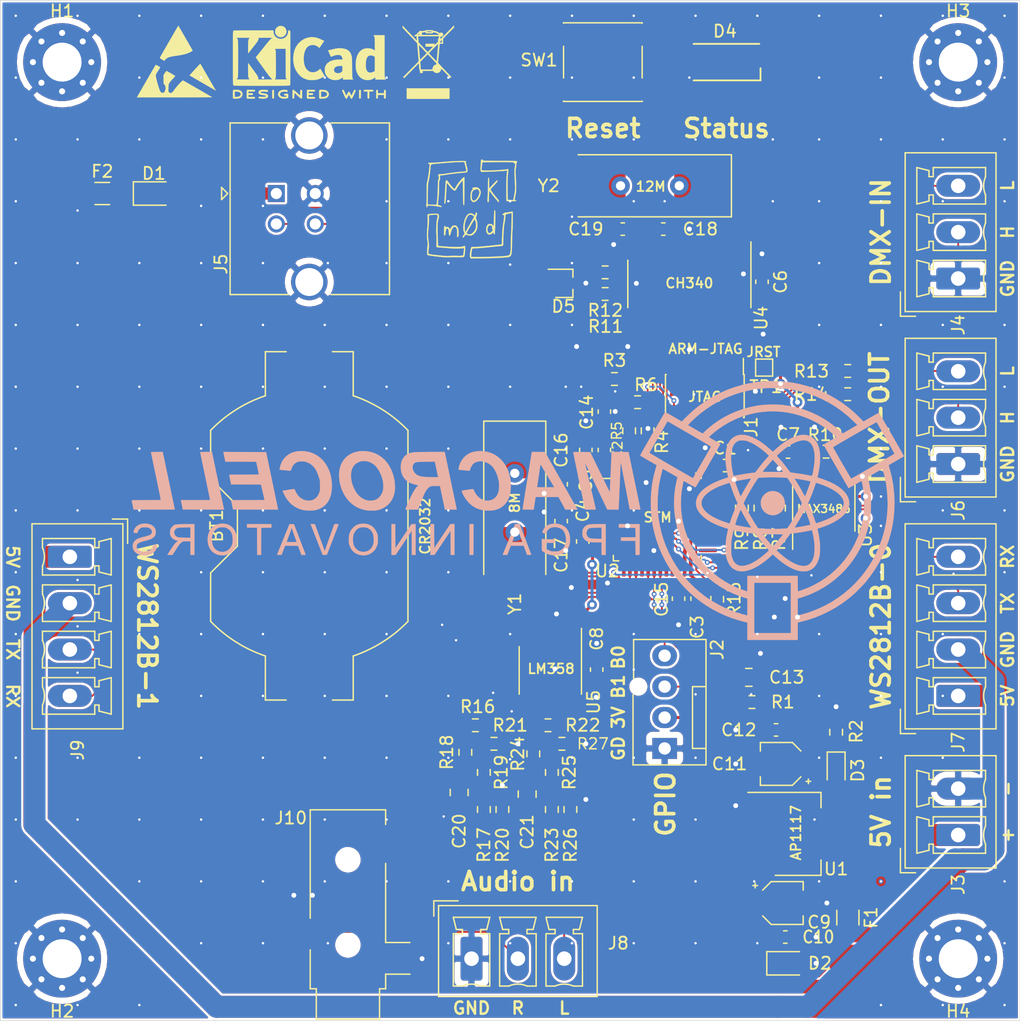
<source format=kicad_pcb>
(kicad_pcb (version 20171130) (host pcbnew 5.1.8)

  (general
    (thickness 1.6)
    (drawings 48)
    (tracks 985)
    (zones 0)
    (modules 85)
    (nets 79)
  )

  (page A4)
  (layers
    (0 F.Cu signal)
    (31 B.Cu signal)
    (32 B.Adhes user)
    (33 F.Adhes user)
    (34 B.Paste user)
    (35 F.Paste user)
    (36 B.SilkS user)
    (37 F.SilkS user)
    (38 B.Mask user)
    (39 F.Mask user)
    (40 Dwgs.User user)
    (41 Cmts.User user)
    (42 Eco1.User user)
    (43 Eco2.User user)
    (44 Edge.Cuts user)
    (45 Margin user)
    (46 B.CrtYd user)
    (47 F.CrtYd user)
    (48 B.Fab user)
    (49 F.Fab user hide)
  )

  (setup
    (last_trace_width 0.15)
    (user_trace_width 0.15)
    (user_trace_width 0.25)
    (trace_clearance 0.15)
    (zone_clearance 0.1524)
    (zone_45_only no)
    (trace_min 0.15)
    (via_size 0.4)
    (via_drill 0.2)
    (via_min_size 0.35)
    (via_min_drill 0.2)
    (user_via 0.8 0.4)
    (uvia_size 0.3)
    (uvia_drill 0.1)
    (uvias_allowed no)
    (uvia_min_size 0.2)
    (uvia_min_drill 0.1)
    (edge_width 0.05)
    (segment_width 0.2)
    (pcb_text_width 0.3)
    (pcb_text_size 1.5 1.5)
    (mod_edge_width 0.12)
    (mod_text_size 1 1)
    (mod_text_width 0.15)
    (pad_size 1.524 1.524)
    (pad_drill 0.762)
    (pad_to_mask_clearance 0)
    (aux_axis_origin 0 0)
    (visible_elements FFFFFF7F)
    (pcbplotparams
      (layerselection 0x010fc_ffffffff)
      (usegerberextensions false)
      (usegerberattributes true)
      (usegerberadvancedattributes true)
      (creategerberjobfile true)
      (excludeedgelayer true)
      (linewidth 0.100000)
      (plotframeref false)
      (viasonmask false)
      (mode 1)
      (useauxorigin false)
      (hpglpennumber 1)
      (hpglpenspeed 20)
      (hpglpendiameter 15.000000)
      (psnegative false)
      (psa4output false)
      (plotreference true)
      (plotvalue true)
      (plotinvisibletext false)
      (padsonsilk false)
      (subtractmaskfromsilk false)
      (outputformat 1)
      (mirror false)
      (drillshape 1)
      (scaleselection 1)
      (outputdirectory ""))
  )

  (net 0 "")
  (net 1 +BATT)
  (net 2 GND)
  (net 3 +3V3)
  (net 4 VDDA)
  (net 5 +5V)
  (net 6 /cpu/RST_N)
  (net 7 /cpu/XTAL0)
  (net 8 /cpu/XTAL1)
  (net 9 "Net-(C18-Pad1)")
  (net 10 /io/AUDIO_IN_L)
  (net 11 "Net-(C19-Pad1)")
  (net 12 "Net-(C20-Pad1)")
  (net 13 /io/AUDIO_IN_R)
  (net 14 VBUS)
  (net 15 "Net-(D3-Pad1)")
  (net 16 "Net-(D5-Pad1)")
  (net 17 "Net-(D5-Pad2)")
  (net 18 VIN)
  (net 19 /cpu/JTMS)
  (net 20 /cpu/JTCK)
  (net 21 /cpu/JTDO)
  (net 22 "Net-(J1-Pad7)")
  (net 23 /cpu/JTDI)
  (net 24 "Net-(J1-Pad10)")
  (net 25 /io/DMXL)
  (net 26 /io/DMXH)
  (net 27 "Net-(J6-Pad2)")
  (net 28 /cpu/WS0_TX)
  (net 29 /cpu/WS0_RX)
  (net 30 /cpu/WS1_RX)
  (net 31 /cpu/WS1_TX)
  (net 32 "Net-(R4-Pad1)")
  (net 33 "Net-(R5-Pad1)")
  (net 34 "Net-(R7-Pad1)")
  (net 35 "Net-(R8-Pad1)")
  (net 36 "Net-(D4-Pad3)")
  (net 37 "Net-(R9-Pad1)")
  (net 38 "Net-(D4-Pad2)")
  (net 39 /io/USB_DP)
  (net 40 /io/USB_DM)
  (net 41 "Net-(R16-Pad2)")
  (net 42 /cpu/AUDIO_L)
  (net 43 "Net-(R19-Pad1)")
  (net 44 "Net-(R22-Pad2)")
  (net 45 /cpu/AUDIO_R)
  (net 46 "Net-(R25-Pad1)")
  (net 47 /cpu/JTRST_N)
  (net 48 "Net-(U2-Pad2)")
  (net 49 "Net-(U2-Pad3)")
  (net 50 "Net-(U2-Pad4)")
  (net 51 /cpu/DMX_RE)
  (net 52 /cpu/DMX_DE)
  (net 53 /cpu/DMX_DI)
  (net 54 /cpu/DMX_RO)
  (net 55 "Net-(U2-Pad20)")
  (net 56 "Net-(U2-Pad21)")
  (net 57 "Net-(U2-Pad25)")
  (net 58 "Net-(U2-Pad32)")
  (net 59 "Net-(U2-Pad41)")
  (net 60 /cpu/CONTROL_UART_OUT)
  (net 61 /cpu/CONTROL_UART_IN)
  (net 62 /cpu/CONTROL_UART_RST)
  (net 63 "Net-(U4-Pad9)")
  (net 64 "Net-(U4-Pad10)")
  (net 65 "Net-(U4-Pad11)")
  (net 66 "Net-(U4-Pad12)")
  (net 67 "Net-(U4-Pad14)")
  (net 68 "Net-(U4-Pad15)")
  (net 69 "Net-(D4-Pad1)")
  (net 70 "Net-(J6-Pad3)")
  (net 71 "Net-(C15-Pad1)")
  (net 72 "Net-(C21-Pad1)")
  (net 73 /power/VBS)
  (net 74 /cpu/PB1)
  (net 75 /cpu/PB0)
  (net 76 "Net-(U2-Pad29)")
  (net 77 "Net-(U2-Pad30)")
  (net 78 GNDPWR)

  (net_class Default "This is the default net class."
    (clearance 0.15)
    (trace_width 0.15)
    (via_dia 0.4)
    (via_drill 0.2)
    (uvia_dia 0.3)
    (uvia_drill 0.1)
    (add_net /cpu/AUDIO_L)
    (add_net /cpu/AUDIO_R)
    (add_net /cpu/CONTROL_UART_IN)
    (add_net /cpu/CONTROL_UART_OUT)
    (add_net /cpu/CONTROL_UART_RST)
    (add_net /cpu/DMX_DE)
    (add_net /cpu/DMX_DI)
    (add_net /cpu/DMX_RE)
    (add_net /cpu/DMX_RO)
    (add_net /cpu/JTCK)
    (add_net /cpu/JTDI)
    (add_net /cpu/JTDO)
    (add_net /cpu/JTMS)
    (add_net /cpu/JTRST_N)
    (add_net /cpu/PB0)
    (add_net /cpu/PB1)
    (add_net /cpu/RST_N)
    (add_net /cpu/WS0_RX)
    (add_net /cpu/WS0_TX)
    (add_net /cpu/WS1_RX)
    (add_net /cpu/WS1_TX)
    (add_net /cpu/XTAL0)
    (add_net /cpu/XTAL1)
    (add_net /io/AUDIO_IN_L)
    (add_net /io/AUDIO_IN_R)
    (add_net /io/DMXH)
    (add_net /io/DMXL)
    (add_net /io/USB_DM)
    (add_net /io/USB_DP)
    (add_net "Net-(C15-Pad1)")
    (add_net "Net-(C18-Pad1)")
    (add_net "Net-(C19-Pad1)")
    (add_net "Net-(C20-Pad1)")
    (add_net "Net-(C21-Pad1)")
    (add_net "Net-(D3-Pad1)")
    (add_net "Net-(D4-Pad1)")
    (add_net "Net-(D4-Pad2)")
    (add_net "Net-(D4-Pad3)")
    (add_net "Net-(D5-Pad1)")
    (add_net "Net-(D5-Pad2)")
    (add_net "Net-(J1-Pad10)")
    (add_net "Net-(J1-Pad7)")
    (add_net "Net-(J6-Pad2)")
    (add_net "Net-(J6-Pad3)")
    (add_net "Net-(R16-Pad2)")
    (add_net "Net-(R19-Pad1)")
    (add_net "Net-(R22-Pad2)")
    (add_net "Net-(R25-Pad1)")
    (add_net "Net-(R4-Pad1)")
    (add_net "Net-(R5-Pad1)")
    (add_net "Net-(R7-Pad1)")
    (add_net "Net-(R8-Pad1)")
    (add_net "Net-(R9-Pad1)")
    (add_net "Net-(U2-Pad2)")
    (add_net "Net-(U2-Pad20)")
    (add_net "Net-(U2-Pad21)")
    (add_net "Net-(U2-Pad25)")
    (add_net "Net-(U2-Pad29)")
    (add_net "Net-(U2-Pad3)")
    (add_net "Net-(U2-Pad30)")
    (add_net "Net-(U2-Pad32)")
    (add_net "Net-(U2-Pad4)")
    (add_net "Net-(U2-Pad41)")
    (add_net "Net-(U4-Pad10)")
    (add_net "Net-(U4-Pad11)")
    (add_net "Net-(U4-Pad12)")
    (add_net "Net-(U4-Pad14)")
    (add_net "Net-(U4-Pad15)")
    (add_net "Net-(U4-Pad9)")
  )

  (net_class "High Power" ""
    (clearance 0.2)
    (trace_width 1.8)
    (via_dia 1)
    (via_drill 0.7)
    (uvia_dia 0.3)
    (uvia_drill 0.1)
    (add_net +5V)
    (add_net /power/VBS)
    (add_net GND)
    (add_net GNDPWR)
    (add_net VBUS)
    (add_net VIN)
  )

  (net_class Power ""
    (clearance 0.15)
    (trace_width 0.25)
    (via_dia 0.8)
    (via_drill 0.4)
    (uvia_dia 0.3)
    (uvia_drill 0.1)
    (add_net +3V3)
    (add_net +BATT)
    (add_net VDDA)
  )

  (module Crystal:Crystal_SMD_HC49-SD (layer F.Cu) (tedit 5FB15640) (tstamp 5FB2CD72)
    (at 140.081 88.265 270)
    (descr "SMD Crystal HC-49-SD http://cdn-reichelt.de/documents/datenblatt/B400/xxx-HC49-SMD.pdf, 11.4x4.7mm^2 package")
    (tags "SMD SMT crystal")
    (path /5F8467A7/5F7B8331)
    (attr smd)
    (fp_text reference Y1 (at 8.314 0 270) (layer F.SilkS)
      (effects (font (size 1 1) (thickness 0.15)))
    )
    (fp_text value 8M (at 0 3.55 270) (layer F.Fab)
      (effects (font (size 1 1) (thickness 0.15)))
    )
    (fp_text user %R (at 0 0 270) (layer F.Fab)
      (effects (font (size 1 1) (thickness 0.15)))
    )
    (fp_arc (start -3.015 0) (end -3.015 -2.115) (angle -180) (layer F.Fab) (width 0.1))
    (fp_arc (start 3.015 0) (end 3.015 -2.115) (angle 180) (layer F.Fab) (width 0.1))
    (fp_line (start -5.7 -2.35) (end -5.7 2.35) (layer F.Fab) (width 0.1))
    (fp_line (start -5.7 2.35) (end 5.7 2.35) (layer F.Fab) (width 0.1))
    (fp_line (start 5.7 2.35) (end 5.7 -2.35) (layer F.Fab) (width 0.1))
    (fp_line (start 5.7 -2.35) (end -5.7 -2.35) (layer F.Fab) (width 0.1))
    (fp_line (start -3.015 -2.115) (end 3.015 -2.115) (layer F.Fab) (width 0.1))
    (fp_line (start -3.015 2.115) (end 3.015 2.115) (layer F.Fab) (width 0.1))
    (fp_line (start 5.9 -2.55) (end -6.7 -2.55) (layer F.SilkS) (width 0.12))
    (fp_line (start -6.7 -2.55) (end -6.7 2.55) (layer F.SilkS) (width 0.12))
    (fp_line (start -6.7 2.55) (end 5.9 2.55) (layer F.SilkS) (width 0.12))
    (fp_line (start -6.8 -2.6) (end -6.8 2.6) (layer F.CrtYd) (width 0.05))
    (fp_line (start -6.8 2.6) (end 6.8 2.6) (layer F.CrtYd) (width 0.05))
    (fp_line (start 6.8 2.6) (end 6.8 -2.6) (layer F.CrtYd) (width 0.05))
    (fp_line (start 6.8 -2.6) (end -6.8 -2.6) (layer F.CrtYd) (width 0.05))
    (pad 2 thru_hole circle (at 2.413 0 270) (size 1.524 1.524) (drill 0.762) (layers *.Cu *.Mask)
      (net 8 /cpu/XTAL1))
    (pad 1 thru_hole circle (at -2.413 0 270) (size 1.524 1.524) (drill 0.762) (layers *.Cu *.Mask)
      (net 7 /cpu/XTAL0))
    (pad 1 smd rect (at -4.25 0 270) (size 4.5 2) (layers F.Cu F.Paste F.Mask)
      (net 7 /cpu/XTAL0))
    (pad 2 smd rect (at 4.25 0 270) (size 4.5 2) (layers F.Cu F.Paste F.Mask)
      (net 8 /cpu/XTAL1))
    (model ${KISYS3DMOD}/Crystal.3dshapes/Crystal_SMD_HC49-SD.wrl
      (at (xyz 0 0 0))
      (scale (xyz 1 1 1))
      (rotate (xyz 0 0 0))
    )
  )

  (module Crystal:Crystal_SMD_HC49-SD (layer F.Cu) (tedit 5FB154E7) (tstamp 5F95EEC0)
    (at 151.189 62.23 180)
    (descr "SMD Crystal HC-49-SD http://cdn-reichelt.de/documents/datenblatt/B400/xxx-HC49-SMD.pdf, 11.4x4.7mm^2 package")
    (tags "SMD SMT crystal")
    (path /5F8467A7/5F7B8331)
    (attr smd)
    (fp_text reference Y2 (at 8.314 0 180) (layer F.SilkS)
      (effects (font (size 1 1) (thickness 0.15)))
    )
    (fp_text value 12M (at 0 3.55 180) (layer F.Fab)
      (effects (font (size 1 1) (thickness 0.15)))
    )
    (fp_line (start 6.8 -2.6) (end -6.8 -2.6) (layer F.CrtYd) (width 0.05))
    (fp_line (start 6.8 2.6) (end 6.8 -2.6) (layer F.CrtYd) (width 0.05))
    (fp_line (start -6.8 2.6) (end 6.8 2.6) (layer F.CrtYd) (width 0.05))
    (fp_line (start -6.8 -2.6) (end -6.8 2.6) (layer F.CrtYd) (width 0.05))
    (fp_line (start -6.7 2.55) (end 5.9 2.55) (layer F.SilkS) (width 0.12))
    (fp_line (start -6.7 -2.55) (end -6.7 2.55) (layer F.SilkS) (width 0.12))
    (fp_line (start 5.9 -2.55) (end -6.7 -2.55) (layer F.SilkS) (width 0.12))
    (fp_line (start -3.015 2.115) (end 3.015 2.115) (layer F.Fab) (width 0.1))
    (fp_line (start -3.015 -2.115) (end 3.015 -2.115) (layer F.Fab) (width 0.1))
    (fp_line (start 5.7 -2.35) (end -5.7 -2.35) (layer F.Fab) (width 0.1))
    (fp_line (start 5.7 2.35) (end 5.7 -2.35) (layer F.Fab) (width 0.1))
    (fp_line (start -5.7 2.35) (end 5.7 2.35) (layer F.Fab) (width 0.1))
    (fp_line (start -5.7 -2.35) (end -5.7 2.35) (layer F.Fab) (width 0.1))
    (fp_arc (start 3.015 0) (end 3.015 -2.115) (angle 180) (layer F.Fab) (width 0.1))
    (fp_arc (start -3.015 0) (end -3.015 -2.115) (angle -180) (layer F.Fab) (width 0.1))
    (fp_text user %R (at 0 0 180) (layer F.Fab)
      (effects (font (size 1 1) (thickness 0.15)))
    )
    (pad 2 smd rect (at 4.25 0 180) (size 4.5 2) (layers F.Cu F.Paste F.Mask)
      (net 11 "Net-(C19-Pad1)"))
    (pad 1 smd rect (at -4.25 0 180) (size 4.5 2) (layers F.Cu F.Paste F.Mask)
      (net 9 "Net-(C18-Pad1)"))
    (pad 1 thru_hole circle (at -2.413 0 180) (size 1.524 1.524) (drill 0.762) (layers *.Cu *.Mask)
      (net 9 "Net-(C18-Pad1)"))
    (pad 2 thru_hole circle (at 2.413 0 180) (size 1.524 1.524) (drill 0.762) (layers *.Cu *.Mask)
      (net 11 "Net-(C19-Pad1)"))
    (model ${KISYS3DMOD}/Crystal.3dshapes/Crystal_SMD_HC49-SD.wrl
      (at (xyz 0 0 0))
      (scale (xyz 1 1 1))
      (rotate (xyz 0 0 0))
    )
  )

  (module Local:lib_mokmod (layer F.Cu) (tedit 0) (tstamp 5F9C9F1B)
    (at 136.525 64.135)
    (fp_text reference G*** (at 0 0) (layer F.SilkS) hide
      (effects (font (size 1.524 1.524) (thickness 0.3)))
    )
    (fp_text value LOGO (at 0.75 0) (layer F.SilkS) hide
      (effects (font (size 1.524 1.524) (thickness 0.3)))
    )
    (fp_poly (pts (xy 0.882644 -4.062544) (xy 0.891811 -4.059054) (xy 0.916301 -4.046474) (xy 0.930145 -4.031899)
      (xy 0.935572 -4.019506) (xy 0.943411 -3.999666) (xy 0.953654 -3.986888) (xy 0.97003 -3.978818)
      (xy 0.996269 -3.973106) (xy 1.01317 -3.970552) (xy 1.027303 -3.969605) (xy 1.056192 -3.968628)
      (xy 1.099198 -3.967629) (xy 1.155684 -3.966613) (xy 1.225012 -3.965587) (xy 1.306543 -3.964557)
      (xy 1.399639 -3.96353) (xy 1.503662 -3.962513) (xy 1.617975 -3.961511) (xy 1.741939 -3.960532)
      (xy 1.874915 -3.959582) (xy 2.016266 -3.958668) (xy 2.165354 -3.957795) (xy 2.321541 -3.95697)
      (xy 2.370666 -3.956729) (xy 2.541404 -3.955885) (xy 2.697385 -3.955074) (xy 2.839246 -3.954287)
      (xy 2.967622 -3.953517) (xy 3.083152 -3.952755) (xy 3.186471 -3.951993) (xy 3.278217 -3.951223)
      (xy 3.359025 -3.950437) (xy 3.429534 -3.949627) (xy 3.490378 -3.948786) (xy 3.542196 -3.947904)
      (xy 3.585624 -3.946974) (xy 3.621298 -3.945989) (xy 3.649856 -3.944939) (xy 3.671933 -3.943817)
      (xy 3.688167 -3.942614) (xy 3.699195 -3.941324) (xy 3.705652 -3.939937) (xy 3.705877 -3.939861)
      (xy 3.734617 -3.923702) (xy 3.750326 -3.900782) (xy 3.752684 -3.873022) (xy 3.741372 -3.842344)
      (xy 3.725671 -3.820754) (xy 3.712765 -3.80399) (xy 3.703006 -3.785372) (xy 3.695794 -3.762247)
      (xy 3.690528 -3.731963) (xy 3.686607 -3.691868) (xy 3.68343 -3.639309) (xy 3.683115 -3.632969)
      (xy 3.674635 -3.517752) (xy 3.660952 -3.407897) (xy 3.642638 -3.307886) (xy 3.640136 -3.296668)
      (xy 3.631236 -3.250908) (xy 3.62492 -3.201896) (xy 3.621156 -3.147687) (xy 3.619911 -3.086336)
      (xy 3.62115 -3.015898) (xy 3.624842 -2.934429) (xy 3.630951 -2.839983) (xy 3.632059 -2.824787)
      (xy 3.640968 -2.694518) (xy 3.6487 -2.561913) (xy 3.655245 -2.428324) (xy 3.66059 -2.295106)
      (xy 3.664725 -2.163609) (xy 3.667638 -2.035186) (xy 3.669317 -1.911191) (xy 3.669752 -1.792976)
      (xy 3.668931 -1.681893) (xy 3.666842 -1.579295) (xy 3.663474 -1.486535) (xy 3.658816 -1.404964)
      (xy 3.652857 -1.335937) (xy 3.645585 -1.280804) (xy 3.64506 -1.277696) (xy 3.639765 -1.248605)
      (xy 3.632015 -1.208332) (xy 3.622577 -1.160748) (xy 3.612217 -1.109726) (xy 3.60315 -1.06603)
      (xy 3.58713 -0.986511) (xy 3.574408 -0.91663) (xy 3.565112 -0.857352) (xy 3.559371 -0.809645)
      (xy 3.557312 -0.774474) (xy 3.559065 -0.752807) (xy 3.560919 -0.748046) (xy 3.572111 -0.739079)
      (xy 3.593362 -0.728473) (xy 3.617657 -0.719357) (xy 3.652679 -0.705626) (xy 3.672925 -0.691538)
      (xy 3.679013 -0.676498) (xy 3.674675 -0.664259) (xy 3.661589 -0.652446) (xy 3.643926 -0.643858)
      (xy 3.632345 -0.642498) (xy 3.60727 -0.641167) (xy 3.570602 -0.639885) (xy 3.524243 -0.638671)
      (xy 3.470092 -0.637544) (xy 3.410049 -0.636524) (xy 3.346017 -0.635629) (xy 3.279894 -0.634881)
      (xy 3.213583 -0.634297) (xy 3.148982 -0.633897) (xy 3.087994 -0.633701) (xy 3.032518 -0.633729)
      (xy 2.984456 -0.633998) (xy 2.945707 -0.634529) (xy 2.918172 -0.635342) (xy 2.904621 -0.636319)
      (xy 2.88808 -0.640755) (xy 2.879737 -0.651268) (xy 2.875741 -0.668129) (xy 2.872518 -0.695426)
      (xy 2.869548 -0.736927) (xy 2.866851 -0.791445) (xy 2.864446 -0.857789) (xy 2.862353 -0.934774)
      (xy 2.86059 -1.02121) (xy 2.859178 -1.11591) (xy 2.858136 -1.217685) (xy 2.857483 -1.325348)
      (xy 2.857239 -1.43771) (xy 2.857423 -1.553583) (xy 2.858054 -1.671779) (xy 2.858478 -1.724121)
      (xy 2.86013 -1.890006) (xy 2.862003 -2.041374) (xy 2.86413 -2.1791) (xy 2.866547 -2.304059)
      (xy 2.869289 -2.417126) (xy 2.872389 -2.519178) (xy 2.875882 -2.61109) (xy 2.879804 -2.693736)
      (xy 2.884187 -2.767992) (xy 2.889067 -2.834734) (xy 2.894479 -2.894836) (xy 2.900456 -2.949175)
      (xy 2.907034 -2.998626) (xy 2.909356 -3.014108) (xy 2.91517 -3.053202) (xy 2.919985 -3.088291)
      (xy 2.923333 -3.115775) (xy 2.924749 -3.13205) (xy 2.924767 -3.132982) (xy 2.924848 -3.152541)
      (xy 2.761615 -3.135282) (xy 2.698919 -3.128956) (xy 2.633231 -3.122957) (xy 2.563218 -3.117202)
      (xy 2.487544 -3.111607) (xy 2.404875 -3.106089) (xy 2.313878 -3.100563) (xy 2.213218 -3.094946)
      (xy 2.10156 -3.089154) (xy 1.977571 -3.083103) (xy 1.839915 -3.076711) (xy 1.797242 -3.074781)
      (xy 1.772207 -3.07374) (xy 1.733538 -3.072245) (xy 1.682988 -3.070359) (xy 1.622308 -3.068146)
      (xy 1.553252 -3.065668) (xy 1.47757 -3.062989) (xy 1.397014 -3.060171) (xy 1.313337 -3.057278)
      (xy 1.258786 -3.05541) (xy 0.812694 -3.040195) (xy 0.794932 -3.061415) (xy 0.76363 -3.105415)
      (xy 0.742689 -3.149234) (xy 0.735083 -3.178848) (xy 0.734188 -3.195589) (xy 0.734205 -3.225313)
      (xy 0.735065 -3.26564) (xy 0.735733 -3.285465) (xy 0.823576 -3.285465) (xy 0.828032 -3.241919)
      (xy 0.841901 -3.209577) (xy 0.865935 -3.186914) (xy 0.874583 -3.182099) (xy 0.883088 -3.178327)
      (xy 0.892983 -3.175227) (xy 0.905838 -3.172716) (xy 0.92322 -3.170713) (xy 0.946696 -3.169135)
      (xy 0.977835 -3.167899) (xy 1.018204 -3.166925) (xy 1.069371 -3.166129) (xy 1.132904 -3.165429)
      (xy 1.204576 -3.164791) (xy 1.490003 -3.165601) (xy 1.776652 -3.172662) (xy 2.061314 -3.185795)
      (xy 2.340782 -3.20482) (xy 2.611848 -3.229561) (xy 2.840182 -3.255828) (xy 2.891314 -3.262298)
      (xy 2.937329 -3.268068) (xy 2.976038 -3.272866) (xy 3.005248 -3.276424) (xy 3.022771 -3.27847)
      (xy 3.026833 -3.278861) (xy 3.029918 -3.274161) (xy 3.031462 -3.259568) (xy 3.031419 -3.234444)
      (xy 3.029741 -3.198145) (xy 3.026381 -3.150032) (xy 3.021294 -3.089464) (xy 3.014431 -3.015799)
      (xy 3.005745 -2.928396) (xy 2.995191 -2.826615) (xy 2.990512 -2.782454) (xy 2.987639 -2.749642)
      (xy 2.984543 -2.703979) (xy 2.981351 -2.648004) (xy 2.978189 -2.584258) (xy 2.975184 -2.515278)
      (xy 2.972461 -2.443605) (xy 2.970227 -2.374515) (xy 2.968197 -2.293637) (xy 2.966616 -2.205797)
      (xy 2.965466 -2.112157) (xy 2.964729 -2.013879) (xy 2.964387 -1.912126) (xy 2.964421 -1.808061)
      (xy 2.964815 -1.702847) (xy 2.965549 -1.597647) (xy 2.966606 -1.493622) (xy 2.967969 -1.391937)
      (xy 2.969618 -1.293754) (xy 2.971536 -1.200235) (xy 2.973706 -1.112543) (xy 2.976108 -1.031842)
      (xy 2.978726 -0.959293) (xy 2.981541 -0.89606) (xy 2.984535 -0.843306) (xy 2.987691 -0.802192)
      (xy 2.990989 -0.773883) (xy 2.994413 -0.75954) (xy 2.995207 -0.758348) (xy 3.00344 -0.757177)
      (xy 3.024992 -0.755516) (xy 3.057802 -0.753485) (xy 3.099805 -0.751203) (xy 3.14894 -0.748789)
      (xy 3.198297 -0.746572) (xy 3.252441 -0.744152) (xy 3.30161 -0.741782) (xy 3.343679 -0.739577)
      (xy 3.376525 -0.737655) (xy 3.398023 -0.736132) (xy 3.405909 -0.735199) (xy 3.417346 -0.732791)
      (xy 3.424593 -0.738147) (xy 3.43073 -0.754407) (xy 3.433084 -0.762875) (xy 3.441432 -0.796955)
      (xy 3.451759 -0.844104) (xy 3.463669 -0.902182) (xy 3.476763 -0.96905) (xy 3.490644 -1.042566)
      (xy 3.504913 -1.120593) (xy 3.519173 -1.200988) (xy 3.533026 -1.281613) (xy 3.546075 -1.360327)
      (xy 3.557402 -1.431636) (xy 3.565246 -1.495353) (xy 3.570829 -1.570937) (xy 3.574146 -1.658837)
      (xy 3.575197 -1.759504) (xy 3.573978 -1.873384) (xy 3.570486 -2.000928) (xy 3.56472 -2.142585)
      (xy 3.556677 -2.298803) (xy 3.552051 -2.378363) (xy 3.545127 -2.498841) (xy 3.539626 -2.607034)
      (xy 3.535437 -2.705975) (xy 3.532453 -2.798699) (xy 3.530565 -2.888238) (xy 3.529665 -2.977625)
      (xy 3.529569 -3.005666) (xy 3.52906 -3.267363) (xy 3.554921 -3.417454) (xy 3.563456 -3.469541)
      (xy 3.571265 -3.521944) (xy 3.577811 -3.570694) (xy 3.582558 -3.611824) (xy 3.584841 -3.638893)
      (xy 3.586066 -3.679477) (xy 3.583379 -3.707451) (xy 3.575387 -3.725393) (xy 3.560697 -3.735879)
      (xy 3.537916 -3.741486) (xy 3.528745 -3.742664) (xy 3.505039 -3.747122) (xy 3.486746 -3.753658)
      (xy 3.482883 -3.756117) (xy 3.472444 -3.773337) (xy 3.473638 -3.793322) (xy 3.485788 -3.809592)
      (xy 3.488651 -3.811388) (xy 3.498049 -3.817406) (xy 3.497156 -3.821146) (xy 3.484009 -3.824301)
      (xy 3.471333 -3.826326) (xy 3.444873 -3.829157) (xy 3.404059 -3.831835) (xy 3.349928 -3.834345)
      (xy 3.283519 -3.836673) (xy 3.205871 -3.838805) (xy 3.118022 -3.840726) (xy 3.021011 -3.842421)
      (xy 2.915876 -3.843877) (xy 2.803656 -3.84508) (xy 2.685389 -3.846013) (xy 2.562114 -3.846665)
      (xy 2.434869 -3.847019) (xy 2.304693 -3.847061) (xy 2.172624 -3.846778) (xy 2.039701 -3.846154)
      (xy 2.039697 -3.846154) (xy 1.91475 -3.845288) (xy 1.792699 -3.844215) (xy 1.674484 -3.842957)
      (xy 1.561043 -3.841532) (xy 1.453315 -3.839961) (xy 1.352241 -3.838264) (xy 1.258758 -3.83646)
      (xy 1.173806 -3.83457) (xy 1.098323 -3.832613) (xy 1.03325 -3.830609) (xy 0.979525 -3.828578)
      (xy 0.938088 -3.826539) (xy 0.909876 -3.824514) (xy 0.89583 -3.822521) (xy 0.894503 -3.821917)
      (xy 0.892426 -3.813444) (xy 0.888759 -3.791827) (xy 0.883786 -3.759202) (xy 0.877789 -3.717703)
      (xy 0.871049 -3.669468) (xy 0.86385 -3.61663) (xy 0.856474 -3.561326) (xy 0.849203 -3.505691)
      (xy 0.842319 -3.451861) (xy 0.836105 -3.401972) (xy 0.830843 -3.358159) (xy 0.826816 -3.322557)
      (xy 0.824306 -3.297303) (xy 0.823576 -3.285465) (xy 0.735733 -3.285465) (xy 0.736703 -3.31419)
      (xy 0.739049 -3.368584) (xy 0.742038 -3.426441) (xy 0.742181 -3.429) (xy 0.745919 -3.496753)
      (xy 0.749834 -3.57007) (xy 0.753692 -3.644404) (xy 0.75726 -3.715209) (xy 0.760303 -3.777939)
      (xy 0.761789 -3.81) (xy 0.764448 -3.860827) (xy 0.767596 -3.908115) (xy 0.770997 -3.949098)
      (xy 0.774413 -3.981012) (xy 0.777607 -4.00109) (xy 0.778441 -4.004251) (xy 0.795116 -4.039913)
      (xy 0.817967 -4.06148) (xy 0.847106 -4.069005) (xy 0.882644 -4.062544)) (layer F.SilkS) (width 0.01))
    (fp_poly (pts (xy 0.413839 -1.778171) (xy 0.487472 -1.76212) (xy 0.552827 -1.733891) (xy 0.610616 -1.693201)
      (xy 0.661555 -1.639769) (xy 0.692947 -1.595534) (xy 0.728063 -1.525928) (xy 0.749524 -1.449748)
      (xy 0.757294 -1.367599) (xy 0.751337 -1.280085) (xy 0.731616 -1.187811) (xy 0.719845 -1.149644)
      (xy 0.679778 -1.046656) (xy 0.630809 -0.949135) (xy 0.574189 -0.858661) (xy 0.511166 -0.776816)
      (xy 0.442992 -0.705178) (xy 0.370915 -0.645328) (xy 0.296185 -0.598846) (xy 0.276609 -0.589207)
      (xy 0.229472 -0.574371) (xy 0.177682 -0.569812) (xy 0.127353 -0.575725) (xy 0.102113 -0.583671)
      (xy 0.062884 -0.606703) (xy 0.024317 -0.642488) (xy -0.011571 -0.688444) (xy -0.04276 -0.74199)
      (xy -0.067062 -0.800039) (xy -0.073472 -0.820456) (xy -0.078089 -0.840336) (xy -0.081205 -0.862769)
      (xy -0.08311 -0.890842) (xy -0.084093 -0.927643) (xy -0.084445 -0.976259) (xy -0.084462 -0.985212)
      (xy -0.083487 -1.05788) (xy 0.016518 -1.05788) (xy 0.018467 -0.989939) (xy 0.022947 -0.926482)
      (xy 0.029926 -0.871194) (xy 0.038403 -0.831167) (xy 0.051078 -0.798647) (xy 0.070429 -0.763815)
      (xy 0.093123 -0.731757) (xy 0.115825 -0.707559) (xy 0.123151 -0.701891) (xy 0.152511 -0.689175)
      (xy 0.187591 -0.687778) (xy 0.229873 -0.697839) (xy 0.273879 -0.716122) (xy 0.334098 -0.752854)
      (xy 0.392535 -0.804598) (xy 0.448925 -0.87105) (xy 0.503007 -0.951902) (xy 0.549789 -1.037325)
      (xy 0.590963 -1.126097) (xy 0.621283 -1.206263) (xy 0.640579 -1.277284) (xy 0.648679 -1.338622)
      (xy 0.648942 -1.350818) (xy 0.641794 -1.421635) (xy 0.620651 -1.486091) (xy 0.585681 -1.543838)
      (xy 0.537053 -1.594525) (xy 0.527967 -1.601996) (xy 0.49674 -1.624584) (xy 0.473047 -1.635825)
      (xy 0.454683 -1.636294) (xy 0.439441 -1.626566) (xy 0.438292 -1.625366) (xy 0.428336 -1.616769)
      (xy 0.415049 -1.610434) (xy 0.39542 -1.605624) (xy 0.366441 -1.601604) (xy 0.325104 -1.597637)
      (xy 0.324905 -1.59762) (xy 0.265315 -1.584985) (xy 0.209117 -1.55853) (xy 0.157727 -1.519701)
      (xy 0.112559 -1.469946) (xy 0.075028 -1.410711) (xy 0.046548 -1.343443) (xy 0.034613 -1.300787)
      (xy 0.026146 -1.251759) (xy 0.020327 -1.192475) (xy 0.017128 -1.12662) (xy 0.016518 -1.05788)
      (xy -0.083487 -1.05788) (xy -0.083015 -1.093007) (xy -0.07811 -1.187172) (xy -0.06939 -1.269155)
      (xy -0.056497 -1.340402) (xy -0.039077 -1.402362) (xy -0.016772 -1.456483) (xy 0.010773 -1.504212)
      (xy 0.043916 -1.546997) (xy 0.05743 -1.561617) (xy 0.079396 -1.585522) (xy 0.096504 -1.606331)
      (xy 0.10633 -1.620986) (xy 0.107757 -1.625161) (xy 0.102547 -1.637308) (xy 0.089535 -1.653746)
      (xy 0.084326 -1.659023) (xy 0.066985 -1.682189) (xy 0.064652 -1.703714) (xy 0.077006 -1.723356)
      (xy 0.103725 -1.740875) (xy 0.144488 -1.75603) (xy 0.198972 -1.76858) (xy 0.238888 -1.774863)
      (xy 0.331216 -1.782325) (xy 0.413839 -1.778171)) (layer F.SilkS) (width 0.01))
    (fp_poly (pts (xy 1.416074 -2.573229) (xy 1.430249 -2.555754) (xy 1.440093 -2.526748) (xy 1.441464 -2.513429)
      (xy 1.442747 -2.486324) (xy 1.443917 -2.44704) (xy 1.444946 -2.397186) (xy 1.445806 -2.338369)
      (xy 1.446471 -2.272197) (xy 1.446913 -2.200278) (xy 1.447104 -2.124219) (xy 1.44711 -2.112818)
      (xy 1.447256 -2.037054) (xy 1.447646 -1.965819) (xy 1.448252 -1.900624) (xy 1.44905 -1.842981)
      (xy 1.450013 -1.794399) (xy 1.451115 -1.756391) (xy 1.452331 -1.730466) (xy 1.453634 -1.718136)
      (xy 1.453891 -1.717453) (xy 1.464894 -1.711164) (xy 1.471901 -1.713604) (xy 1.479514 -1.720569)
      (xy 1.496374 -1.737572) (xy 1.521278 -1.763348) (xy 1.553022 -1.796635) (xy 1.590403 -1.836167)
      (xy 1.632214 -1.880681) (xy 1.677254 -1.928913) (xy 1.687233 -1.939636) (xy 1.754307 -2.011336)
      (xy 1.818013 -2.078619) (xy 1.877559 -2.140693) (xy 1.932152 -2.196765) (xy 1.980999 -2.246042)
      (xy 2.023307 -2.287731) (xy 2.058285 -2.321039) (xy 2.085139 -2.345174) (xy 2.103076 -2.359343)
      (xy 2.110501 -2.362969) (xy 2.127452 -2.356319) (xy 2.137154 -2.336276) (xy 2.139757 -2.308428)
      (xy 2.138725 -2.292678) (xy 2.135104 -2.276399) (xy 2.12811 -2.258591) (xy 2.116956 -2.238256)
      (xy 2.100857 -2.214395) (xy 2.079029 -2.186009) (xy 2.050685 -2.152099) (xy 2.01504 -2.111667)
      (xy 1.97131 -2.063714) (xy 1.918707 -2.00724) (xy 1.856448 -1.941247) (xy 1.824804 -1.907898)
      (xy 1.757315 -1.836253) (xy 1.699862 -1.773962) (xy 1.652673 -1.721285) (xy 1.615976 -1.678479)
      (xy 1.589997 -1.645803) (xy 1.576134 -1.625549) (xy 1.56922 -1.612182) (xy 1.567761 -1.600587)
      (xy 1.572226 -1.585354) (xy 1.58143 -1.564645) (xy 1.604607 -1.520841) (xy 1.638159 -1.46681)
      (xy 1.681584 -1.403218) (xy 1.734381 -1.330733) (xy 1.796047 -1.250021) (xy 1.866082 -1.16175)
      (xy 1.943984 -1.066586) (xy 2.029251 -0.965196) (xy 2.054891 -0.935181) (xy 2.110331 -0.869728)
      (xy 2.155741 -0.814354) (xy 2.191833 -0.768114) (xy 2.219321 -0.73006) (xy 2.238918 -0.699249)
      (xy 2.251337 -0.674734) (xy 2.251357 -0.674688) (xy 2.26133 -0.639246) (xy 2.261412 -0.607143)
      (xy 2.25175 -0.582238) (xy 2.247628 -0.577386) (xy 2.234612 -0.568613) (xy 2.220168 -0.568582)
      (xy 2.202755 -0.578279) (xy 2.180833 -0.598691) (xy 2.152862 -0.630804) (xy 2.140632 -0.645898)
      (xy 2.118675 -0.672801) (xy 2.089172 -0.70814) (xy 2.054757 -0.748805) (xy 2.018063 -0.791684)
      (xy 1.981725 -0.833665) (xy 1.980456 -0.835121) (xy 1.865008 -0.971084) (xy 1.754299 -1.108968)
      (xy 1.644578 -1.253533) (xy 1.572843 -1.352174) (xy 1.533619 -1.406302) (xy 1.502352 -1.448041)
      (xy 1.479143 -1.477267) (xy 1.464091 -1.493858) (xy 1.457295 -1.497688) (xy 1.456904 -1.496698)
      (xy 1.455985 -1.483631) (xy 1.454554 -1.457132) (xy 1.452692 -1.419154) (xy 1.450483 -1.371647)
      (xy 1.448009 -1.316563) (xy 1.445353 -1.255853) (xy 1.442598 -1.191468) (xy 1.439826 -1.125359)
      (xy 1.437121 -1.059478) (xy 1.434566 -0.995777) (xy 1.432242 -0.936205) (xy 1.430234 -0.882715)
      (xy 1.428623 -0.837258) (xy 1.427683 -0.808181) (xy 1.425295 -0.73704) (xy 1.422581 -0.680003)
      (xy 1.419074 -0.635785) (xy 1.414308 -0.603096) (xy 1.407814 -0.580649) (xy 1.399126 -0.567157)
      (xy 1.387777 -0.561331) (xy 1.373299 -0.561883) (xy 1.355225 -0.567527) (xy 1.342328 -0.572878)
      (xy 1.32218 -0.587282) (xy 1.313598 -0.60751) (xy 1.312718 -0.620787) (xy 1.312426 -0.647174)
      (xy 1.312659 -0.684405) (xy 1.313355 -0.73021) (xy 1.314454 -0.78232) (xy 1.315894 -0.838467)
      (xy 1.317614 -0.896382) (xy 1.319552 -0.953796) (xy 1.321647 -1.008441) (xy 1.323837 -1.058048)
      (xy 1.326062 -1.100348) (xy 1.327562 -1.123757) (xy 1.330061 -1.165367) (xy 1.332685 -1.220905)
      (xy 1.335392 -1.28891) (xy 1.338141 -1.367917) (xy 1.34089 -1.456462) (xy 1.343597 -1.553082)
      (xy 1.346221 -1.656314) (xy 1.348719 -1.764693) (xy 1.351052 -1.876756) (xy 1.353176 -1.991039)
      (xy 1.354499 -2.070484) (xy 1.356166 -2.171146) (xy 1.357798 -2.25751) (xy 1.359491 -2.330672)
      (xy 1.361337 -2.391728) (xy 1.363429 -2.441772) (xy 1.365862 -2.481902) (xy 1.368728 -2.513211)
      (xy 1.372121 -2.536797) (xy 1.376134 -2.553755) (xy 1.380861 -2.56518) (xy 1.386395 -2.572168)
      (xy 1.392829 -2.575815) (xy 1.397673 -2.576932) (xy 1.416074 -2.573229)) (layer F.SilkS) (width 0.01))
    (fp_poly (pts (xy -0.580267 -1.754184) (xy -0.581514 -1.572055) (xy -0.582896 -1.400845) (xy -0.584407 -1.240926)
      (xy -0.58604 -1.092672) (xy -0.58779 -0.956454) (xy -0.589649 -0.832644) (xy -0.59161 -0.721617)
      (xy -0.593668 -0.623743) (xy -0.595815 -0.539395) (xy -0.598046 -0.468946) (xy -0.600352 -0.412768)
      (xy -0.602729 -0.371233) (xy -0.605169 -0.344715) (xy -0.605205 -0.344439) (xy -0.611495 -0.318896)
      (xy -0.622278 -0.307882) (xy -0.638504 -0.310944) (xy -0.65377 -0.321348) (xy -0.666463 -0.33756)
      (xy -0.676701 -0.360506) (xy -0.678157 -0.365606) (xy -0.679751 -0.379017) (xy -0.681489 -0.406286)
      (xy -0.68332 -0.445876) (xy -0.685195 -0.496253) (xy -0.687064 -0.55588) (xy -0.688876 -0.623222)
      (xy -0.690582 -0.696743) (xy -0.692131 -0.774909) (xy -0.692841 -0.815878) (xy -0.694976 -0.942155)
      (xy -0.697256 -1.071436) (xy -0.699648 -1.202064) (xy -0.702118 -1.332381) (xy -0.704631 -1.460727)
      (xy -0.707154 -1.585444) (xy -0.709652 -1.704875) (xy -0.712091 -1.81736) (xy -0.714436 -1.921241)
      (xy -0.716655 -2.01486) (xy -0.718712 -2.096558) (xy -0.720573 -2.164677) (xy -0.720736 -2.170281)
      (xy -0.725778 -2.343198) (xy -0.787635 -2.278038) (xy -0.85769 -2.201347) (xy -0.92405 -2.122409)
      (xy -0.988271 -2.039052) (xy -1.051915 -1.949103) (xy -1.11654 -1.85039) (xy -1.183705 -1.740742)
      (xy -1.229482 -1.662545) (xy -1.25917 -1.612033) (xy -1.283367 -1.573673) (xy -1.303541 -1.545881)
      (xy -1.321157 -1.527078) (xy -1.337683 -1.515682) (xy -1.354586 -1.510112) (xy -1.372107 -1.508775)
      (xy -1.401416 -1.511977) (xy -1.43166 -1.522152) (xy -1.465493 -1.540616) (xy -1.505568 -1.568685)
      (xy -1.527849 -1.585994) (xy -1.610326 -1.656326) (xy -1.68711 -1.732117) (xy -1.761511 -1.816821)
      (xy -1.818741 -1.889606) (xy -1.86937 -1.956323) (xy -1.911755 -2.011152) (xy -1.946541 -2.054769)
      (xy -1.974373 -2.087855) (xy -1.995896 -2.111087) (xy -2.011756 -2.125143) (xy -2.022597 -2.130703)
      (xy -2.029064 -2.128445) (xy -2.031803 -2.119048) (xy -2.032 -2.113935) (xy -2.032587 -2.099423)
      (xy -2.034185 -2.073264) (xy -2.036551 -2.039158) (xy -2.039441 -2.0008) (xy -2.039472 -2.000405)
      (xy -2.041578 -1.97078) (xy -2.044306 -1.928176) (xy -2.047517 -1.87499) (xy -2.051072 -1.813618)
      (xy -2.054832 -1.746457) (xy -2.05866 -1.675902) (xy -2.062415 -1.604351) (xy -2.062589 -1.600969)
      (xy -2.071137 -1.438556) (xy -2.079338 -1.290907) (xy -2.087268 -1.157397) (xy -2.095006 -1.037404)
      (xy -2.10263 -0.930303) (xy -2.110219 -0.83547) (xy -2.117849 -0.752281) (xy -2.1256 -0.680113)
      (xy -2.13355 -0.61834) (xy -2.141776 -0.56634) (xy -2.150357 -0.523488) (xy -2.15937 -0.48916)
      (xy -2.168894 -0.462732) (xy -2.179007 -0.44358) (xy -2.189787 -0.431081) (xy -2.201312 -0.42461)
      (xy -2.209953 -0.423333) (xy -2.22453 -0.429504) (xy -2.231851 -0.438221) (xy -2.236333 -0.455446)
      (xy -2.23883 -0.484145) (xy -2.239328 -0.520524) (xy -2.237817 -0.560791) (xy -2.234284 -0.601152)
      (xy -2.232404 -0.615757) (xy -2.229425 -0.641661) (xy -2.22577 -0.681784) (xy -2.221514 -0.734968)
      (xy -2.216734 -0.800057) (xy -2.211505 -0.875894) (xy -2.205902 -0.961322) (xy -2.200002 -1.055184)
      (xy -2.19388 -1.156324) (xy -2.187612 -1.263584) (xy -2.181273 -1.375807) (xy -2.174939 -1.491836)
      (xy -2.174247 -1.504757) (xy -2.16647 -1.647082) (xy -2.159144 -1.774466) (xy -2.152238 -1.887353)
      (xy -2.145722 -1.986187) (xy -2.139566 -2.071414) (xy -2.133738 -2.143478) (xy -2.128209 -2.202824)
      (xy -2.123402 -2.246224) (xy -2.114045 -2.297521) (xy -2.100307 -2.33416) (xy -2.082157 -2.356138)
      (xy -2.059561 -2.363452) (xy -2.032487 -2.356097) (xy -2.000902 -2.334071) (xy -1.964773 -2.297369)
      (xy -1.924068 -2.245988) (xy -1.907479 -2.222736) (xy -1.824434 -2.106332) (xy -1.745678 -2.002055)
      (xy -1.669538 -1.907839) (xy -1.594343 -1.821619) (xy -1.518421 -1.741327) (xy -1.51615 -1.739023)
      (xy -1.486276 -1.709613) (xy -1.458721 -1.684038) (xy -1.43591 -1.664436) (xy -1.420269 -1.652948)
      (xy -1.416419 -1.651055) (xy -1.403623 -1.650244) (xy -1.390201 -1.656926) (xy -1.374953 -1.672507)
      (xy -1.35668 -1.698394) (xy -1.334182 -1.735992) (xy -1.315882 -1.768923) (xy -1.254418 -1.87785)
      (xy -1.194653 -1.975345) (xy -1.134218 -2.06482) (xy -1.070744 -2.149691) (xy -1.001861 -2.23337)
      (xy -0.962442 -2.278303) (xy -0.927698 -2.317605) (xy -0.887578 -2.363724) (xy -0.84647 -2.411576)
      (xy -0.80876 -2.456075) (xy -0.799712 -2.466878) (xy -0.7621 -2.511209) (xy -0.73176 -2.544831)
      (xy -0.706674 -2.569312) (xy -0.684826 -2.58622) (xy -0.664198 -2.59712) (xy -0.642771 -2.60358)
      (xy -0.619162 -2.607103) (xy -0.574887 -2.611672) (xy -0.580267 -1.754184)) (layer F.SilkS) (width 0.01))
    (fp_poly (pts (xy -0.729889 -3.947481) (xy -0.669195 -3.946669) (xy -0.613521 -3.945692) (xy -0.564712 -3.9446)
      (xy -0.524608 -3.943444) (xy -0.495054 -3.942275) (xy -0.477891 -3.941143) (xy -0.474272 -3.940473)
      (xy -0.471884 -3.931547) (xy -0.468671 -3.910655) (xy -0.465098 -3.881168) (xy -0.462429 -3.855069)
      (xy -0.457323 -3.807765) (xy -0.45094 -3.762589) (xy -0.442628 -3.716289) (xy -0.431732 -3.665616)
      (xy -0.417598 -3.607317) (xy -0.399574 -3.538143) (xy -0.396115 -3.525212) (xy -0.374884 -3.444274)
      (xy -0.358049 -3.37576) (xy -0.345157 -3.31748) (xy -0.335755 -3.267248) (xy -0.329391 -3.222875)
      (xy -0.325856 -3.185721) (xy -0.323939 -3.151808) (xy -0.324473 -3.127764) (xy -0.328203 -3.108159)
      (xy -0.335868 -3.087562) (xy -0.340771 -3.076587) (xy -0.359651 -3.043821) (xy -0.38286 -3.022648)
      (xy -0.414952 -3.009269) (xy -0.42442 -3.00681) (xy -0.43597 -3.005145) (xy -0.461278 -3.00224)
      (xy -0.49877 -2.998254) (xy -0.546876 -2.993344) (xy -0.604021 -2.987668) (xy -0.668634 -2.981384)
      (xy -0.739142 -2.97465) (xy -0.813973 -2.967625) (xy -0.820814 -2.966988) (xy -0.962724 -2.953627)
      (xy -1.091436 -2.941108) (xy -1.209109 -2.929166) (xy -1.3179 -2.917535) (xy -1.419966 -2.905951)
      (xy -1.517465 -2.894148) (xy -1.612553 -2.88186) (xy -1.707388 -2.868823) (xy -1.804128 -2.854771)
      (xy -1.904929 -2.839438) (xy -2.011949 -2.82256) (xy -2.066637 -2.813754) (xy -2.158036 -2.799365)
      (xy -2.243846 -2.786663) (xy -2.322462 -2.775851) (xy -2.392279 -2.76713) (xy -2.451693 -2.7607)
      (xy -2.4991 -2.756763) (xy -2.531307 -2.755515) (xy -2.5638 -2.753874) (xy -2.587991 -2.74939)
      (xy -2.597296 -2.745237) (xy -2.604933 -2.738597) (xy -2.607433 -2.73066) (xy -2.604756 -2.717039)
      (xy -2.596864 -2.693344) (xy -2.596843 -2.693282) (xy -2.590678 -2.672309) (xy -2.586463 -2.648772)
      (xy -2.583879 -2.619319) (xy -2.582612 -2.580597) (xy -2.582334 -2.539504) (xy -2.582334 -2.427403)
      (xy -2.611794 -2.371165) (xy -2.622072 -2.351248) (xy -2.630917 -2.332765) (xy -2.638454 -2.314412)
      (xy -2.644809 -2.294885) (xy -2.650109 -2.272879) (xy -2.654479 -2.247092) (xy -2.658045 -2.216218)
      (xy -2.660934 -2.178953) (xy -2.66327 -2.133995) (xy -2.66518 -2.080037) (xy -2.66679 -2.015777)
      (xy -2.668226 -1.939911) (xy -2.669613 -1.851134) (xy -2.67093 -1.758757) (xy -2.672466 -1.65184)
      (xy -2.673954 -1.558289) (xy -2.675512 -1.476077) (xy -2.677256 -1.403177) (xy -2.679307 -1.337561)
      (xy -2.681781 -1.277202) (xy -2.684797 -1.220073) (xy -2.688473 -1.164148) (xy -2.692928 -1.107398)
      (xy -2.698278 -1.047797) (xy -2.704643 -0.983318) (xy -2.71214 -0.911933) (xy -2.720887 -0.831615)
      (xy -2.72945 -0.754303) (xy -2.739863 -0.657394) (xy -2.747917 -0.574879) (xy -2.753645 -0.505944)
      (xy -2.757083 -0.449774) (xy -2.758264 -0.405557) (xy -2.757224 -0.372479) (xy -2.753996 -0.349726)
      (xy -2.748615 -0.336484) (xy -2.747204 -0.334825) (xy -2.734764 -0.327801) (xy -2.711206 -0.318865)
      (xy -2.680448 -0.309404) (xy -2.660174 -0.304053) (xy -2.594569 -0.285253) (xy -2.540578 -0.26441)
      (xy -2.499053 -0.242022) (xy -2.470844 -0.218589) (xy -2.456804 -0.19461) (xy -2.455334 -0.184043)
      (xy -2.457074 -0.168605) (xy -2.465481 -0.162632) (xy -2.480349 -0.16182) (xy -2.504996 -0.163837)
      (xy -2.532578 -0.16854) (xy -2.536152 -0.169357) (xy -2.555121 -0.172876) (xy -2.585579 -0.177378)
      (xy -2.623698 -0.182342) (xy -2.665647 -0.187247) (xy -2.676375 -0.188413) (xy -2.734639 -0.195908)
      (xy -2.787798 -0.205166) (xy -2.831533 -0.215391) (xy -2.844832 -0.219382) (xy -2.877813 -0.228465)
      (xy -2.918933 -0.236678) (xy -2.969266 -0.244131) (xy -3.029887 -0.250931) (xy -3.101869 -0.257189)
      (xy -3.186287 -0.263014) (xy -3.284216 -0.268515) (xy -3.367424 -0.272505) (xy -3.438297 -0.275531)
      (xy -3.494936 -0.27755) (xy -3.538468 -0.278569) (xy -3.57002 -0.278596) (xy -3.590718 -0.277639)
      (xy -3.60169 -0.275708) (xy -3.603988 -0.274231) (xy -3.608032 -0.26105) (xy -3.610285 -0.24062)
      (xy -3.610353 -0.238606) (xy -3.61461 -0.203304) (xy -3.624377 -0.171595) (xy -3.637957 -0.148153)
      (xy -3.645875 -0.140838) (xy -3.659402 -0.13409) (xy -3.67011 -0.137831) (xy -3.677955 -0.145045)
      (xy -3.690367 -0.167017) (xy -3.697895 -0.202866) (xy -3.698166 -0.205261) (xy -3.702488 -0.241215)
      (xy -3.706868 -0.265446) (xy -3.71248 -0.281585) (xy -3.720496 -0.293263) (xy -3.729332 -0.30175)
      (xy -3.748316 -0.318257) (xy -3.728742 -0.351656) (xy -3.720499 -0.371109) (xy -3.594485 -0.371109)
      (xy -3.461712 -0.366331) (xy -3.412318 -0.36456) (xy -3.35235 -0.362419) (xy -3.286617 -0.36008)
      (xy -3.219931 -0.357714) (xy -3.157102 -0.355492) (xy -3.148061 -0.355173) (xy -3.095032 -0.353295)
      (xy -3.045577 -0.351529) (xy -3.002303 -0.349969) (xy -2.967815 -0.348709) (xy -2.944719 -0.347845)
      (xy -2.937969 -0.347578) (xy -2.911245 -0.35069) (xy -2.89101 -0.364108) (xy -2.883336 -0.375085)
      (xy -2.876152 -0.392914) (xy -2.869199 -0.418961) (xy -2.862216 -0.454596) (xy -2.854943 -0.501184)
      (xy -2.847119 -0.560093) (xy -2.838483 -0.63269) (xy -2.836475 -0.650393) (xy -2.826198 -0.747135)
      (xy -2.816946 -0.846211) (xy -2.808642 -0.949072) (xy -2.801209 -1.057169) (xy -2.794571 -1.171951)
      (xy -2.788652 -1.294869) (xy -2.783374 -1.427373) (xy -2.778661 -1.570914) (xy -2.774436 -1.726941)
      (xy -2.770624 -1.896904) (xy -2.770616 -1.897303) (xy -2.768704 -1.987056) (xy -2.766826 -2.06316)
      (xy -2.764803 -2.127361) (xy -2.762454 -2.181403) (xy -2.7596 -2.227028) (xy -2.756062 -2.265983)
      (xy -2.751658 -2.300011) (xy -2.746211 -2.330856) (xy -2.73954 -2.360262) (xy -2.731466 -2.389975)
      (xy -2.721808 -2.421738) (xy -2.714121 -2.445782) (xy -2.702962 -2.482429) (xy -2.693938 -2.516118)
      (xy -2.688059 -2.542807) (xy -2.686288 -2.557175) (xy -2.68831 -2.574788) (xy -2.693747 -2.602982)
      (xy -2.701719 -2.637554) (xy -2.709334 -2.667) (xy -2.724051 -2.728502) (xy -2.73116 -2.776682)
      (xy -2.730665 -2.811593) (xy -2.722569 -2.833294) (xy -2.720632 -2.835481) (xy -2.714209 -2.840827)
      (xy -2.705552 -2.845152) (xy -2.692763 -2.848695) (xy -2.673946 -2.851699) (xy -2.647203 -2.854406)
      (xy -2.610636 -2.857057) (xy -2.562349 -2.859894) (xy -2.505364 -2.862906) (xy -2.446731 -2.86619)
      (xy -2.392889 -2.869881) (xy -2.341168 -2.874293) (xy -2.288901 -2.87974) (xy -2.233419 -2.886536)
      (xy -2.172054 -2.894997) (xy -2.102137 -2.905436) (xy -2.021001 -2.918168) (xy -1.978121 -2.925052)
      (xy -1.848514 -2.945009) (xy -1.706347 -2.965157) (xy -1.554447 -2.985166) (xy -1.395638 -3.004706)
      (xy -1.232747 -3.023446) (xy -1.0686 -3.041057) (xy -0.906021 -3.057208) (xy -0.747837 -3.07157)
      (xy -0.66352 -3.078603) (xy -0.608981 -3.083332) (xy -0.559255 -3.088281) (xy -0.51664 -3.093174)
      (xy -0.483435 -3.097733) (xy -0.461941 -3.101682) (xy -0.455701 -3.103605) (xy -0.442045 -3.112818)
      (xy -0.435156 -3.126955) (xy -0.432376 -3.148118) (xy -0.431756 -3.161679) (xy -0.432057 -3.17625)
      (xy -0.433576 -3.19327) (xy -0.436612 -3.214177) (xy -0.441465 -3.240412) (xy -0.448431 -3.273414)
      (xy -0.457811 -3.314622) (xy -0.469902 -3.365475) (xy -0.485004 -3.427414) (xy -0.503414 -3.501876)
      (xy -0.517562 -3.558739) (xy -0.535734 -3.63148) (xy -0.550684 -3.690704) (xy -0.562857 -3.737843)
      (xy -0.572697 -3.77433) (xy -0.580648 -3.8016) (xy -0.587154 -3.821084) (xy -0.592659 -3.834217)
      (xy -0.597607 -3.842431) (xy -0.602442 -3.847161) (xy -0.607609 -3.849838) (xy -0.607779 -3.849904)
      (xy -0.622823 -3.852525) (xy -0.651312 -3.854507) (xy -0.691309 -3.855852) (xy -0.740876 -3.856566)
      (xy -0.798078 -3.856655) (xy -0.860978 -3.856122) (xy -0.92764 -3.854974) (xy -0.996127 -3.853214)
      (xy -1.064504 -3.850849) (xy -1.116061 -3.848608) (xy -1.285044 -3.840195) (xy -1.444984 -3.831492)
      (xy -1.599034 -3.822272) (xy -1.750347 -3.812311) (xy -1.902076 -3.801387) (xy -2.057374 -3.789274)
      (xy -2.219394 -3.775748) (xy -2.391288 -3.760585) (xy -2.520758 -3.74873) (xy -2.602945 -3.741147)
      (xy -2.684137 -3.733733) (xy -2.762346 -3.726664) (xy -2.835583 -3.720117) (xy -2.901859 -3.714268)
      (xy -2.959186 -3.709294) (xy -3.005575 -3.705371) (xy -3.039036 -3.702676) (xy -3.044152 -3.702288)
      (xy -3.117711 -3.696147) (xy -3.177551 -3.689286) (xy -3.225345 -3.680956) (xy -3.262768 -3.670408)
      (xy -3.291494 -3.656893) (xy -3.313198 -3.639662) (xy -3.329554 -3.617966) (xy -3.342236 -3.591055)
      (xy -3.350936 -3.565014) (xy -3.355202 -3.544809) (xy -3.360027 -3.512283) (xy -3.365052 -3.470481)
      (xy -3.369916 -3.422449) (xy -3.374262 -3.371231) (xy -3.375024 -3.361044) (xy -3.386964 -3.209672)
      (xy -3.399935 -3.070062) (xy -3.414437 -2.938595) (xy -3.430968 -2.811649) (xy -3.450025 -2.685602)
      (xy -3.472107 -2.556833) (xy -3.497712 -2.421722) (xy -3.518055 -2.321155) (xy -3.529674 -2.263592)
      (xy -3.540947 -2.205208) (xy -3.551221 -2.149583) (xy -3.559841 -2.1003) (xy -3.566153 -2.060938)
      (xy -3.568 -2.047912) (xy -3.57235 -2.006296) (xy -3.57634 -1.94979) (xy -3.57996 -1.878894)
      (xy -3.583197 -1.79411) (xy -3.586041 -1.695937) (xy -3.58848 -1.584877) (xy -3.590503 -1.461428)
      (xy -3.592099 -1.326093) (xy -3.593256 -1.179371) (xy -3.593963 -1.021762) (xy -3.5942 -0.884054)
      (xy -3.594485 -0.371109) (xy -3.720499 -0.371109) (xy -3.713255 -0.388201) (xy -3.702385 -0.435802)
      (xy -3.701095 -0.444604) (xy -3.699689 -0.462676) (xy -3.698321 -0.495472) (xy -3.696999 -0.542318)
      (xy -3.695735 -0.602545) (xy -3.694536 -0.67548) (xy -3.693412 -0.760453) (xy -3.692373 -0.856792)
      (xy -3.691428 -0.963825) (xy -3.690587 -1.080882) (xy -3.689858 -1.207291) (xy -3.689556 -1.27)
      (xy -3.68609 -2.035848) (xy -3.628835 -2.324484) (xy -3.602833 -2.457351) (xy -3.580093 -2.577699)
      (xy -3.560236 -2.687968) (xy -3.542883 -2.790598) (xy -3.527657 -2.888028) (xy -3.514177 -2.982696)
      (xy -3.502066 -3.077043) (xy -3.490944 -3.173507) (xy -3.480433 -3.274527) (xy -3.478863 -3.290454)
      (xy -3.470265 -3.374337) (xy -3.461866 -3.448626) (xy -3.453816 -3.512213) (xy -3.446269 -3.56399)
      (xy -3.439376 -3.602851) (xy -3.433289 -3.627687) (xy -3.432138 -3.630989) (xy -3.427356 -3.651708)
      (xy -3.433336 -3.665527) (xy -3.451965 -3.675182) (xy -3.465164 -3.678946) (xy -3.507668 -3.692096)
      (xy -3.53612 -3.707309) (xy -3.551843 -3.725798) (xy -3.556155 -3.748776) (xy -3.554664 -3.761226)
      (xy -3.55196 -3.769461) (xy -3.546366 -3.776281) (xy -3.536454 -3.781877) (xy -3.520797 -3.786437)
      (xy -3.497967 -3.790153) (xy -3.466536 -3.793213) (xy -3.425077 -3.795808) (xy -3.372163 -3.798126)
      (xy -3.306365 -3.800359) (xy -3.247086 -3.802108) (xy -3.182487 -3.804023) (xy -3.12084 -3.805999)
      (xy -3.064335 -3.807957) (xy -3.015162 -3.809813) (xy -2.975512 -3.811488) (xy -2.947573 -3.812898)
      (xy -2.936394 -3.813664) (xy -2.911399 -3.815726) (xy -2.875452 -3.818528) (xy -2.83296 -3.821735)
      (xy -2.788328 -3.825009) (xy -2.778606 -3.825709) (xy -2.741474 -3.828558) (xy -2.6922 -3.832617)
      (xy -2.633965 -3.837608) (xy -2.569948 -3.843254) (xy -2.503329 -3.849278) (xy -2.43729 -3.855403)
      (xy -2.428394 -3.856241) (xy -2.160197 -3.880397) (xy -1.906563 -3.900837) (xy -1.667121 -3.917581)
      (xy -1.441501 -3.93065) (xy -1.229332 -3.940062) (xy -1.030244 -3.945839) (xy -0.843865 -3.948)
      (xy -0.729889 -3.947481)) (layer F.SilkS) (width 0.01))
    (fp_poly (pts (xy 1.906292 0.083636) (xy 1.919276 0.100994) (xy 1.93144 0.127954) (xy 1.941464 0.161675)
      (xy 1.947335 0.193704) (xy 1.951079 0.232268) (xy 1.954125 0.284837) (xy 1.956493 0.350042)
      (xy 1.958201 0.426509) (xy 1.959268 0.51287) (xy 1.959714 0.607751) (xy 1.959557 0.709781)
      (xy 1.958816 0.81759) (xy 1.95751 0.929807) (xy 1.955658 1.045059) (xy 1.953278 1.161976)
      (xy 1.950391 1.279187) (xy 1.947015 1.395319) (xy 1.943168 1.509003) (xy 1.93887 1.618866)
      (xy 1.934139 1.723538) (xy 1.928995 1.821647) (xy 1.923654 1.908849) (xy 1.919604 1.963354)
      (xy 1.915341 2.0046) (xy 1.910373 2.034721) (xy 1.904206 2.055848) (xy 1.896349 2.070114)
      (xy 1.886309 2.079652) (xy 1.883833 2.081281) (xy 1.866423 2.084527) (xy 1.849175 2.074465)
      (xy 1.833477 2.053134) (xy 1.82072 2.022572) (xy 1.812293 1.984817) (xy 1.811025 1.974481)
      (xy 1.806747 1.9486) (xy 1.800815 1.934112) (xy 1.797224 1.93194) (xy 1.787871 1.936542)
      (xy 1.769359 1.949073) (xy 1.744368 1.967618) (xy 1.715575 1.990266) (xy 1.715558 1.99028)
      (xy 1.648131 2.040153) (xy 1.586416 2.076146) (xy 1.529913 2.098461) (xy 1.478121 2.1073)
      (xy 1.435485 2.103978) (xy 1.397504 2.095109) (xy 1.37015 2.08563) (xy 1.348754 2.073217)
      (xy 1.328645 2.05554) (xy 1.319786 2.046337) (xy 1.288896 2.006122) (xy 1.259956 1.955137)
      (xy 1.235148 1.898006) (xy 1.216655 1.839352) (xy 1.211647 1.817175) (xy 1.204493 1.764081)
      (xy 1.201553 1.702369) (xy 1.201614 1.698692) (xy 1.31175 1.698692) (xy 1.314554 1.754465)
      (xy 1.321754 1.803943) (xy 1.330186 1.834446) (xy 1.349062 1.87574) (xy 1.373434 1.913842)
      (xy 1.400993 1.946235) (xy 1.429426 1.970405) (xy 1.456423 1.983839) (xy 1.469255 1.985746)
      (xy 1.486596 1.981964) (xy 1.510991 1.972233) (xy 1.531697 1.961646) (xy 1.560108 1.9421)
      (xy 1.594429 1.913291) (xy 1.631512 1.878403) (xy 1.668207 1.840619) (xy 1.701366 1.803122)
      (xy 1.727842 1.769097) (xy 1.738993 1.752039) (xy 1.754299 1.722938) (xy 1.759003 1.702655)
      (xy 1.752316 1.688145) (xy 1.733443 1.676361) (xy 1.717649 1.669962) (xy 1.69241 1.659617)
      (xy 1.678397 1.649348) (xy 1.674092 1.635329) (xy 1.67798 1.613731) (xy 1.685681 1.589289)
      (xy 1.698064 1.539092) (xy 1.698585 1.495401) (xy 1.6869 1.454507) (xy 1.67035 1.424109)
      (xy 1.641984 1.385897) (xy 1.613025 1.360702) (xy 1.580218 1.346375) (xy 1.544242 1.340972)
      (xy 1.516015 1.340319) (xy 1.495054 1.343617) (xy 1.474071 1.35273) (xy 1.455158 1.363757)
      (xy 1.414815 1.396217) (xy 1.378385 1.440821) (xy 1.348095 1.494411) (xy 1.32978 1.541624)
      (xy 1.319356 1.587469) (xy 1.313348 1.641426) (xy 1.31175 1.698692) (xy 1.201614 1.698692)
      (xy 1.202643 1.63713) (xy 1.20758 1.573455) (xy 1.216181 1.516437) (xy 1.223567 1.485641)
      (xy 1.251286 1.408626) (xy 1.285941 1.345285) (xy 1.327741 1.295448) (xy 1.376894 1.258944)
      (xy 1.43361 1.235601) (xy 1.498098 1.225248) (xy 1.541318 1.225237) (xy 1.607528 1.234772)
      (xy 1.664999 1.255559) (xy 1.712705 1.286988) (xy 1.749622 1.328448) (xy 1.767008 1.359732)
      (xy 1.780626 1.387501) (xy 1.790807 1.401316) (xy 1.798783 1.401892) (xy 1.805781 1.389946)
      (xy 1.808012 1.383602) (xy 1.813078 1.36464) (xy 1.817561 1.340042) (xy 1.82154 1.30861)
      (xy 1.82509 1.269149) (xy 1.828288 1.220462) (xy 1.831211 1.161353) (xy 1.833936 1.090627)
      (xy 1.83654 1.007088) (xy 1.839098 0.909538) (xy 1.839502 0.892849) (xy 1.842712 0.761739)
      (xy 1.845745 0.645194) (xy 1.848657 0.542384) (xy 1.851502 0.452482) (xy 1.854336 0.37466)
      (xy 1.857215 0.30809) (xy 1.860193 0.251944) (xy 1.863325 0.205393) (xy 1.866668 0.167609)
      (xy 1.870275 0.137765) (xy 1.874203 0.115032) (xy 1.878507 0.098582) (xy 1.883241 0.087587)
      (xy 1.888462 0.081219) (xy 1.893813 0.078721) (xy 1.906292 0.083636)) (layer F.SilkS) (width 0.01))
    (fp_poly (pts (xy -1.349578 1.351127) (xy -1.321549 1.352127) (xy -1.30152 1.3546) (xy -1.285794 1.359158)
      (xy -1.270676 1.366416) (xy -1.260235 1.372394) (xy -1.221215 1.402412) (xy -1.183955 1.445834)
      (xy -1.14786 1.503429) (xy -1.126795 1.544525) (xy -1.103044 1.598056) (xy -1.085449 1.648373)
      (xy -1.072994 1.699871) (xy -1.064666 1.756944) (xy -1.059449 1.823986) (xy -1.058661 1.839576)
      (xy -1.057353 1.886067) (xy -1.057292 1.939077) (xy -1.058341 1.995698) (xy -1.060359 2.053021)
      (xy -1.06321 2.108137) (xy -1.066753 2.158138) (xy -1.07085 2.200115) (xy -1.075361 2.23116)
      (xy -1.077889 2.242243) (xy -1.092541 2.275664) (xy -1.113353 2.295005) (xy -1.140252 2.300227)
      (xy -1.168287 2.293357) (xy -1.185878 2.286295) (xy -1.183681 2.010981) (xy -1.183127 1.938547)
      (xy -1.182795 1.879723) (xy -1.182772 1.832727) (xy -1.183144 1.795776) (xy -1.183999 1.767086)
      (xy -1.185423 1.744876) (xy -1.187502 1.727362) (xy -1.190324 1.712761) (xy -1.193975 1.69929)
      (xy -1.198541 1.685168) (xy -1.19968 1.681788) (xy -1.228345 1.608495) (xy -1.259782 1.550072)
      (xy -1.29392 1.506581) (xy -1.330689 1.47808) (xy -1.370017 1.464628) (xy -1.411836 1.466285)
      (xy -1.44396 1.477098) (xy -1.485522 1.503703) (xy -1.525994 1.544843) (xy -1.564931 1.599672)
      (xy -1.60189 1.667346) (xy -1.636427 1.747018) (xy -1.668099 1.837845) (xy -1.696461 1.938979)
      (xy -1.704973 1.974273) (xy -1.720211 2.037053) (xy -1.733878 2.086115) (xy -1.746721 2.122962)
      (xy -1.759486 2.149095) (xy -1.772919 2.166016) (xy -1.787767 2.175225) (xy -1.804776 2.178226)
      (xy -1.806352 2.178243) (xy -1.826869 2.17133) (xy -1.845297 2.153435) (xy -1.857426 2.128822)
      (xy -1.858246 2.125674) (xy -1.860128 2.111654) (xy -1.862442 2.085078) (xy -1.864991 2.048768)
      (xy -1.867575 2.005551) (xy -1.869966 1.958879) (xy -1.874403 1.882734) (xy -1.880098 1.819854)
      (xy -1.887416 1.768136) (xy -1.896725 1.725479) (xy -1.908391 1.689779) (xy -1.921952 1.660462)
      (xy -1.943997 1.627408) (xy -1.967671 1.608808) (xy -1.994656 1.603723) (xy -2.016378 1.607689)
      (xy -2.038719 1.617028) (xy -2.056044 1.628698) (xy -2.057624 1.630304) (xy -2.071853 1.653249)
      (xy -2.085973 1.689428) (xy -2.099514 1.736686) (xy -2.112002 1.792868) (xy -2.122966 1.855817)
      (xy -2.131936 1.923378) (xy -2.138438 1.993396) (xy -2.139078 2.00258) (xy -2.142112 2.043373)
      (xy -2.145368 2.079611) (xy -2.148512 2.108048) (xy -2.151212 2.125439) (xy -2.151954 2.128214)
      (xy -2.165863 2.152561) (xy -2.185806 2.170577) (xy -2.207071 2.178099) (xy -2.208448 2.178125)
      (xy -2.223177 2.177156) (xy -2.234993 2.173431) (xy -2.244215 2.165433) (xy -2.251159 2.151645)
      (xy -2.256141 2.13055) (xy -2.259479 2.100633) (xy -2.261489 2.060374) (xy -2.262489 2.008259)
      (xy -2.262795 1.942769) (xy -2.262798 1.917969) (xy -2.262361 1.842562) (xy -2.261189 1.768124)
      (xy -2.259367 1.696475) (xy -2.256981 1.629437) (xy -2.254116 1.568831) (xy -2.250856 1.51648)
      (xy -2.247287 1.474204) (xy -2.243494 1.443826) (xy -2.239882 1.427955) (xy -2.227147 1.409646)
      (xy -2.213349 1.399663) (xy -2.190371 1.396337) (xy -2.169942 1.407032) (xy -2.153803 1.430392)
      (xy -2.146455 1.45166) (xy -2.138964 1.473453) (xy -2.130182 1.488195) (xy -2.126399 1.491125)
      (xy -2.113806 1.491456) (xy -2.091067 1.488319) (xy -2.062864 1.482381) (xy -2.059878 1.481648)
      (xy -2.007616 1.472683) (xy -1.96289 1.474619) (xy -1.921934 1.487904) (xy -1.898619 1.500861)
      (xy -1.870021 1.522616) (xy -1.844613 1.550581) (xy -1.820182 1.587659) (xy -1.794512 1.636751)
      (xy -1.793831 1.638166) (xy -1.78093 1.663938) (xy -1.770256 1.683277) (xy -1.76368 1.692853)
      (xy -1.76286 1.693334) (xy -1.758272 1.686661) (xy -1.750121 1.668969) (xy -1.739983 1.643751)
      (xy -1.737517 1.637202) (xy -1.713129 1.582844) (xy -1.681293 1.52868) (xy -1.644305 1.477555)
      (xy -1.604462 1.432315) (xy -1.564058 1.395803) (xy -1.525392 1.370864) (xy -1.520778 1.368694)
      (xy -1.501327 1.360914) (xy -1.48174 1.355783) (xy -1.458078 1.352771) (xy -1.426399 1.351347)
      (xy -1.389303 1.350987) (xy -1.349578 1.351127)) (layer F.SilkS) (width 0.01))
    (fp_poly (pts (xy 0.405022 0.289728) (xy 0.426331 0.302757) (xy 0.442329 0.325387) (xy 0.442948 0.326826)
      (xy 0.453825 0.371438) (xy 0.453078 0.425524) (xy 0.440683 0.489232) (xy 0.416617 0.56271)
      (xy 0.398737 0.606556) (xy 0.381322 0.649856) (xy 0.370442 0.68667) (xy 0.366165 0.720695)
      (xy 0.368562 0.755627) (xy 0.3777 0.795161) (xy 0.393649 0.842994) (xy 0.403657 0.869758)
      (xy 0.428101 0.93665) (xy 0.446891 0.995877) (xy 0.46081 1.051555) (xy 0.47064 1.107799)
      (xy 0.477163 1.168725) (xy 0.481161 1.238447) (xy 0.482652 1.285394) (xy 0.483872 1.342849)
      (xy 0.484175 1.388485) (xy 0.483389 1.42586) (xy 0.481344 1.458532) (xy 0.477866 1.490059)
      (xy 0.472783 1.523999) (xy 0.470427 1.538078) (xy 0.450349 1.634125) (xy 0.423959 1.719609)
      (xy 0.38967 1.797508) (xy 0.345894 1.870804) (xy 0.291045 1.942478) (xy 0.223535 2.01551)
      (xy 0.207905 2.031001) (xy 0.144998 2.087636) (xy 0.085307 2.130837) (xy 0.026981 2.161703)
      (xy -0.031832 2.181336) (xy -0.052366 2.185666) (xy -0.092531 2.188922) (xy -0.143665 2.18688)
      (xy -0.202499 2.180093) (xy -0.265765 2.169115) (xy -0.330194 2.1545) (xy -0.392517 2.136804)
      (xy -0.441681 2.119643) (xy -0.47927 2.105122) (xy -0.497313 2.128213) (xy -0.508811 2.143247)
      (xy -0.527009 2.167406) (xy -0.549462 2.197433) (xy -0.573727 2.230069) (xy -0.575178 2.232026)
      (xy -0.61216 2.279092) (xy -0.644501 2.314403) (xy -0.671533 2.337321) (xy -0.692589 2.347211)
      (xy -0.696521 2.347576) (xy -0.708404 2.342349) (xy -0.718474 2.3335) (xy -0.729843 2.310696)
      (xy -0.728967 2.280642) (xy -0.715724 2.243029) (xy -0.689991 2.197547) (xy -0.651648 2.143884)
      (xy -0.636235 2.124364) (xy -0.609027 2.089661) (xy -0.590577 2.061895) (xy -0.580458 2.03746)
      (xy -0.578245 2.012749) (xy -0.580884 1.998411) (xy -0.404755 1.998411) (xy -0.394858 2.005788)
      (xy -0.381169 2.004416) (xy -0.366335 2.003301) (xy -0.361758 2.007525) (xy -0.35523 2.021755)
      (xy -0.339761 2.034082) (xy -0.321526 2.039681) (xy -0.320589 2.039697) (xy -0.304732 2.045233)
      (xy -0.286973 2.058929) (xy -0.283348 2.062788) (xy -0.27127 2.075138) (xy -0.259118 2.082056)
      (xy -0.242008 2.085081) (xy -0.215054 2.085752) (xy -0.210437 2.085746) (xy -0.172697 2.083848)
      (xy -0.131434 2.079106) (xy -0.10665 2.074773) (xy -0.060339 2.062315) (xy -0.018982 2.044653)
      (xy 0.022335 2.019289) (xy 0.062131 1.988963) (xy 0.115325 1.94043) (xy 0.169541 1.881462)
      (xy 0.221273 1.816335) (xy 0.267013 1.749327) (xy 0.288407 1.713106) (xy 0.321114 1.6424)
      (xy 0.345508 1.562701) (xy 0.361835 1.472784) (xy 0.37034 1.37142) (xy 0.371787 1.29694)
      (xy 0.370494 1.22843) (xy 0.366548 1.171325) (xy 0.359233 1.121758) (xy 0.347836 1.075863)
      (xy 0.331641 1.029773) (xy 0.315336 0.99146) (xy 0.300626 0.957305) (xy 0.287449 0.92407)
      (xy 0.277886 0.897106) (xy 0.275415 0.888813) (xy 0.268875 0.868436) (xy 0.262808 0.856075)
      (xy 0.260616 0.854364) (xy 0.250096 0.860982) (xy 0.233137 0.880073) (xy 0.21048 0.910495)
      (xy 0.182863 0.951101) (xy 0.151028 1.000751) (xy 0.115715 1.058298) (xy 0.077664 1.1226)
      (xy 0.037616 1.192513) (xy 0.011533 1.239213) (xy -0.016141 1.288597) (xy -0.044803 1.338605)
      (xy -0.072459 1.385835) (xy -0.097113 1.426889) (xy -0.116771 1.458366) (xy -0.11941 1.462425)
      (xy -0.144649 1.502196) (xy -0.172687 1.548554) (xy -0.202605 1.599769) (xy -0.233482 1.654115)
      (xy -0.2644 1.709865) (xy -0.294439 1.765292) (xy -0.32268 1.818668) (xy -0.348202 1.868266)
      (xy -0.370087 1.912358) (xy -0.387414 1.949219) (xy -0.399265 1.97712) (xy -0.40472 1.994333)
      (xy -0.404755 1.998411) (xy -0.580884 1.998411) (xy -0.583509 1.984155) (xy -0.595825 1.948072)
      (xy -0.61091 1.91031) (xy -0.633254 1.852324) (xy -0.64976 1.800391) (xy -0.661374 1.749853)
      (xy -0.669041 1.696051) (xy -0.673706 1.634329) (xy -0.67543 1.592389) (xy -0.67493 1.523462)
      (xy -0.561102 1.523462) (xy -0.560031 1.601195) (xy -0.556367 1.667559) (xy -0.549928 1.724483)
      (xy -0.54053 1.773898) (xy -0.527993 1.817734) (xy -0.521838 1.834712) (xy -0.513681 1.856559)
      (xy -0.507228 1.872717) (xy -0.501307 1.882241) (xy -0.494746 1.884182) (xy -0.486375 1.877593)
      (xy -0.47502 1.861528) (xy -0.459511 1.835038) (xy -0.438674 1.797178) (xy -0.411339 1.746999)
      (xy -0.409773 1.744136) (xy -0.387314 1.702292) (xy -0.366313 1.661717) (xy -0.348445 1.62575)
      (xy -0.335385 1.597734) (xy -0.330342 1.585576) (xy -0.319274 1.561222) (xy -0.301976 1.529091)
      (xy -0.28112 1.493967) (xy -0.265811 1.470122) (xy -0.245755 1.438659) (xy -0.22085 1.397532)
      (xy -0.193419 1.350696) (xy -0.165788 1.302108) (xy -0.145926 1.266152) (xy -0.104665 1.190687)
      (xy -0.068822 1.126077) (xy -0.036737 1.069507) (xy -0.006749 1.018162) (xy 0.022802 0.969227)
      (xy 0.053576 0.919887) (xy 0.087233 0.867328) (xy 0.10939 0.833247) (xy 0.143389 0.780589)
      (xy 0.169248 0.738716) (xy 0.187664 0.705803) (xy 0.19933 0.680029) (xy 0.20494 0.65957)
      (xy 0.205188 0.642601) (xy 0.200769 0.627301) (xy 0.193184 0.613139) (xy 0.157429 0.568962)
      (xy 0.110043 0.531084) (xy 0.05402 0.501011) (xy -0.007643 0.480248) (xy -0.07195 0.470302)
      (xy -0.092364 0.46965) (xy -0.143915 0.472713) (xy -0.185472 0.48272) (xy -0.221268 0.500725)
      (xy -0.223922 0.502483) (xy -0.257142 0.531378) (xy -0.292307 0.573968) (xy -0.328659 0.628792)
      (xy -0.365441 0.69439) (xy -0.401895 0.7693) (xy -0.437263 0.852064) (xy -0.470788 0.941219)
      (xy -0.501711 1.035306) (xy -0.503676 1.041762) (xy -0.520126 1.098749) (xy -0.532918 1.150182)
      (xy -0.542571 1.199684) (xy -0.549606 1.250875) (xy -0.554543 1.307377) (xy -0.557901 1.37281)
      (xy -0.55976 1.432427) (xy -0.561102 1.523462) (xy -0.67493 1.523462) (xy -0.67443 1.45462)
      (xy -0.662368 1.314522) (xy -0.63894 1.169636) (xy -0.604344 1.019425) (xy -0.566509 0.89023)
      (xy -0.524096 0.774432) (xy -0.477254 0.67225) (xy -0.426132 0.5839) (xy -0.370877 0.509599)
      (xy -0.311638 0.449565) (xy -0.248563 0.404014) (xy -0.181802 0.373163) (xy -0.157519 0.36586)
      (xy -0.089611 0.354667) (xy -0.023314 0.35726) (xy 0.042379 0.373942) (xy 0.108475 0.405015)
      (xy 0.175981 0.450784) (xy 0.205711 0.475073) (xy 0.232506 0.497546) (xy 0.255246 0.51572)
      (xy 0.271304 0.52755) (xy 0.277765 0.531091) (xy 0.289314 0.523509) (xy 0.300966 0.501208)
      (xy 0.312457 0.464863) (xy 0.323522 0.415144) (xy 0.323603 0.41472) (xy 0.330841 0.379063)
      (xy 0.3381 0.347034) (xy 0.344359 0.322967) (xy 0.347443 0.313554) (xy 0.361757 0.294595)
      (xy 0.382224 0.28683) (xy 0.405022 0.289728)) (layer F.SilkS) (width 0.01))
    (fp_poly (pts (xy -2.916316 0.389198) (xy -2.871207 0.389542) (xy -2.836353 0.390237) (xy -2.810042 0.391368)
      (xy -2.790561 0.393024) (xy -2.776196 0.395292) (xy -2.765237 0.398258) (xy -2.755968 0.40201)
      (xy -2.751667 0.404091) (xy -2.719565 0.428723) (xy -2.701637 0.454122) (xy -2.693933 0.468998)
      (xy -2.688612 0.483233) (xy -2.68524 0.500057) (xy -2.683381 0.5227) (xy -2.682601 0.554393)
      (xy -2.682463 0.596516) (xy -2.682701 0.63733) (xy -2.683746 0.669901) (xy -2.68618 0.698332)
      (xy -2.690587 0.726724) (xy -2.697552 0.759179) (xy -2.707656 0.799801) (xy -2.715856 0.831273)
      (xy -2.72964 0.884948) (xy -2.7416 0.934686) (xy -2.751849 0.981994) (xy -2.760496 1.028379)
      (xy -2.767653 1.075347) (xy -2.77343 1.124404) (xy -2.777939 1.177058) (xy -2.781289 1.234815)
      (xy -2.783593 1.299182) (xy -2.78496 1.371664) (xy -2.785502 1.45377) (xy -2.78533 1.547005)
      (xy -2.784554 1.652876) (xy -2.783535 1.751061) (xy -2.781893 1.884865) (xy -2.780033 2.015487)
      (xy -2.777983 2.141822) (xy -2.775769 2.262765) (xy -2.77342 2.377211) (xy -2.770961 2.484056)
      (xy -2.76842 2.582195) (xy -2.765823 2.670523) (xy -2.763199 2.747936) (xy -2.760573 2.813329)
      (xy -2.757973 2.865596) (xy -2.755426 2.903634) (xy -2.755291 2.905251) (xy -2.750248 2.953772)
      (xy -2.744076 2.98898) (xy -2.736076 3.012954) (xy -2.72555 3.027767) (xy -2.711801 3.035498)
      (xy -2.711463 3.035602) (xy -2.700284 3.03731) (xy -2.675473 3.040029) (xy -2.638751 3.043614)
      (xy -2.591836 3.047919) (xy -2.536447 3.052799) (xy -2.474304 3.058109) (xy -2.407127 3.063704)
      (xy -2.336633 3.069438) (xy -2.264543 3.075166) (xy -2.192576 3.080742) (xy -2.122451 3.086022)
      (xy -2.066637 3.090093) (xy -1.939099 3.098733) (xy -1.822129 3.105498) (xy -1.711039 3.110558)
      (xy -1.601137 3.11408) (xy -1.487737 3.116234) (xy -1.366146 3.117189) (xy -1.312323 3.117273)
      (xy -1.194797 3.116739) (xy -1.091404 3.11506) (xy -1.000917 3.112123) (xy -0.92211 3.107815)
      (xy -0.853756 3.102023) (xy -0.794628 3.094632) (xy -0.743499 3.08553) (xy -0.699144 3.074603)
      (xy -0.660335 3.061738) (xy -0.645032 3.055576) (xy -0.611091 3.041894) (xy -0.587212 3.034962)
      (xy -0.569698 3.034625) (xy -0.554853 3.040729) (xy -0.541142 3.051236) (xy -0.519546 3.069865)
      (xy -0.52035 3.23019) (xy -0.5219 3.315195) (xy -0.525559 3.401413) (xy -0.531099 3.486914)
      (xy -0.538294 3.56977) (xy -0.546915 3.64805) (xy -0.556736 3.719825) (xy -0.567529 3.783165)
      (xy -0.579068 3.83614) (xy -0.591125 3.87682) (xy -0.598584 3.894667) (xy -0.612756 3.920162)
      (xy -0.626179 3.935344) (xy -0.643004 3.944496) (xy -0.648882 3.946558) (xy -0.670703 3.951072)
      (xy -0.705819 3.955125) (xy -0.752138 3.958657) (xy -0.807566 3.961608) (xy -0.87001 3.963921)
      (xy -0.937377 3.965535) (xy -1.007574 3.966392) (xy -1.078508 3.966433) (xy -1.148086 3.965599)
      (xy -1.214214 3.96383) (xy -1.234007 3.96307) (xy -1.334163 3.959979) (xy -1.438101 3.958986)
      (xy -1.549619 3.960094) (xy -1.672518 3.963303) (xy -1.674883 3.963381) (xy -1.757755 3.965822)
      (xy -1.841349 3.96773) (xy -1.923526 3.969094) (xy -2.002144 3.969903) (xy -2.075064 3.970147)
      (xy -2.140146 3.969815) (xy -2.195249 3.968896) (xy -2.238233 3.967378) (xy -2.255212 3.966339)
      (xy -2.323738 3.960698) (xy -2.404951 3.953202) (xy -2.496293 3.944143) (xy -2.595209 3.933809)
      (xy -2.699141 3.92249) (xy -2.805532 3.910477) (xy -2.911824 3.898059) (xy -3.015462 3.885527)
      (xy -3.113889 3.873169) (xy -3.204546 3.861277) (xy -3.284878 3.85014) (xy -3.302 3.847661)
      (xy -3.388908 3.83437) (xy -3.461219 3.821996) (xy -3.519692 3.810367) (xy -3.565084 3.799311)
      (xy -3.598155 3.788656) (xy -3.619662 3.77823) (xy -3.624814 3.774419) (xy -3.632029 3.767771)
      (xy -3.637277 3.760495) (xy -3.640934 3.750138) (xy -3.643371 3.734245) (xy -3.644963 3.710363)
      (xy -3.646082 3.676038) (xy -3.647103 3.628819) (xy -3.647122 3.627882) (xy -3.647536 3.580823)
      (xy -3.647149 3.525487) (xy -3.646059 3.464318) (xy -3.644362 3.399758) (xy -3.642155 3.33425)
      (xy -3.639536 3.270239) (xy -3.636602 3.210166) (xy -3.63345 3.156475) (xy -3.630178 3.11161)
      (xy -3.626881 3.078014) (xy -3.624649 3.06271) (xy -3.615884 3.013818) (xy -3.610156 2.974929)
      (xy -3.607154 2.94102) (xy -3.606568 2.907067) (xy -3.608086 2.868048) (xy -3.610413 2.832523)
      (xy -3.613716 2.793127) (xy -3.618703 2.742536) (xy -3.624932 2.684797) (xy -3.631961 2.623961)
      (xy -3.639349 2.564077) (xy -3.641465 2.547697) (xy -3.653878 2.442352) (xy -3.662925 2.340388)
      (xy -3.668605 2.239325) (xy -3.670307 2.163687) (xy -3.57622 2.163687) (xy -3.575245 2.209535)
      (xy -3.573013 2.254567) (xy -3.569545 2.300394) (xy -3.564861 2.348628) (xy -3.558981 2.400882)
      (xy -3.551928 2.458768) (xy -3.548012 2.48997) (xy -3.533957 2.604232) (xy -3.522429 2.705442)
      (xy -3.513403 2.79573) (xy -3.506852 2.877225) (xy -3.502751 2.952056) (xy -3.501074 3.022352)
      (xy -3.501795 3.090243) (xy -3.504889 3.157858) (xy -3.510329 3.227326) (xy -3.518091 3.300776)
      (xy -3.528147 3.380338) (xy -3.536501 3.440546) (xy -3.54167 3.483831) (xy -3.545673 3.530686)
      (xy -3.547902 3.573387) (xy -3.548162 3.588413) (xy -3.547803 3.621725) (xy -3.546036 3.643464)
      (xy -3.542085 3.657437) (xy -3.535173 3.667453) (xy -3.531235 3.671363) (xy -3.511691 3.684382)
      (xy -3.481106 3.696983) (xy -3.438793 3.709313) (xy -3.384069 3.721519) (xy -3.31625 3.733747)
      (xy -3.234651 3.746144) (xy -3.138587 3.758857) (xy -3.101879 3.763353) (xy -3.074383 3.766506)
      (xy -3.033494 3.770982) (xy -2.98114 3.776584) (xy -2.919248 3.783115) (xy -2.849743 3.790376)
      (xy -2.774553 3.798172) (xy -2.695603 3.806304) (xy -2.614822 3.814574) (xy -2.534134 3.822785)
      (xy -2.455468 3.830741) (xy -2.380749 3.838242) (xy -2.311904 3.845092) (xy -2.25086 3.851094)
      (xy -2.199543 3.856049) (xy -2.174394 3.858422) (xy -2.124641 3.861393) (xy -2.06212 3.862415)
      (xy -1.989327 3.861545) (xy -1.908756 3.85884) (xy -1.822903 3.854355) (xy -1.739515 3.84856)
      (xy -1.621961 3.840771) (xy -1.507906 3.835889) (xy -1.39973 3.833928) (xy -1.299814 3.834905)
      (xy -1.210537 3.838835) (xy -1.143 3.84471) (xy -1.07322 3.851742) (xy -1.016469 3.855402)
      (xy -0.970749 3.855652) (xy -0.934062 3.852453) (xy -0.904407 3.845766) (xy -0.888632 3.839833)
      (xy -0.868947 3.832036) (xy -0.850522 3.827701) (xy -0.828601 3.826344) (xy -0.798423 3.827482)
      (xy -0.779676 3.828768) (xy -0.707681 3.834053) (xy -0.693208 3.80086) (xy -0.685397 3.778127)
      (xy -0.676896 3.745761) (xy -0.66912 3.709378) (xy -0.666447 3.694474) (xy -0.660075 3.652653)
      (xy -0.653762 3.604184) (xy -0.647672 3.551149) (xy -0.641969 3.495626) (xy -0.636817 3.439696)
      (xy -0.63238 3.385437) (xy -0.628821 3.33493) (xy -0.626305 3.290254) (xy -0.624996 3.253489)
      (xy -0.625058 3.226714) (xy -0.626654 3.21201) (xy -0.628239 3.20982) (xy -0.639468 3.211627)
      (xy -0.659154 3.215904) (xy -0.665788 3.217483) (xy -0.709546 3.225893) (xy -0.766667 3.233384)
      (xy -0.835143 3.239882) (xy -0.912964 3.245313) (xy -0.998124 3.249603) (xy -1.088615 3.252679)
      (xy -1.182427 3.254467) (xy -1.277553 3.254892) (xy -1.371985 3.253881) (xy -1.463715 3.25136)
      (xy -1.520152 3.248916) (xy -1.580007 3.24557) (xy -1.650306 3.241085) (xy -1.726171 3.235805)
      (xy -1.802725 3.230078) (xy -1.875089 3.224248) (xy -1.908849 3.221344) (xy -1.99962 3.213363)
      (xy -2.078451 3.206516) (xy -2.148729 3.200528) (xy -2.213844 3.195125) (xy -2.277182 3.190031)
      (xy -2.342134 3.184971) (xy -2.412086 3.17967) (xy -2.490428 3.173853) (xy -2.528455 3.171058)
      (xy -2.617099 3.164305) (xy -2.691193 3.158092) (xy -2.751569 3.152327) (xy -2.799057 3.146913)
      (xy -2.834489 3.141758) (xy -2.858694 3.136766) (xy -2.872222 3.131997) (xy -2.877937 3.126561)
      (xy -2.882356 3.116139) (xy -2.885536 3.099312) (xy -2.887534 3.074662) (xy -2.88841 3.04077)
      (xy -2.888221 2.996218) (xy -2.887025 2.939586) (xy -2.884881 2.869455) (xy -2.884007 2.844031)
      (xy -2.881891 2.761442) (xy -2.880805 2.667108) (xy -2.880702 2.56464) (xy -2.881536 2.457648)
      (xy -2.88326 2.349743) (xy -2.885827 2.244536) (xy -2.88919 2.145639) (xy -2.893303 2.056661)
      (xy -2.894474 2.035849) (xy -2.896964 1.979357) (xy -2.898667 1.910223) (xy -2.89961 1.831178)
      (xy -2.89982 1.744952) (xy -2.899324 1.654275) (xy -2.898149 1.561878) (xy -2.896322 1.470492)
      (xy -2.89387 1.382846) (xy -2.89082 1.301672) (xy -2.887199 1.2297) (xy -2.886376 1.216122)
      (xy -2.87978 1.124644) (xy -2.871921 1.044189) (xy -2.862159 0.970396) (xy -2.849856 0.898906)
      (xy -2.834373 0.825361) (xy -2.820778 0.768201) (xy -2.80924 0.719778) (xy -2.798778 0.672626)
      (xy -2.790122 0.630297) (xy -2.784007 0.596345) (xy -2.781377 0.576995) (xy -2.779228 0.549386)
      (xy -2.779921 0.532467) (xy -2.784548 0.521631) (xy -2.794203 0.512274) (xy -2.797335 0.50978)
      (xy -2.825868 0.49483) (xy -2.867943 0.483557) (xy -2.922119 0.476103) (xy -2.986956 0.472611)
      (xy -3.061013 0.473223) (xy -3.128818 0.476977) (xy -3.161311 0.479818) (xy -3.201578 0.483966)
      (xy -3.247141 0.489098) (xy -3.295522 0.494892) (xy -3.344242 0.501028) (xy -3.390824 0.507181)
      (xy -3.432787 0.513032) (xy -3.467655 0.518257) (xy -3.492949 0.522534) (xy -3.50619 0.525542)
      (xy -3.507461 0.526168) (xy -3.507602 0.533998) (xy -3.507096 0.555114) (xy -3.506016 0.587426)
      (xy -3.504437 0.628842) (xy -3.502434 0.677273) (xy -3.500616 0.718754) (xy -3.497926 0.791863)
      (xy -3.496558 0.86426) (xy -3.496589 0.937825) (xy -3.498098 1.014439) (xy -3.501163 1.095982)
      (xy -3.505863 1.184334) (xy -3.512275 1.281375) (xy -3.52048 1.388985) (xy -3.530554 1.509044)
      (xy -3.53629 1.574031) (xy -3.546114 1.684452) (xy -3.554516 1.781159) (xy -3.561517 1.865764)
      (xy -3.567136 1.93988) (xy -3.571396 2.005117) (xy -3.574316 2.06309) (xy -3.575917 2.115409)
      (xy -3.57622 2.163687) (xy -3.670307 2.163687) (xy -3.670915 2.136682) (xy -3.669853 2.029978)
      (xy -3.665418 1.916732) (xy -3.657609 1.794463) (xy -3.646422 1.660691) (xy -3.640764 1.60097)
      (xy -3.631232 1.493852) (xy -3.623625 1.386507) (xy -3.61785 1.276375) (xy -3.613815 1.160896)
      (xy -3.61143 1.037509) (xy -3.610602 0.903653) (xy -3.611113 0.772243) (xy -3.613728 0.439971)
      (xy -3.544455 0.427237) (xy -3.488926 0.417269) (xy -3.440151 0.409218) (xy -3.395427 0.402877)
      (xy -3.352051 0.398041) (xy -3.307321 0.394504) (xy -3.258535 0.392063) (xy -3.202991 0.39051)
      (xy -3.137985 0.389641) (xy -3.060815 0.38925) (xy -3.044152 0.389212) (xy -2.973394 0.389117)
      (xy -2.916316 0.389198)) (layer F.SilkS) (width 0.01))
    (fp_poly (pts (xy 3.335488 0.217118) (xy 3.390515 0.219364) (xy 3.392954 0.558031) (xy 3.393295 0.648329)
      (xy 3.393115 0.747088) (xy 3.392455 0.852171) (xy 3.391353 0.961441) (xy 3.389851 1.072763)
      (xy 3.387987 1.183999) (xy 3.385802 1.293014) (xy 3.383335 1.397671) (xy 3.380626 1.495833)
      (xy 3.377716 1.585366) (xy 3.374643 1.664131) (xy 3.371449 1.729993) (xy 3.37091 1.739516)
      (xy 3.3656 1.8328) (xy 3.361066 1.916615) (xy 3.357193 1.993969) (xy 3.353864 2.067865)
      (xy 3.350963 2.141308) (xy 3.348373 2.217305) (xy 3.345978 2.298861) (xy 3.343662 2.38898)
      (xy 3.341308 2.490669) (xy 3.340645 2.520758) (xy 3.337407 2.667333) (xy 3.334396 2.799432)
      (xy 3.331568 2.917968) (xy 3.328883 3.023856) (xy 3.326295 3.118012) (xy 3.323764 3.201348)
      (xy 3.321245 3.274781) (xy 3.318696 3.339224) (xy 3.316074 3.395593) (xy 3.313336 3.444801)
      (xy 3.31044 3.487764) (xy 3.307342 3.525396) (xy 3.304 3.558611) (xy 3.300371 3.588325)
      (xy 3.296412 3.615452) (xy 3.29208 3.640906) (xy 3.287333 3.665602) (xy 3.286927 3.667607)
      (xy 3.269294 3.739103) (xy 3.247683 3.797251) (xy 3.221002 3.843823) (xy 3.188165 3.880592)
      (xy 3.148081 3.909328) (xy 3.133589 3.917095) (xy 3.103233 3.931578) (xy 3.076144 3.942386)
      (xy 3.048256 3.950597) (xy 3.015506 3.95729) (xy 2.973827 3.963543) (xy 2.944091 3.967378)
      (xy 2.864868 3.976185) (xy 2.770725 3.984739) (xy 2.662136 3.993022) (xy 2.539573 4.001017)
      (xy 2.403509 4.008706) (xy 2.254417 4.016072) (xy 2.092769 4.023098) (xy 1.919037 4.029766)
      (xy 1.733696 4.036058) (xy 1.537217 4.041957) (xy 1.330074 4.047446) (xy 1.112739 4.052507)
      (xy 0.885684 4.057123) (xy 0.649383 4.061277) (xy 0.404308 4.06495) (xy 0.242454 4.067049)
      (xy -0.050031 4.070616) (xy -0.079057 4.033178) (xy -0.102957 3.997871) (xy -0.119384 3.961519)
      (xy -0.129819 3.91963) (xy -0.135744 3.86771) (xy -0.136281 3.859662) (xy -0.136377 3.853671)
      (xy -0.023091 3.853671) (xy -0.023091 3.940849) (xy 0.459894 3.940755) (xy 0.556114 3.940602)
      (xy 0.656695 3.940197) (xy 0.75902 3.939566) (xy 0.860475 3.938733) (xy 0.958444 3.937726)
      (xy 1.050312 3.936569) (xy 1.133464 3.935288) (xy 1.205285 3.933909) (xy 1.239212 3.933112)
      (xy 1.4089 3.92849) (xy 1.574765 3.92338) (xy 1.735815 3.917835) (xy 1.891054 3.911902)
      (xy 2.039491 3.905634) (xy 2.18013 3.899081) (xy 2.31198 3.892292) (xy 2.434046 3.885317)
      (xy 2.545335 3.878208) (xy 2.644853 3.871014) (xy 2.731608 3.863785) (xy 2.804605 3.856573)
      (xy 2.84403 3.851939) (xy 2.92104 3.840802) (xy 2.984293 3.828349) (xy 3.035421 3.813761)
      (xy 3.076053 3.796223) (xy 3.10782 3.774919) (xy 3.132351 3.749031) (xy 3.151275 3.717744)
      (xy 3.161858 3.692742) (xy 3.174572 3.650444) (xy 3.186498 3.595304) (xy 3.197187 3.529868)
      (xy 3.206191 3.456685) (xy 3.20955 3.422158) (xy 3.212692 3.379905) (xy 3.215815 3.324442)
      (xy 3.218858 3.257952) (xy 3.221757 3.182619) (xy 3.224447 3.100626) (xy 3.226865 3.014158)
      (xy 3.228948 2.925398) (xy 3.230632 2.83653) (xy 3.231854 2.749736) (xy 3.232548 2.667201)
      (xy 3.232678 2.628516) (xy 3.233403 2.52529) (xy 3.235212 2.418893) (xy 3.237996 2.312509)
      (xy 3.241645 2.209325) (xy 3.246048 2.112525) (xy 3.251097 2.025296) (xy 3.255674 1.962728)
      (xy 3.25843 1.925334) (xy 3.261549 1.876577) (xy 3.264798 1.820473) (xy 3.267949 1.761042)
      (xy 3.270771 1.702301) (xy 3.271342 1.689485) (xy 3.272581 1.656172) (xy 3.273915 1.611293)
      (xy 3.275323 1.556188) (xy 3.276786 1.492193) (xy 3.278285 1.420648) (xy 3.2798 1.342889)
      (xy 3.28131 1.260256) (xy 3.282798 1.174086) (xy 3.284243 1.085716) (xy 3.285626 0.996486)
      (xy 3.286927 0.907733) (xy 3.288127 0.820795) (xy 3.289205 0.73701) (xy 3.290144 0.657716)
      (xy 3.290923 0.584251) (xy 3.291522 0.517954) (xy 3.291922 0.460162) (xy 3.292104 0.412213)
      (xy 3.292048 0.375445) (xy 3.291734 0.351197) (xy 3.291143 0.340806) (xy 3.291032 0.340528)
      (xy 3.282782 0.34104) (xy 3.261849 0.344516) (xy 3.230547 0.350458) (xy 3.191193 0.358366)
      (xy 3.146102 0.367741) (xy 3.09759 0.378085) (xy 3.047973 0.388898) (xy 2.999566 0.399681)
      (xy 2.954684 0.409936) (xy 2.915644 0.419164) (xy 2.884761 0.426865) (xy 2.865165 0.432289)
      (xy 2.832375 0.444851) (xy 2.811197 0.458432) (xy 2.806422 0.464062) (xy 2.800926 0.480942)
      (xy 2.796235 0.512067) (xy 2.792498 0.556303) (xy 2.791029 0.583056) (xy 2.786885 0.645974)
      (xy 2.78002 0.720476) (xy 2.770903 0.803085) (xy 2.760003 0.890325) (xy 2.74779 0.978718)
      (xy 2.734731 1.064789) (xy 2.721296 1.145061) (xy 2.707953 1.216057) (xy 2.701481 1.24691)
      (xy 2.6909 1.303583) (xy 2.680718 1.374845) (xy 2.67099 1.459894) (xy 2.661769 1.557929)
      (xy 2.653111 1.668148) (xy 2.645069 1.78975) (xy 2.637696 1.921934) (xy 2.631048 2.063898)
      (xy 2.625178 2.21484) (xy 2.62014 2.37396) (xy 2.616863 2.501516) (xy 2.614307 2.605502)
      (xy 2.611774 2.695077) (xy 2.609206 2.771223) (xy 2.606544 2.834923) (xy 2.60373 2.887159)
      (xy 2.600706 2.928913) (xy 2.597413 2.961169) (xy 2.593794 2.984908) (xy 2.589789 3.001113)
      (xy 2.586769 3.008418) (xy 2.581178 3.014976) (xy 2.570957 3.020772) (xy 2.554674 3.026039)
      (xy 2.530895 3.031007) (xy 2.498186 3.035909) (xy 2.455114 3.040977) (xy 2.400245 3.046441)
      (xy 2.332146 3.052535) (xy 2.293697 3.055805) (xy 2.190547 3.064761) (xy 2.081487 3.07481)
      (xy 1.964788 3.086126) (xy 1.838724 3.098882) (xy 1.701567 3.113249) (xy 1.551591 3.1294)
      (xy 1.485515 3.136631) (xy 1.30918 3.155636) (xy 1.146197 3.172398) (xy 0.994709 3.187074)
      (xy 0.852862 3.199823) (xy 0.718801 3.210802) (xy 0.590671 3.220168) (xy 0.466617 3.228078)
      (xy 0.344785 3.234692) (xy 0.312626 3.236247) (xy 0.254556 3.239179) (xy 0.201459 3.242229)
      (xy 0.155285 3.245258) (xy 0.117986 3.248123) (xy 0.091511 3.250683) (xy 0.077812 3.252796)
      (xy 0.07642 3.25338) (xy 0.070197 3.265417) (xy 0.061741 3.289836) (xy 0.051771 3.32391)
      (xy 0.041005 3.364913) (xy 0.030163 3.410118) (xy 0.019963 3.4568) (xy 0.011845 3.498273)
      (xy -0.010747 3.64845) (xy -0.021827 3.789742) (xy -0.023091 3.853671) (xy -0.136377 3.853671)
      (xy -0.137262 3.798995) (xy -0.133829 3.726984) (xy -0.1265 3.646868) (xy -0.115793 3.561885)
      (xy -0.102228 3.475275) (xy -0.086322 3.390274) (xy -0.068594 3.310123) (xy -0.049562 3.23806)
      (xy -0.029744 3.177323) (xy -0.025162 3.165379) (xy -0.00606 3.117273) (xy 0.118197 3.117167)
      (xy 0.203059 3.116251) (xy 0.296362 3.113608) (xy 0.398755 3.109188) (xy 0.510888 3.102942)
      (xy 0.633408 3.094818) (xy 0.766963 3.084768) (xy 0.912203 3.072741) (xy 1.069776 3.058686)
      (xy 1.240331 3.042555) (xy 1.424516 3.024297) (xy 1.622979 3.003862) (xy 1.720272 2.993608)
      (xy 1.847547 2.980052) (xy 1.960346 2.96791) (xy 2.05951 2.957073) (xy 2.145881 2.947428)
      (xy 2.220301 2.938864) (xy 2.283612 2.93127) (xy 2.336655 2.924534) (xy 2.380273 2.918545)
      (xy 2.415306 2.913191) (xy 2.442598 2.908362) (xy 2.462989 2.903946) (xy 2.477321 2.899831)
      (xy 2.486436 2.895906) (xy 2.491176 2.89206) (xy 2.491517 2.891558) (xy 2.493116 2.881411)
      (xy 2.494303 2.858504) (xy 2.495017 2.825467) (xy 2.495198 2.78493) (xy 2.494857 2.744199)
      (xy 2.494843 2.702989) (xy 2.495702 2.649359) (xy 2.497337 2.586252) (xy 2.499655 2.516612)
      (xy 2.50256 2.443381) (xy 2.505956 2.369504) (xy 2.508694 2.316788) (xy 2.512744 2.241659)
      (xy 2.516885 2.162727) (xy 2.520946 2.083412) (xy 2.524756 2.007134) (xy 2.528142 1.937313)
      (xy 2.530933 1.877368) (xy 2.532264 1.847273) (xy 2.535772 1.775526) (xy 2.540105 1.70707)
      (xy 2.545535 1.639497) (xy 2.552333 1.5704) (xy 2.560769 1.497373) (xy 2.571114 1.418009)
      (xy 2.583641 1.329901) (xy 2.59862 1.230643) (xy 2.609773 1.159169) (xy 2.628672 1.036312)
      (xy 2.644348 0.927828) (xy 2.656878 0.833054) (xy 2.666338 0.751324) (xy 2.672803 0.681977)
      (xy 2.676348 0.624347) (xy 2.677051 0.577771) (xy 2.676892 0.570874) (xy 2.674697 0.496455)
      (xy 2.615292 0.492607) (xy 2.576638 0.488468) (xy 2.552133 0.481858) (xy 2.543402 0.476245)
      (xy 2.535673 0.459324) (xy 2.542678 0.43921) (xy 2.564168 0.416233) (xy 2.599891 0.390725)
      (xy 2.615216 0.381545) (xy 2.645462 0.363063) (xy 2.673297 0.344254) (xy 2.693867 0.328447)
      (xy 2.697829 0.324854) (xy 2.721726 0.303894) (xy 2.743334 0.291842) (xy 2.767936 0.287024)
      (xy 2.800818 0.287766) (xy 2.811932 0.288715) (xy 2.843346 0.290414) (xy 2.877766 0.289642)
      (xy 2.917289 0.286122) (xy 2.964008 0.279574) (xy 3.020019 0.269723) (xy 3.087417 0.25629)
      (xy 3.138746 0.245416) (xy 3.197558 0.233206) (xy 3.244229 0.224674) (xy 3.281464 0.219431)
      (xy 3.31197 0.217088) (xy 3.335488 0.217118)) (layer F.SilkS) (width 0.01))
  )

  (module Local:lib_macrocell (layer B.Cu) (tedit 0) (tstamp 5F9C8C91)
    (at 140.335 88.9 180)
    (fp_text reference G*** (at 0 0) (layer B.SilkS) hide
      (effects (font (size 1.524 1.524) (thickness 0.3)) (justify mirror))
    )
    (fp_text value LOGO (at 0.75 0) (layer B.SilkS) hide
      (effects (font (size 1.524 1.524) (thickness 0.3)) (justify mirror))
    )
    (fp_poly (pts (xy -20.814035 1.584128) (xy -20.634945 1.542032) (xy -20.465238 1.463063) (xy -20.31093 1.352546)
      (xy -20.178034 1.215806) (xy -20.072567 1.05817) (xy -20.000542 0.884963) (xy -19.992722 0.856924)
      (xy -19.961166 0.654918) (xy -19.970378 0.454933) (xy -20.018921 0.262263) (xy -20.105356 0.0822)
      (xy -20.228244 -0.079964) (xy -20.254807 -0.107527) (xy -20.409579 -0.234073) (xy -20.583541 -0.326414)
      (xy -20.770356 -0.382799) (xy -20.96369 -0.401479) (xy -21.157205 -0.380703) (xy -21.203401 -0.369536)
      (xy -21.396444 -0.297113) (xy -21.565681 -0.192336) (xy -21.708017 -0.059194) (xy -21.820355 0.098324)
      (xy -21.899601 0.276228) (xy -21.942658 0.470529) (xy -21.949834 0.592323) (xy -21.930289 0.796178)
      (xy -21.874105 0.983906) (xy -21.784956 1.152296) (xy -21.666515 1.298142) (xy -21.522455 1.418235)
      (xy -21.356453 1.509366) (xy -21.17218 1.568329) (xy -20.973311 1.591914) (xy -20.814035 1.584128)) (layer B.SilkS) (width 0.01))
    (fp_poly (pts (xy -18.256533 6.207214) (xy -18.041614 6.162799) (xy -17.843839 6.081111) (xy -17.763904 6.034117)
      (xy -17.68368 5.977895) (xy -17.604647 5.915439) (xy -17.551732 5.867731) (xy -17.407192 5.693796)
      (xy -17.287821 5.486937) (xy -17.193871 5.248456) (xy -17.125596 4.979653) (xy -17.083249 4.681831)
      (xy -17.067084 4.35629) (xy -17.077354 4.004332) (xy -17.114312 3.627258) (xy -17.114817 3.623371)
      (xy -17.127869 3.533797) (xy -17.146185 3.422636) (xy -17.168162 3.2982) (xy -17.192199 3.168803)
      (xy -17.216694 3.04276) (xy -17.240044 2.928384) (xy -17.260649 2.83399) (xy -17.276907 2.76789)
      (xy -17.284097 2.744773) (xy -17.277833 2.726028) (xy -17.242134 2.704425) (xy -17.17245 2.677689)
      (xy -17.109126 2.657207) (xy -16.713286 2.523549) (xy -16.347688 2.378022) (xy -16.013756 2.221595)
      (xy -15.71291 2.055237) (xy -15.446573 1.879918) (xy -15.216164 1.696608) (xy -15.023108 1.506275)
      (xy -14.868823 1.30989) (xy -14.754733 1.108421) (xy -14.721551 1.028976) (xy -14.657923 0.808177)
      (xy -14.635453 0.592373) (xy -14.654342 0.38083) (xy -14.71479 0.172815) (xy -14.816997 -0.032406)
      (xy -14.961165 -0.235567) (xy -15.113 -0.403318) (xy -15.33688 -0.603462) (xy -15.59977 -0.793403)
      (xy -15.899295 -0.971854) (xy -16.233081 -1.13753) (xy -16.598755 -1.289144) (xy -16.993942 -1.42541)
      (xy -17.007417 -1.429617) (xy -17.104877 -1.460173) (xy -17.18712 -1.486379) (xy -17.245993 -1.505609)
      (xy -17.273342 -1.515232) (xy -17.274003 -1.515551) (xy -17.27435 -1.537556) (xy -17.266172 -1.592617)
      (xy -17.250889 -1.672643) (xy -17.22992 -1.769541) (xy -17.227903 -1.778374) (xy -17.164806 -2.078945)
      (xy -17.119596 -2.357388) (xy -17.090503 -2.629065) (xy -17.075755 -2.909342) (xy -17.073021 -3.122084)
      (xy -17.0738 -3.282128) (xy -17.076195 -3.408721) (xy -17.080849 -3.510734) (xy -17.088402 -3.597039)
      (xy -17.099497 -3.676506) (xy -17.114777 -3.758008) (xy -17.12127 -3.788834) (xy -17.195455 -4.059814)
      (xy -17.294233 -4.29891) (xy -17.416839 -4.505222) (xy -17.562508 -4.677845) (xy -17.730478 -4.815879)
      (xy -17.919983 -4.91842) (xy -18.130258 -4.984568) (xy -18.13525 -4.985636) (xy -18.359594 -5.012307)
      (xy -18.600239 -5.001448) (xy -18.85548 -4.953846) (xy -19.123613 -4.870284) (xy -19.402934 -4.751547)
      (xy -19.691739 -4.59842) (xy -19.988322 -4.411688) (xy -20.290981 -4.192135) (xy -20.59801 -3.940546)
      (xy -20.80149 -3.758003) (xy -20.954896 -3.615633) (xy -21.161323 -3.804826) (xy -21.466095 -4.069818)
      (xy -21.769222 -4.3052) (xy -22.068132 -4.509463) (xy -22.360252 -4.681099) (xy -22.643011 -4.818602)
      (xy -22.913835 -4.920463) (xy -23.170152 -4.985175) (xy -23.1775 -4.986511) (xy -23.342294 -5.007063)
      (xy -23.51371 -5.012694) (xy -23.675743 -5.0035) (xy -23.799777 -4.982762) (xy -24.010976 -4.91092)
      (xy -24.200089 -4.80326) (xy -24.366624 -4.660376) (xy -24.51009 -4.48286) (xy -24.629996 -4.271304)
      (xy -24.725851 -4.026304) (xy -24.788776 -3.788834) (xy -24.813423 -3.636665) (xy -24.830122 -3.452448)
      (xy -24.838871 -3.245716) (xy -24.839538 -3.061556) (xy -24.382292 -3.061556) (xy -24.379785 -3.248569)
      (xy -24.371706 -3.427046) (xy -24.358275 -3.587921) (xy -24.33971 -3.722123) (xy -24.323843 -3.795097)
      (xy -24.249606 -4.01424) (xy -24.154816 -4.197217) (xy -24.039787 -4.343681) (xy -23.904831 -4.453281)
      (xy -23.750259 -4.525667) (xy -23.64885 -4.550982) (xy -23.519216 -4.561079) (xy -23.363856 -4.551911)
      (xy -23.194234 -4.524448) (xy -23.114 -4.505792) (xy -22.992201 -4.466807) (xy -22.84587 -4.40732)
      (xy -22.684524 -4.33199) (xy -22.517677 -4.245475) (xy -22.354844 -4.152433) (xy -22.225 -4.070567)
      (xy -22.079085 -3.968378) (xy -21.915141 -3.844724) (xy -21.744477 -3.708658) (xy -21.5784 -3.569234)
      (xy -21.428218 -3.435506) (xy -21.405634 -3.414508) (xy -21.281183 -3.29797) (xy -20.638287 -3.29797)
      (xy -20.389185 -3.517375) (xy -20.095334 -3.764142) (xy -19.811275 -3.978568) (xy -19.538245 -4.160146)
      (xy -19.277482 -4.308366) (xy -19.030222 -4.422721) (xy -18.797703 -4.502704) (xy -18.581162 -4.547805)
      (xy -18.381837 -4.557517) (xy -18.200964 -4.531332) (xy -18.054126 -4.476223) (xy -17.914767 -4.382911)
      (xy -17.795725 -4.254176) (xy -17.696498 -4.08927) (xy -17.616585 -3.887443) (xy -17.583662 -3.77224)
      (xy -17.568348 -3.708376) (xy -17.556754 -3.647962) (xy -17.54839 -3.583732) (xy -17.542762 -3.508416)
      (xy -17.539376 -3.414747) (xy -17.537741 -3.295457) (xy -17.537363 -3.143278) (xy -17.537421 -3.090334)
      (xy -17.538458 -2.910737) (xy -17.541669 -2.759928) (xy -17.548152 -2.627913) (xy -17.559001 -2.504701)
      (xy -17.575314 -2.3803) (xy -17.598186 -2.24472) (xy -17.628715 -2.087968) (xy -17.667997 -1.900052)
      (xy -17.668069 -1.899712) (xy -17.693166 -1.786397) (xy -17.712996 -1.70929) (xy -17.729467 -1.662878)
      (xy -17.744483 -1.641648) (xy -17.758049 -1.63943) (xy -17.841732 -1.660643) (xy -17.960298 -1.685862)
      (xy -18.106615 -1.713915) (xy -18.273549 -1.743629) (xy -18.453969 -1.773835) (xy -18.64074 -1.803359)
      (xy -18.826732 -1.831032) (xy -19.004811 -1.855681) (xy -19.167844 -1.876134) (xy -19.264503 -1.886846)
      (xy -19.510756 -1.912291) (xy -19.733844 -2.21027) (xy -19.930864 -2.465655) (xy -20.148684 -2.73419)
      (xy -20.375715 -3.001771) (xy -20.505602 -3.149358) (xy -20.638287 -3.29797) (xy -21.281183 -3.29797)
      (xy -21.274185 -3.291417) (xy -21.518991 -3.01625) (xy -21.635229 -2.882868) (xy -21.761765 -2.732968)
      (xy -21.892013 -2.574728) (xy -22.019384 -2.416329) (xy -22.13729 -2.265952) (xy -22.239142 -2.131776)
      (xy -22.309169 -2.035156) (xy -22.3485 -1.979084) (xy -21.785316 -1.979084) (xy -21.762103 -2.012022)
      (xy -21.716675 -2.070964) (xy -21.654181 -2.149613) (xy -21.579771 -2.241672) (xy -21.498593 -2.340845)
      (xy -21.415797 -2.440836) (xy -21.336533 -2.535346) (xy -21.26595 -2.618081) (xy -21.216921 -2.674111)
      (xy -21.146874 -2.753128) (xy -21.083531 -2.825331) (xy -21.034383 -2.882137) (xy -21.008845 -2.912546)
      (xy -20.976184 -2.94673) (xy -20.95431 -2.958501) (xy -20.953868 -2.958351) (xy -20.935503 -2.941301)
      (xy -20.894736 -2.898537) (xy -20.837175 -2.836082) (xy -20.768429 -2.759962) (xy -20.751563 -2.741084)
      (xy -20.648208 -2.622807) (xy -20.533387 -2.487487) (xy -20.415924 -2.345824) (xy -20.304644 -2.208523)
      (xy -20.208368 -2.086286) (xy -20.166992 -2.032) (xy -20.111416 -1.957917) (xy -20.95453 -1.957917)
      (xy -21.194405 -1.958439) (xy -21.394099 -1.96) (xy -21.553217 -1.962588) (xy -21.671363 -1.966195)
      (xy -21.748143 -1.970809) (xy -21.783162 -1.976421) (xy -21.785316 -1.979084) (xy -22.3485 -1.979084)
      (xy -22.397225 -1.909622) (xy -22.538655 -1.895172) (xy -22.711198 -1.875291) (xy -22.912332 -1.848427)
      (xy -23.129271 -1.816552) (xy -23.349228 -1.781636) (xy -23.559418 -1.74565) (xy -23.747056 -1.710565)
      (xy -23.783202 -1.703333) (xy -23.902425 -1.679378) (xy -24.007575 -1.65869) (xy -24.091491 -1.642642)
      (xy -24.147013 -1.632609) (xy -24.166372 -1.629834) (xy -24.178393 -1.64966) (xy -24.195729 -1.704833)
      (xy -24.217048 -1.788889) (xy -24.241017 -1.895367) (xy -24.2663 -2.017804) (xy -24.291566 -2.149739)
      (xy -24.31548 -2.284708) (xy -24.336709 -2.416251) (xy -24.35392 -2.537904) (xy -24.354189 -2.54)
      (xy -24.369713 -2.698203) (xy -24.379008 -2.875078) (xy -24.382292 -3.061556) (xy -24.839538 -3.061556)
      (xy -24.839667 -3.026004) (xy -24.832508 -2.802843) (xy -24.817391 -2.585768) (xy -24.794314 -2.384311)
      (xy -24.78917 -2.3495) (xy -24.769975 -2.231972) (xy -24.746882 -2.102058) (xy -24.721561 -1.968026)
      (xy -24.695685 -1.838144) (xy -24.670923 -1.720679) (xy -24.648948 -1.6239) (xy -24.631432 -1.556072)
      (xy -24.624336 -1.534187) (xy -24.635848 -1.515538) (xy -24.683917 -1.490856) (xy -24.770504 -1.459249)
      (xy -24.832332 -1.439492) (xy -25.212951 -1.310503) (xy -25.558191 -1.171146) (xy -24.042312 -1.171146)
      (xy -24.041159 -1.175397) (xy -24.014126 -1.185887) (xy -23.952087 -1.201736) (xy -23.861334 -1.221816)
      (xy -23.748161 -1.244995) (xy -23.61886 -1.270143) (xy -23.479722 -1.296131) (xy -23.33704 -1.321829)
      (xy -23.197106 -1.346106) (xy -23.066213 -1.367832) (xy -22.950653 -1.385878) (xy -22.856719 -1.399113)
      (xy -22.790701 -1.406407) (xy -22.758894 -1.406631) (xy -22.757413 -1.405945) (xy -22.765436 -1.386929)
      (xy -22.792407 -1.338474) (xy -22.834628 -1.266907) (xy -22.888403 -1.178558) (xy -22.91938 -1.128607)
      (xy -23.030216 -0.947803) (xy -23.145812 -0.753604) (xy -23.259865 -0.556943) (xy -23.366073 -0.36875)
      (xy -23.458135 -0.199958) (xy -23.493762 -0.132292) (xy -23.534574 -0.056265) (xy -23.56898 0.003012)
      (xy -23.592009 0.037204) (xy -23.597901 0.042306) (xy -23.61241 0.023202) (xy -23.638145 -0.030106)
      (xy -23.672939 -0.111665) (xy -23.714625 -0.21552) (xy -23.761035 -0.335718) (xy -23.810002 -0.466304)
      (xy -23.859359 -0.601325) (xy -23.906939 -0.734826) (xy -23.950573 -0.860854) (xy -23.988094 -0.973453)
      (xy -24.017336 -1.066671) (xy -24.036131 -1.134554) (xy -24.042312 -1.171146) (xy -25.558191 -1.171146)
      (xy -25.566899 -1.167631) (xy -25.892232 -1.012184) (xy -26.187008 -0.845469) (xy -26.449284 -0.668794)
      (xy -26.677117 -0.483467) (xy -26.868564 -0.290794) (xy -27.021682 -0.092083) (xy -27.133507 0.109086)
      (xy -27.208869 0.323319) (xy -27.242551 0.537372) (xy -27.240275 0.60325) (xy -26.786417 0.60325)
      (xy -26.784688 0.514788) (xy -26.776778 0.447607) (xy -26.758608 0.38503) (xy -26.726094 0.310377)
      (xy -26.703279 0.263502) (xy -26.597021 0.091749) (xy -26.450243 -0.07712) (xy -26.264724 -0.241936)
      (xy -26.042243 -0.40153) (xy -25.78458 -0.554736) (xy -25.493511 -0.700384) (xy -25.170818 -0.837306)
      (xy -24.849667 -0.953847) (xy -24.741584 -0.989757) (xy -24.646991 -1.02032) (xy -24.573458 -1.043158)
      (xy -24.528555 -1.055892) (xy -24.519124 -1.057728) (xy -24.503513 -1.039056) (xy -24.479566 -0.988043)
      (xy -24.450821 -0.912982) (xy -24.426808 -0.841375) (xy -24.379593 -0.699923) (xy -24.319161 -0.530535)
      (xy -24.249626 -0.343898) (xy -24.175101 -0.150699) (xy -24.0997 0.038375) (xy -24.027538 0.212637)
      (xy -23.970288 0.34456) (xy -23.860892 0.589401) (xy -23.346834 0.589401) (xy -23.336788 0.559783)
      (xy -23.308479 0.498494) (xy -23.26465 0.410617) (xy -23.208044 0.301236) (xy -23.141405 0.175434)
      (xy -23.067476 0.038293) (xy -22.989001 -0.105103) (xy -22.908721 -0.249671) (xy -22.829382 -0.390328)
      (xy -22.753725 -0.521991) (xy -22.684495 -0.639576) (xy -22.675292 -0.654924) (xy -22.57391 -0.821692)
      (xy -22.476887 -0.977736) (xy -22.386795 -1.119178) (xy -22.306202 -1.242139) (xy -22.237681 -1.34274)
      (xy -22.1838 -1.417103) (xy -22.147131 -1.461346) (xy -22.133804 -1.472094) (xy -22.099903 -1.477578)
      (xy -22.03004 -1.483653) (xy -21.93058 -1.490047) (xy -21.807888 -1.496489) (xy -21.668326 -1.502706)
      (xy -21.518258 -1.508426) (xy -21.364049 -1.513379) (xy -21.212061 -1.517291) (xy -21.068659 -1.519891)
      (xy -20.997334 -1.520652) (xy -20.837291 -1.52034) (xy -20.652876 -1.517549) (xy -20.46195 -1.512692)
      (xy -20.282375 -1.506183) (xy -20.194439 -1.502025) (xy -20.059369 -1.493852) (xy -19.941543 -1.484611)
      (xy -19.847289 -1.474949) (xy -19.78294 -1.46551) (xy -19.755184 -1.457263) (xy -19.722303 -1.420217)
      (xy -19.717409 -1.413466) (xy -19.158433 -1.413466) (xy -19.151559 -1.417726) (xy -19.121378 -1.414637)
      (xy -19.057914 -1.406482) (xy -18.969757 -1.394414) (xy -18.8655 -1.379588) (xy -18.838334 -1.375645)
      (xy -18.6623 -1.348711) (xy -18.491958 -1.320253) (xy -18.33226 -1.291307) (xy -18.188156 -1.262911)
      (xy -18.064596 -1.236102) (xy -17.966532 -1.211916) (xy -17.898915 -1.19139) (xy -17.866694 -1.175561)
      (xy -17.864667 -1.171736) (xy -17.87201 -1.133724) (xy -17.892556 -1.062556) (xy -17.924083 -0.964495)
      (xy -17.964367 -0.84581) (xy -18.011185 -0.712763) (xy -18.062314 -0.571622) (xy -18.115531 -0.428652)
      (xy -18.168612 -0.290118) (xy -18.219335 -0.162286) (xy -18.24506 -0.099677) (xy -18.313838 0.06523)
      (xy -18.493525 -0.268513) (xy -18.568023 -0.404397) (xy -18.653059 -0.555373) (xy -18.744072 -0.713697)
      (xy -18.8365 -0.871627) (xy -18.925781 -1.021421) (xy -19.007354 -1.155335) (xy -19.076658 -1.265628)
      (xy -19.117853 -1.328209) (xy -19.150803 -1.383382) (xy -19.158433 -1.413466) (xy -19.717409 -1.413466)
      (xy -19.671765 -1.350505) (xy -19.606237 -1.252596) (xy -19.528384 -1.130959) (xy -19.440874 -0.990064)
      (xy -19.346373 -0.83438) (xy -19.247548 -0.668377) (xy -19.147065 -0.496523) (xy -19.047591 -0.323289)
      (xy -18.951794 -0.153143) (xy -18.862338 0.009445) (xy -18.781892 0.160006) (xy -18.728567 0.263348)
      (xy -18.557756 0.600779) (xy -18.559901 0.605138) (xy -18.056721 0.605138) (xy -17.962511 0.392527)
      (xy -17.878617 0.197899) (xy -17.792301 -0.011931) (xy -17.707051 -0.227796) (xy -17.626355 -0.440531)
      (xy -17.553701 -0.640972) (xy -17.492577 -0.819952) (xy -17.452636 -0.947209) (xy -17.431534 -1.014617)
      (xy -17.414434 -1.062271) (xy -17.405331 -1.0795) (xy -17.383311 -1.073352) (xy -17.328707 -1.056513)
      (xy -17.249191 -1.03139) (xy -17.152433 -1.000388) (xy -17.128224 -0.992575) (xy -16.770703 -0.867258)
      (xy -16.44296 -0.732379) (xy -16.146738 -0.589048) (xy -15.883784 -0.438379) (xy -15.655841 -0.28148)
      (xy -15.464654 -0.119465) (xy -15.311968 0.046555) (xy -15.199527 0.21547) (xy -15.183725 0.246039)
      (xy -15.144246 0.32902) (xy -15.120141 0.393001) (xy -15.10765 0.45446) (xy -15.10301 0.529875)
      (xy -15.102417 0.602152) (xy -15.103825 0.698618) (xy -15.110317 0.768547) (xy -15.125301 0.827705)
      (xy -15.152182 0.891856) (xy -15.175121 0.93867) (xy -15.276905 1.101217) (xy -15.41792 1.263787)
      (xy -15.595129 1.424071) (xy -15.805492 1.57976) (xy -16.045974 1.728544) (xy -16.313535 1.868115)
      (xy -16.520584 1.961327) (xy -16.608057 1.996798) (xy -16.714732 2.037749) (xy -16.833341 2.081643)
      (xy -16.956616 2.125945) (xy -17.077291 2.168117) (xy -17.188097 2.205622) (xy -17.281767 2.235925)
      (xy -17.351033 2.256488) (xy -17.388629 2.264776) (xy -17.390169 2.264833) (xy -17.404693 2.245769)
      (xy -17.429338 2.193006) (xy -17.461395 2.113186) (xy -17.498155 2.012952) (xy -17.526151 1.931458)
      (xy -17.593431 1.737988) (xy -17.671851 1.525223) (xy -17.756466 1.305793) (xy -17.842328 1.092333)
      (xy -17.92449 0.897473) (xy -17.979612 0.773527) (xy -18.056721 0.605138) (xy -18.559901 0.605138)
      (xy -18.646902 0.781931) (xy -18.730376 0.947252) (xy -18.823081 1.123313) (xy -18.922684 1.306276)
      (xy -19.026851 1.492298) (xy -19.133251 1.677539) (xy -19.239549 1.858158) (xy -19.343414 2.030315)
      (xy -19.442513 2.190168) (xy -19.534513 2.333877) (xy -19.617081 2.457601) (xy -19.687884 2.5575)
      (xy -19.7346 2.617007) (xy -19.169504 2.617007) (xy -19.159857 2.599069) (xy -19.131177 2.551079)
      (xy -19.086991 2.478808) (xy -19.030823 2.388027) (xy -18.97411 2.297133) (xy -18.91465 2.20032)
      (xy -18.845349 2.084439) (xy -18.76959 1.955457) (xy -18.690759 1.819339) (xy -18.61224 1.682051)
      (xy -18.537418 1.54956) (xy -18.469677 1.42783) (xy -18.412402 1.322829) (xy -18.368979 1.240523)
      (xy -18.34279 1.186876) (xy -18.338837 1.177358) (xy -18.326265 1.15369) (xy -18.312069 1.162539)
      (xy -18.294089 1.194234) (xy -18.275883 1.233983) (xy -18.246164 1.304441) (xy -18.20856 1.396783)
      (xy -18.166699 1.502186) (xy -18.151579 1.540875) (xy -18.09713 1.683595) (xy -18.044403 1.826922)
      (xy -17.995286 1.965197) (xy -17.951668 2.092761) (xy -17.915435 2.203956) (xy -17.888477 2.293124)
      (xy -17.872681 2.354606) (xy -17.869935 2.382743) (xy -17.870423 2.383478) (xy -17.896523 2.393108)
      (xy -17.957662 2.408235) (xy -18.047627 2.427742) (xy -18.160206 2.450513) (xy -18.289186 2.475431)
      (xy -18.428353 2.501379) (xy -18.571493 2.52724) (xy -18.712395 2.551897) (xy -18.844845 2.574233)
      (xy -18.962629 2.593131) (xy -19.059535 2.607474) (xy -19.12935 2.616146) (xy -19.16586 2.61803)
      (xy -19.169504 2.617007) (xy -19.7346 2.617007) (xy -19.74459 2.629732) (xy -19.784866 2.670457)
      (xy -19.798452 2.677886) (xy -19.831197 2.681434) (xy -19.900145 2.686017) (xy -19.999188 2.691328)
      (xy -20.122217 2.697062) (xy -20.263123 2.702915) (xy -20.404667 2.708189) (xy -20.561366 2.712418)
      (xy -20.733429 2.714804) (xy -20.915599 2.715476) (xy -21.102624 2.714562) (xy -21.289249 2.712191)
      (xy -21.470218 2.70849) (xy -21.640277 2.703589) (xy -21.794171 2.697616) (xy -21.926646 2.690698)
      (xy -22.032448 2.682964) (xy -22.106321 2.674543) (xy -22.142671 2.665749) (xy -22.167212 2.640652)
      (xy -22.210184 2.583846) (xy -22.268526 2.500093) (xy -22.339176 2.394155) (xy -22.419071 2.270796)
      (xy -22.505149 2.134776) (xy -22.594349 1.990859) (xy -22.683608 1.843806) (xy -22.769865 1.698379)
      (xy -22.818034 1.615397) (xy -22.886834 1.493817) (xy -22.959634 1.361716) (xy -23.033596 1.224603)
      (xy -23.105882 1.087985) (xy -23.173654 0.957368) (xy -23.234072 0.838261) (xy -23.284298 0.736169)
      (xy -23.321494 0.656601) (xy -23.342822 0.605063) (xy -23.346834 0.589401) (xy -23.860892 0.589401)
      (xy -23.858894 0.593871) (xy -23.975595 0.863144) (xy -24.099479 1.157869) (xy -24.217025 1.454743)
      (xy -24.323105 1.740439) (xy -24.405218 1.979083) (xy -24.438593 2.07987) (xy -24.467349 2.165192)
      (xy -24.488903 2.227499) (xy -24.500672 2.259241) (xy -24.50187 2.261632) (xy -24.524806 2.259758)
      (xy -24.580323 2.245645) (xy -24.661254 2.221627) (xy -24.760436 2.190041) (xy -24.870703 2.15322)
      (xy -24.98489 2.113502) (xy -25.095832 2.073221) (xy -25.188334 2.037885) (xy -25.507045 1.901514)
      (xy -25.79492 1.756022) (xy -26.05004 1.602794) (xy -26.270489 1.443218) (xy -26.454348 1.278681)
      (xy -26.599699 1.11057) (xy -26.703826 0.94189) (xy -26.744881 0.855183) (xy -26.769542 0.788681)
      (xy -26.781915 0.725553) (xy -26.786106 0.648964) (xy -26.786417 0.60325) (xy -27.240275 0.60325)
      (xy -27.235198 0.750153) (xy -27.187452 0.960573) (xy -27.099957 1.16754) (xy -26.973357 1.369964)
      (xy -26.808296 1.566754) (xy -26.605417 1.75682) (xy -26.365365 1.939071) (xy -26.088782 2.112415)
      (xy -25.886965 2.221197) (xy -25.704265 2.308732) (xy -25.527324 2.386021) (xy -24.06248 2.386021)
      (xy -23.95015 2.055552) (xy -23.912537 1.94745) (xy -23.868517 1.825036) (xy -23.82076 1.695299)
      (xy -23.771933 1.56523) (xy -23.724705 1.441819) (xy -23.681744 1.332056) (xy -23.645718 1.24293)
      (xy -23.619295 1.181432) (xy -23.607394 1.157657) (xy -23.594359 1.169293) (xy -23.565205 1.212661)
      (xy -23.523449 1.281989) (xy -23.472606 1.371506) (xy -23.433441 1.443186) (xy -23.365646 1.567806)
      (xy -23.292565 1.699905) (xy -23.221805 1.82587) (xy -23.160969 1.932088) (xy -23.14588 1.957916)
      (xy -23.085206 2.060136) (xy -23.021627 2.165633) (xy -22.964244 2.259379) (xy -22.934406 2.307166)
      (xy -22.883697 2.387747) (xy -22.834357 2.466842) (xy -22.797052 2.52735) (xy -22.797 2.527434)
      (xy -22.746624 2.610119) (xy -22.889572 2.595473) (xy -23.01199 2.580335) (xy -23.166259 2.557165)
      (xy -23.343007 2.527557) (xy -23.532861 2.493106) (xy -23.726447 2.455407) (xy -23.794615 2.441479)
      (xy -24.06248 2.386021) (xy -25.527324 2.386021) (xy -25.495165 2.400068) (xy -25.274457 2.489252)
      (xy -25.056936 2.570332) (xy -24.857397 2.637355) (xy -24.836733 2.643751) (xy -24.622716 2.709336)
      (xy -24.66998 2.905126) (xy -24.737679 3.223026) (xy -24.790958 3.551739) (xy -24.82808 3.877526)
      (xy -24.847305 4.186645) (xy -24.849667 4.326089) (xy -24.847512 4.379061) (xy -24.395517 4.379061)
      (xy -24.386998 4.076519) (xy -24.384245 4.03681) (xy -24.370485 3.881581) (xy -24.352028 3.71972)
      (xy -24.329895 3.556646) (xy -24.305108 3.397777) (xy -24.278688 3.248534) (xy -24.251656 3.114333)
      (xy -24.225034 3.000594) (xy -24.199843 2.912735) (xy -24.177104 2.856176) (xy -24.157971 2.836333)
      (xy -24.125499 2.84072) (xy -24.062979 2.852442) (xy -23.98162 2.869338) (xy -23.944568 2.877449)
      (xy -23.778691 2.911634) (xy -23.58123 2.947889) (xy -23.362764 2.984487) (xy -23.133871 3.019706)
      (xy -22.90513 3.051819) (xy -22.76475 3.069816) (xy -22.64588 3.085152) (xy -22.542061 3.099925)
      (xy -22.460423 3.113008) (xy -22.408096 3.123277) (xy -22.392184 3.128645) (xy -22.375367 3.150255)
      (xy -22.364631 3.164416) (xy -21.798619 3.164416) (xy -20.114003 3.164416) (xy -20.211377 3.291416)
      (xy -20.303607 3.408568) (xy -20.415561 3.545842) (xy -20.538126 3.692371) (xy -20.662191 3.837286)
      (xy -20.77864 3.969718) (xy -20.800731 3.994323) (xy -20.957372 4.168063) (xy -21.106153 4.004906)
      (xy -21.17418 3.928331) (xy -21.259839 3.828957) (xy -21.356246 3.715064) (xy -21.456517 3.594933)
      (xy -21.553769 3.476844) (xy -21.641116 3.369078) (xy -21.711675 3.279916) (xy -21.743308 3.2385)
      (xy -21.798619 3.164416) (xy -22.364631 3.164416) (xy -22.338428 3.198974) (xy -22.286528 3.267959)
      (xy -22.224829 3.350365) (xy -22.213526 3.3655) (xy -22.08377 3.537195) (xy -21.958963 3.697495)
      (xy -21.832572 3.854331) (xy -21.698064 4.015632) (xy -21.548907 4.189329) (xy -21.378566 4.383351)
      (xy -21.328295 4.440025) (xy -21.285694 4.487966) (xy -21.291206 4.493691) (xy -20.643174 4.493691)
      (xy -20.499041 4.337054) (xy -20.361513 4.183103) (xy -20.208695 4.004268) (xy -20.048988 3.810749)
      (xy -19.89079 3.612745) (xy -19.742501 3.420458) (xy -19.723768 3.395585) (xy -19.51246 3.114145)
      (xy -19.392355 3.101273) (xy -19.255722 3.085191) (xy -19.093141 3.063749) (xy -18.914173 3.038415)
      (xy -18.728378 3.010655) (xy -18.545316 2.981938) (xy -18.374546 2.953732) (xy -18.22563 2.927504)
      (xy -18.108127 2.904721) (xy -18.0975 2.902483) (xy -17.989775 2.880344) (xy -17.894352 2.862208)
      (xy -17.820157 2.849667) (xy -17.776117 2.84431) (xy -17.770842 2.844282) (xy -17.732501 2.866864)
      (xy -17.712357 2.910416) (xy -17.660216 3.126408) (xy -17.614148 3.37098) (xy -17.575948 3.630596)
      (xy -17.547406 3.89172) (xy -17.530315 4.140816) (xy -17.526086 4.317368) (xy -17.537349 4.618817)
      (xy -17.571057 4.884642) (xy -17.627354 5.115202) (xy -17.706383 5.310856) (xy -17.808287 5.471961)
      (xy -17.933209 5.598877) (xy -18.073698 5.688284) (xy -18.128044 5.713419) (xy -18.176438 5.730079)
      (xy -18.229785 5.739953) (xy -18.298989 5.744729) (xy -18.394955 5.746096) (xy -18.44675 5.746058)
      (xy -18.561631 5.744685) (xy -18.648389 5.739845) (xy -18.721217 5.72936) (xy -18.794307 5.711054)
      (xy -18.881849 5.682751) (xy -18.89981 5.676575) (xy -19.161767 5.569426) (xy -19.437569 5.424744)
      (xy -19.724839 5.244096) (xy -20.021196 5.029049) (xy -20.324261 4.781169) (xy -20.508046 4.617594)
      (xy -20.643174 4.493691) (xy -21.291206 4.493691) (xy -21.369055 4.574537) (xy -21.414744 4.618676)
      (xy -21.485061 4.68259) (xy -21.571959 4.759139) (xy -21.66739 4.841184) (xy -21.714022 4.880554)
      (xy -21.989044 5.098854) (xy -22.257353 5.287301) (xy -22.517049 5.445169) (xy -22.766233 5.571733)
      (xy -23.003006 5.666266) (xy -23.225469 5.728044) (xy -23.431722 5.756341) (xy -23.619867 5.750431)
      (xy -23.788004 5.709589) (xy -23.834086 5.690496) (xy -23.976676 5.602038) (xy -24.099461 5.477642)
      (xy -24.201846 5.319092) (xy -24.283238 5.128175) (xy -24.343043 4.906674) (xy -24.380667 4.656375)
      (xy -24.395517 4.379061) (xy -24.847512 4.379061) (xy -24.83623 4.656274) (xy -24.796217 4.956987)
      (xy -24.730074 5.227495) (xy -24.63825 5.467062) (xy -24.521191 5.674952) (xy -24.379345 5.850431)
      (xy -24.213159 5.992764) (xy -24.023079 6.101214) (xy -23.809554 6.175048) (xy -23.712523 6.19564)
      (xy -23.492377 6.214081) (xy -23.253602 6.195625) (xy -22.997743 6.140595) (xy -22.726344 6.049313)
      (xy -22.471341 5.937045) (xy -22.2769 5.833068) (xy -22.063833 5.702494) (xy -21.840573 5.551286)
      (xy -21.615555 5.385404) (xy -21.397209 5.210809) (xy -21.197184 5.036403) (xy -21.126728 4.972154)
      (xy -21.06306 4.91445) (xy -21.016187 4.872347) (xy -21.003504 4.861133) (xy -20.956757 4.820271)
      (xy -20.760087 4.999477) (xy -20.44602 5.271478) (xy -20.138067 5.510014) (xy -19.837453 5.714663)
      (xy -19.545404 5.885001) (xy -19.263145 6.020604) (xy -18.991904 6.121051) (xy -18.732904 6.185917)
      (xy -18.487372 6.214779) (xy -18.256533 6.207214)) (layer B.SilkS) (width 0.01))
    (fp_poly (pts (xy 29.816077 4.804172) (xy 29.938856 4.802318) (xy 30.040377 4.799465) (xy 30.11472 4.795808)
      (xy 30.155963 4.79154) (xy 30.162394 4.788958) (xy 30.158141 4.766384) (xy 30.145817 4.705285)
      (xy 30.126026 4.608571) (xy 30.099369 4.479152) (xy 30.066451 4.319939) (xy 30.027875 4.133841)
      (xy 29.984244 3.923768) (xy 29.936162 3.692631) (xy 29.884232 3.443339) (xy 29.829057 3.178803)
      (xy 29.771241 2.901932) (xy 29.760227 2.849222) (xy 29.701912 2.569771) (xy 29.646136 2.301674)
      (xy 29.593504 2.047889) (xy 29.544621 1.811371) (xy 29.500094 1.595078) (xy 29.460526 1.401967)
      (xy 29.426525 1.234994) (xy 29.398696 1.097116) (xy 29.377644 0.99129) (xy 29.363975 0.920472)
      (xy 29.358294 0.88762) (xy 29.358166 0.886014) (xy 29.359554 0.877627) (xy 29.365877 0.870524)
      (xy 29.380377 0.864597) (xy 29.406293 0.859742) (xy 29.446867 0.855851) (xy 29.50534 0.852818)
      (xy 29.584951 0.850536) (xy 29.688941 0.8489) (xy 29.820552 0.847802) (xy 29.983023 0.847137)
      (xy 30.179596 0.846797) (xy 30.413511 0.846677) (xy 30.556552 0.846666) (xy 30.8122 0.846608)
      (xy 31.028716 0.846367) (xy 31.209302 0.845844) (xy 31.357159 0.844938) (xy 31.475487 0.84355)
      (xy 31.567489 0.84158) (xy 31.636365 0.838929) (xy 31.685318 0.835496) (xy 31.717548 0.831182)
      (xy 31.736256 0.825888) (xy 31.744644 0.819513) (xy 31.745914 0.811958) (xy 31.745431 0.809625)
      (xy 31.738194 0.777286) (xy 31.72416 0.711142) (xy 31.704933 0.61888) (xy 31.682118 0.508186)
      (xy 31.663688 0.418041) (xy 31.59145 0.0635) (xy 29.891298 0.0635) (xy 29.582984 0.063537)
      (xy 29.314309 0.063689) (xy 29.08258 0.064014) (xy 28.885103 0.064571) (xy 28.719185 0.06542)
      (xy 28.582131 0.066619) (xy 28.471249 0.068228) (xy 28.383844 0.070306) (xy 28.317222 0.072911)
      (xy 28.268691 0.076103) (xy 28.235556 0.079941) (xy 28.215124 0.084484) (xy 28.2047 0.089791)
      (xy 28.201592 0.095921) (xy 28.202268 0.100541) (xy 28.208006 0.125829) (xy 28.22183 0.189857)
      (xy 28.24317 0.289928) (xy 28.27146 0.423343) (xy 28.30613 0.587405) (xy 28.346612 0.779415)
      (xy 28.392338 0.996675) (xy 28.44274 1.236486) (xy 28.497249 1.496151) (xy 28.555298 1.77297)
      (xy 28.616317 2.064246) (xy 28.679738 2.36728) (xy 28.691515 2.423583) (xy 28.755352 2.728715)
      (xy 28.816901 3.022749) (xy 28.875591 3.302969) (xy 28.930852 3.566661) (xy 28.982115 3.81111)
      (xy 29.02881 4.033603) (xy 29.070365 4.231423) (xy 29.106212 4.401856) (xy 29.135781 4.542188)
      (xy 29.158501 4.649704) (xy 29.173802 4.72169) (xy 29.181114 4.75543) (xy 29.181532 4.757208)
      (xy 29.193422 4.804833) (xy 29.677961 4.804833) (xy 29.816077 4.804172)) (layer B.SilkS) (width 0.01))
    (fp_poly (pts (xy 25.771643 4.804445) (xy 25.894731 4.803356) (xy 25.99659 4.801681) (xy 26.071307 4.799532)
      (xy 26.112972 4.797024) (xy 26.119666 4.795477) (xy 26.115442 4.773208) (xy 26.103256 4.713011)
      (xy 26.083841 4.618391) (xy 26.057929 4.492853) (xy 26.026252 4.339899) (xy 25.989542 4.163035)
      (xy 25.948531 3.965763) (xy 25.903951 3.751589) (xy 25.856534 3.524016) (xy 25.807012 3.286549)
      (xy 25.756117 3.04269) (xy 25.704581 2.795945) (xy 25.653136 2.549818) (xy 25.602514 2.307812)
      (xy 25.553448 2.073431) (xy 25.506668 1.850181) (xy 25.462908 1.641563) (xy 25.422899 1.451084)
      (xy 25.387374 1.282246) (xy 25.357063 1.138554) (xy 25.3327 1.023512) (xy 25.315016 0.940623)
      (xy 25.304744 0.893393) (xy 25.302467 0.883708) (xy 25.30196 0.875834) (xy 25.307686 0.869158)
      (xy 25.32283 0.863584) (xy 25.350577 0.859011) (xy 25.394112 0.855342) (xy 25.456621 0.852478)
      (xy 25.541288 0.85032) (xy 25.6513 0.84877) (xy 25.789841 0.847729) (xy 25.960097 0.847097)
      (xy 26.165252 0.846778) (xy 26.408492 0.846672) (xy 26.498711 0.846666) (xy 27.706108 0.846666)
      (xy 27.692404 0.777875) (xy 27.68329 0.733127) (xy 27.667418 0.656228) (xy 27.646715 0.55646)
      (xy 27.623102 0.443104) (xy 27.612343 0.391583) (xy 27.545985 0.074083) (xy 25.848141 0.068665)
      (xy 24.150296 0.063248) (xy 24.1616 0.110999) (xy 24.167367 0.137751) (xy 24.181216 0.203221)
      (xy 24.202579 0.304687) (xy 24.230883 0.439428) (xy 24.26556 0.604722) (xy 24.306039 0.797847)
      (xy 24.35175 1.016082) (xy 24.402122 1.256706) (xy 24.456586 1.516995) (xy 24.514571 1.794229)
      (xy 24.575507 2.085687) (xy 24.638823 2.388646) (xy 24.648334 2.434166) (xy 24.711956 2.73859)
      (xy 24.773284 3.031912) (xy 24.831749 3.31141) (xy 24.88678 3.574364) (xy 24.937807 3.818051)
      (xy 24.98426 4.039751) (xy 25.025567 4.236741) (xy 25.061159 4.406301) (xy 25.090465 4.545708)
      (xy 25.112914 4.652242) (xy 25.127936 4.723181) (xy 25.134961 4.755803) (xy 25.135286 4.757208)
      (xy 25.146806 4.804833) (xy 25.633236 4.804833) (xy 25.771643 4.804445)) (layer B.SilkS) (width 0.01))
    (fp_poly (pts (xy 24.204527 4.75733) (xy 24.196427 4.720129) (xy 24.181628 4.650253) (xy 24.161975 4.55649)
      (xy 24.139316 4.447626) (xy 24.13 4.402666) (xy 24.106668 4.290289) (xy 24.085621 4.189575)
      (xy 24.068704 4.109305) (xy 24.057763 4.058264) (xy 24.055503 4.048125) (xy 24.044526 4.0005)
      (xy 22.77493 4.0005) (xy 22.547443 4.000243) (xy 22.333021 3.999502) (xy 22.135321 3.998324)
      (xy 21.958003 3.996753) (xy 21.804727 3.994836) (xy 21.679153 3.992619) (xy 21.584938 3.990147)
      (xy 21.525743 3.987465) (xy 21.505228 3.984625) (xy 21.500974 3.960294) (xy 21.489084 3.900461)
      (xy 21.470771 3.811022) (xy 21.447249 3.697874) (xy 21.419735 3.566912) (xy 21.3995 3.471333)
      (xy 21.369974 3.331674) (xy 21.343622 3.205845) (xy 21.321657 3.099743) (xy 21.305295 3.019264)
      (xy 21.295749 2.970303) (xy 21.293771 2.958041) (xy 21.314295 2.955138) (xy 21.373416 2.952406)
      (xy 21.467396 2.949894) (xy 21.5925 2.947651) (xy 21.74499 2.945726) (xy 21.92113 2.944167)
      (xy 22.117183 2.943023) (xy 22.329413 2.942344) (xy 22.51075 2.942166) (xy 22.778646 2.941988)
      (xy 23.006897 2.941413) (xy 23.19819 2.940383) (xy 23.355212 2.93884) (xy 23.48065 2.936725)
      (xy 23.577191 2.933981) (xy 23.647521 2.930548) (xy 23.694329 2.926368) (xy 23.7203 2.921383)
      (xy 23.728125 2.915708) (xy 23.724091 2.887292) (xy 23.712709 2.824588) (xy 23.695355 2.734737)
      (xy 23.673406 2.624874) (xy 23.650636 2.513711) (xy 23.572855 2.138171) (xy 22.345252 2.132711)
      (xy 21.117649 2.12725) (xy 20.973234 1.502833) (xy 20.937111 1.346194) (xy 20.904265 1.202904)
      (xy 20.875869 1.078148) (xy 20.853097 0.977113) (xy 20.837122 0.904988) (xy 20.829117 0.866959)
      (xy 20.82841 0.862541) (xy 20.848919 0.859808) (xy 20.908249 0.857223) (xy 21.00289 0.854828)
      (xy 21.129328 0.852662) (xy 21.284054 0.850767) (xy 21.463553 0.849183) (xy 21.664316 0.84795)
      (xy 21.882831 0.847109) (xy 22.115585 0.8467) (xy 22.205259 0.846666) (xy 22.480748 0.846618)
      (xy 22.716892 0.846418) (xy 22.916677 0.845986) (xy 23.083091 0.845241) (xy 23.219123 0.844102)
      (xy 23.32776 0.842488) (xy 23.411989 0.840318) (xy 23.474797 0.837511) (xy 23.519173 0.833985)
      (xy 23.548105 0.829661) (xy 23.564578 0.824457) (xy 23.571582 0.818291) (xy 23.572104 0.811084)
      (xy 23.571727 0.809625) (xy 23.563797 0.776644) (xy 23.54913 0.710436) (xy 23.529511 0.619239)
      (xy 23.506721 0.511294) (xy 23.495 0.455083) (xy 23.471311 0.34196) (xy 23.449924 0.24157)
      (xy 23.43262 0.162153) (xy 23.421183 0.111947) (xy 23.418272 0.100541) (xy 23.414581 0.09408)
      (xy 23.405773 0.088415) (xy 23.389231 0.083493) (xy 23.362342 0.079263) (xy 23.32249 0.075673)
      (xy 23.267061 0.072671) (xy 23.193438 0.070203) (xy 23.099007 0.06822) (xy 22.981154 0.066668)
      (xy 22.837262 0.065495) (xy 22.664717 0.06465) (xy 22.460905 0.06408) (xy 22.223209 0.063733)
      (xy 21.949015 0.063558) (xy 21.635709 0.063501) (xy 21.557352 0.0635) (xy 19.707225 0.0635)
      (xy 19.718886 0.121708) (xy 19.72469 0.149831) (xy 19.738578 0.216676) (xy 19.759982 0.319525)
      (xy 19.788335 0.45566) (xy 19.823072 0.622364) (xy 19.863626 0.816917) (xy 19.90943 1.036603)
      (xy 19.959917 1.278703) (xy 20.01452 1.540499) (xy 20.072674 1.819274) (xy 20.133811 2.112308)
      (xy 20.197364 2.416885) (xy 20.212013 2.487083) (xy 20.693479 4.79425) (xy 22.454507 4.799663)
      (xy 24.215534 4.805077) (xy 24.204527 4.75733)) (layer B.SilkS) (width 0.01))
    (fp_poly (pts (xy 7.149444 4.804466) (xy 7.372432 4.804) (xy 7.588587 4.802799) (xy 7.793079 4.80094)
      (xy 7.981075 4.7985) (xy 8.147744 4.795557) (xy 8.288255 4.792188) (xy 8.397777 4.78847)
      (xy 8.471478 4.78448) (xy 8.487833 4.783043) (xy 8.697503 4.754169) (xy 8.872914 4.713635)
      (xy 9.021216 4.658578) (xy 9.149559 4.586137) (xy 9.265092 4.493449) (xy 9.30275 4.45679)
      (xy 9.432296 4.299559) (xy 9.528365 4.123771) (xy 9.592197 3.926016) (xy 9.625033 3.702884)
      (xy 9.630372 3.556) (xy 9.61265 3.294142) (xy 9.55949 3.055165) (xy 9.47151 2.839763)
      (xy 9.349323 2.648629) (xy 9.193547 2.482459) (xy 9.004798 2.341946) (xy 8.78369 2.227784)
      (xy 8.530842 2.140666) (xy 8.33454 2.096008) (xy 8.19183 2.069602) (xy 8.286517 1.964287)
      (xy 8.379545 1.851561) (xy 8.472385 1.71935) (xy 8.568788 1.56171) (xy 8.672507 1.372698)
      (xy 8.728563 1.264018) (xy 8.775418 1.16875) (xy 8.831384 1.050423) (xy 8.893398 0.915967)
      (xy 8.958397 0.772318) (xy 9.023318 0.626407) (xy 9.085097 0.485167) (xy 9.140673 0.355532)
      (xy 9.186983 0.244434) (xy 9.220962 0.158807) (xy 9.237895 0.111125) (xy 9.252686 0.0635)
      (xy 8.727384 0.063524) (xy 8.202083 0.063548) (xy 8.131729 0.269899) (xy 8.089082 0.388855)
      (xy 8.034038 0.533183) (xy 7.970206 0.69422) (xy 7.901192 0.863302) (xy 7.830604 1.031763)
      (xy 7.762049 1.190941) (xy 7.699135 1.33217) (xy 7.645469 1.446788) (xy 7.622798 1.49225)
      (xy 7.510793 1.676895) (xy 7.39775 1.813326) (xy 7.327727 1.880554) (xy 7.261142 1.930921)
      (xy 7.190344 1.966602) (xy 7.10768 1.989773) (xy 7.005498 2.002609) (xy 6.876147 2.007286)
      (xy 6.719635 2.006125) (xy 6.405622 2.00025) (xy 6.00178 0.0635) (xy 5.507713 0.0635)
      (xy 5.350629 0.063686) (xy 5.230989 0.064495) (xy 5.143903 0.066302) (xy 5.084483 0.069482)
      (xy 5.047838 0.074409) (xy 5.029081 0.081458) (xy 5.023322 0.091006) (xy 5.024743 0.100541)
      (xy 5.030469 0.125831) (xy 5.044264 0.189864) (xy 5.06556 0.289944) (xy 5.09379 0.42337)
      (xy 5.128388 0.587446) (xy 5.168785 0.779471) (xy 5.214416 0.996747) (xy 5.264712 1.236577)
      (xy 5.319107 1.49626) (xy 5.377034 1.773098) (xy 5.437925 2.064394) (xy 5.501213 2.367447)
      (xy 5.51293 2.423583) (xy 5.576623 2.728727) (xy 5.576993 2.7305) (xy 6.557077 2.7305)
      (xy 6.945663 2.73098) (xy 7.094528 2.732381) (xy 7.252053 2.735936) (xy 7.40402 2.741188)
      (xy 7.536211 2.747683) (xy 7.598833 2.751888) (xy 7.769744 2.767173) (xy 7.90663 2.784666)
      (xy 8.017794 2.805994) (xy 8.11154 2.832786) (xy 8.196171 2.866668) (xy 8.204707 2.870628)
      (xy 8.338257 2.950716) (xy 8.450915 3.052474) (xy 8.540862 3.170113) (xy 8.606284 3.297847)
      (xy 8.645363 3.429887) (xy 8.656284 3.560447) (xy 8.637229 3.683738) (xy 8.586383 3.793973)
      (xy 8.518787 3.871359) (xy 8.483997 3.900281) (xy 8.448898 3.923955) (xy 8.408947 3.942964)
      (xy 8.3596 3.957893) (xy 8.296314 3.969325) (xy 8.214545 3.977842) (xy 8.109751 3.98403)
      (xy 7.977387 3.98847) (xy 7.81291 3.991748) (xy 7.611778 3.994446) (xy 7.55536 3.995097)
      (xy 6.82397 4.003384) (xy 6.701888 3.414567) (xy 6.669831 3.260197) (xy 6.640116 3.117578)
      (xy 6.613957 2.992491) (xy 6.592567 2.890721) (xy 6.577156 2.818049) (xy 6.568939 2.780261)
      (xy 6.568442 2.778125) (xy 6.557077 2.7305) (xy 5.576993 2.7305) (xy 5.63802 3.02277)
      (xy 5.696551 3.302999) (xy 5.751649 3.566699) (xy 5.802745 3.811154) (xy 5.849273 4.03365)
      (xy 5.890663 4.231471) (xy 5.926349 4.401903) (xy 5.955762 4.54223) (xy 5.978334 4.649738)
      (xy 5.993497 4.721712) (xy 6.000684 4.755436) (xy 6.00108 4.757208) (xy 6.012139 4.804833)
      (xy 7.149444 4.804466)) (layer B.SilkS) (width 0.01))
    (fp_poly (pts (xy -1.132818 4.736041) (xy -1.125622 4.69347) (xy -1.112494 4.614028) (xy -1.09396 4.500966)
      (xy -1.070543 4.357533) (xy -1.042771 4.186979) (xy -1.011167 3.992553) (xy -0.976256 3.777506)
      (xy -0.938565 3.545085) (xy -0.898617 3.298543) (xy -0.856939 3.041127) (xy -0.814055 2.776087)
      (xy -0.77049 2.506674) (xy -0.72677 2.236136) (xy -0.683419 1.967724) (xy -0.640963 1.704687)
      (xy -0.599927 1.450275) (xy -0.560836 1.207737) (xy -0.524215 0.980322) (xy -0.490589 0.771282)
      (xy -0.460484 0.583864) (xy -0.434424 0.421319) (xy -0.412935 0.286897) (xy -0.396541 0.183847)
      (xy -0.385769 0.115418) (xy -0.381142 0.084861) (xy -0.381 0.083569) (xy -0.40147 0.077005)
      (xy -0.460113 0.071538) (xy -0.552778 0.067346) (xy -0.675314 0.064611) (xy -0.82357 0.063513)
      (xy -0.842918 0.0635) (xy -1.304835 0.0635) (xy -1.362772 0.449791) (xy -1.382985 0.583739)
      (xy -1.402756 0.713272) (xy -1.420561 0.828525) (xy -1.434878 0.919633) (xy -1.442778 0.968375)
      (xy -1.464846 1.100666) (xy -3.337738 1.100666) (xy -3.618213 0.582083) (xy -3.898689 0.0635)
      (xy -4.908519 0.0635) (xy -4.827605 0.206375) (xy -4.806781 0.243181) (xy -4.766526 0.314372)
      (xy -4.708235 0.417477) (xy -4.633305 0.550025) (xy -4.543133 0.709546) (xy -4.439114 0.893569)
      (xy -4.322645 1.099623) (xy -4.195124 1.325239) (xy -4.057945 1.567944) (xy -3.912506 1.82527)
      (xy -3.867444 1.905) (xy -2.9869 1.905) (xy -1.582696 1.905) (xy -1.593148 1.973791)
      (xy -1.598379 2.009296) (xy -1.608937 2.081855) (xy -1.624121 2.186618) (xy -1.64323 2.318738)
      (xy -1.665562 2.473365) (xy -1.690417 2.645652) (xy -1.717094 2.83075) (xy -1.727806 2.905125)
      (xy -1.754774 3.090672) (xy -1.780233 3.262527) (xy -1.803499 3.416318) (xy -1.823889 3.54767)
      (xy -1.840719 3.65221) (xy -1.853306 3.725566) (xy -1.860965 3.763362) (xy -1.862631 3.767604)
      (xy -1.875291 3.749991) (xy -1.907413 3.699553) (xy -1.956824 3.619852) (xy -2.02135 3.514453)
      (xy -2.098821 3.386917) (xy -2.187063 3.240809) (xy -2.283903 3.07969) (xy -2.38125 2.917036)
      (xy -2.486035 2.741625) (xy -2.585618 2.57496) (xy -2.677596 2.421061) (xy -2.759565 2.28395)
      (xy -2.82912 2.167648) (xy -2.883858 2.076175) (xy -2.921374 2.013553) (xy -2.938075 1.985766)
      (xy -2.9869 1.905) (xy -3.867444 1.905) (xy -3.760203 2.094745) (xy -3.602433 2.373898)
      (xy -3.514539 2.529416) (xy -3.355556 2.81067) (xy -3.202031 3.082166) (xy -3.055288 3.34157)
      (xy -2.91665 3.586546) (xy -2.787441 3.814759) (xy -2.668983 4.023875) (xy -2.562602 4.211557)
      (xy -2.46962 4.375471) (xy -2.39136 4.513281) (xy -2.329146 4.622653) (xy -2.284302 4.70125)
      (xy -2.25815 4.746739) (xy -2.251957 4.757208) (xy -2.241719 4.771767) (xy -2.228498 4.783007)
      (xy -2.207171 4.79136) (xy -2.172616 4.797252) (xy -2.119709 4.801114) (xy -2.043328 4.803374)
      (xy -1.93835 4.804462) (xy -1.799651 4.804805) (xy -1.683222 4.804833) (xy -1.144919 4.804833)
      (xy -1.132818 4.736041)) (layer B.SilkS) (width 0.01))
    (fp_poly (pts (xy -7.695473 4.609041) (xy -7.692159 4.551653) (xy -7.687323 4.456488) (xy -7.681168 4.328069)
      (xy -7.673899 4.170917) (xy -7.66572 3.989554) (xy -7.656836 3.788501) (xy -7.647452 3.572281)
      (xy -7.637772 3.345415) (xy -7.630608 3.175) (xy -7.620819 2.942357) (xy -7.611172 2.716375)
      (xy -7.601874 2.501674) (xy -7.593131 2.302872) (xy -7.58515 2.124589) (xy -7.578136 1.971443)
      (xy -7.572295 1.848054) (xy -7.567835 1.75904) (xy -7.565606 1.71903) (xy -7.552323 1.50131)
      (xy -5.948155 4.79425) (xy -5.249494 4.799827) (xy -5.059253 4.80127) (xy -4.907094 4.802089)
      (xy -4.788767 4.802068) (xy -4.700025 4.800989) (xy -4.636616 4.798635) (xy -4.594293 4.794789)
      (xy -4.568806 4.789233) (xy -4.555906 4.78175) (xy -4.551343 4.772123) (xy -4.550834 4.764102)
      (xy -4.555062 4.739941) (xy -4.567305 4.677538) (xy -4.5869 4.580083) (xy -4.613184 4.450769)
      (xy -4.645493 4.292787) (xy -4.683166 4.109328) (xy -4.725539 3.903585) (xy -4.771949 3.678749)
      (xy -4.821734 3.438012) (xy -4.874229 3.184565) (xy -4.928774 2.921599) (xy -4.984703 2.652308)
      (xy -5.041356 2.379881) (xy -5.098068 2.107511) (xy -5.154177 1.838389) (xy -5.20902 1.575707)
      (xy -5.261933 1.322657) (xy -5.312255 1.08243) (xy -5.359322 0.858218) (xy -5.402472 0.653213)
      (xy -5.44104 0.470605) (xy -5.474365 0.313588) (xy -5.501783 0.185351) (xy -5.504091 0.174625)
      (xy -5.528008 0.0635) (xy -5.970754 0.0635) (xy -6.10249 0.064266) (xy -6.218622 0.066408)
      (xy -6.312956 0.069689) (xy -6.379296 0.073874) (xy -6.411445 0.078726) (xy -6.4135 0.080351)
      (xy -6.408708 0.102948) (xy -6.394786 0.163826) (xy -6.372419 0.260082) (xy -6.342291 0.388818)
      (xy -6.305085 0.547131) (xy -6.261484 0.732122) (xy -6.212173 0.94089) (xy -6.157836 1.170534)
      (xy -6.099156 1.418154) (xy -6.036817 1.68085) (xy -5.971503 1.95572) (xy -5.960682 2.001226)
      (xy -5.895045 2.277482) (xy -5.832363 2.541819) (xy -5.773312 2.791359) (xy -5.718566 3.023225)
      (xy -5.668801 3.234541) (xy -5.624693 3.422428) (xy -5.586915 3.584012) (xy -5.556143 3.716413)
      (xy -5.533053 3.816756) (xy -5.51832 3.882164) (xy -5.512618 3.90976) (xy -5.512596 3.910484)
      (xy -5.522145 3.892529) (xy -5.548642 3.838877) (xy -5.590867 3.75207) (xy -5.647601 3.634648)
      (xy -5.717627 3.489152) (xy -5.799724 3.318124) (xy -5.892674 3.124103) (xy -5.995258 2.909632)
      (xy -6.106258 2.67725) (xy -6.224455 2.4295) (xy -6.348629 2.168921) (xy -6.433998 1.989609)
      (xy -7.350666 0.0635) (xy -8.273573 0.0635) (xy -8.284664 0.153458) (xy -8.287198 0.187872)
      (xy -8.291295 0.261339) (xy -8.296809 0.370614) (xy -8.303595 0.51245) (xy -8.311504 0.683601)
      (xy -8.320391 0.880823) (xy -8.330109 1.100869) (xy -8.340511 1.340494) (xy -8.351451 1.596452)
      (xy -8.362781 1.865496) (xy -8.371464 2.074333) (xy -8.382885 2.349449) (xy -8.393903 2.612752)
      (xy -8.404382 2.861128) (xy -8.414188 3.091462) (xy -8.423185 3.300641) (xy -8.431237 3.485551)
      (xy -8.438209 3.643078) (xy -8.443965 3.770109) (xy -8.448371 3.863529) (xy -8.45129 3.920224)
      (xy -8.452457 3.937) (xy -8.458048 3.930021) (xy -8.469508 3.888084) (xy -8.485229 3.817895)
      (xy -8.503601 3.726164) (xy -8.505771 3.71475) (xy -8.517296 3.653924) (xy -8.536024 3.555243)
      (xy -8.561245 3.422441) (xy -8.592249 3.259249) (xy -8.628328 3.069401) (xy -8.668771 2.856629)
      (xy -8.71287 2.624667) (xy -8.759914 2.377246) (xy -8.809195 2.118099) (xy -8.860003 1.85096)
      (xy -8.875893 1.767416) (xy -9.197986 0.074083) (xy -9.63666 0.068362) (xy -9.79514 0.067002)
      (xy -9.914694 0.067688) (xy -9.998689 0.070564) (xy -10.05049 0.075776) (xy -10.073462 0.083467)
      (xy -10.075334 0.087171) (xy -10.07109 0.110735) (xy -10.058724 0.173083) (xy -10.038783 0.271565)
      (xy -10.011815 0.403529) (xy -9.978368 0.566325) (xy -9.938989 0.757301) (xy -9.894226 0.973807)
      (xy -9.844627 1.21319) (xy -9.790739 1.472801) (xy -9.733109 1.749987) (xy -9.672287 2.042097)
      (xy -9.608819 2.346481) (xy -9.5885 2.443835) (xy -9.524346 2.751288) (xy -9.462663 3.04714)
      (xy -9.403999 3.328756) (xy -9.348901 3.593499) (xy -9.297915 3.838734) (xy -9.251588 4.061824)
      (xy -9.210468 4.260132) (xy -9.175101 4.431024) (xy -9.146034 4.571862) (xy -9.123815 4.680011)
      (xy -9.108989 4.752834) (xy -9.102104 4.787696) (xy -9.101667 4.790401) (xy -9.081324 4.793859)
      (xy -9.023588 4.79702) (xy -8.933399 4.799782) (xy -8.815697 4.802041) (xy -8.675422 4.803696)
      (xy -8.517513 4.804644) (xy -8.405143 4.804833) (xy -7.708618 4.804833) (xy -7.695473 4.609041)) (layer B.SilkS) (width 0.01))
    (fp_poly (pts (xy 17.961988 4.871158) (xy 18.212078 4.841243) (xy 18.444605 4.78666) (xy 18.651228 4.708029)
      (xy 18.675332 4.696283) (xy 18.906728 4.558338) (xy 19.106112 4.392823) (xy 19.272847 4.200591)
      (xy 19.406294 3.982494) (xy 19.505816 3.739384) (xy 19.564195 3.508789) (xy 19.595071 3.345264)
      (xy 19.52891 3.335048) (xy 19.475011 3.328081) (xy 19.390856 3.318781) (xy 19.285548 3.307999)
      (xy 19.16819 3.296581) (xy 19.047884 3.285377) (xy 18.933732 3.275236) (xy 18.834836 3.267005)
      (xy 18.760298 3.261535) (xy 18.720355 3.259666) (xy 18.687191 3.262048) (xy 18.664312 3.274881)
      (xy 18.645678 3.306695) (xy 18.625252 3.366021) (xy 18.610774 3.414456) (xy 18.537732 3.598432)
      (xy 18.436282 3.75249) (xy 18.307801 3.875118) (xy 18.153667 3.9648) (xy 18.086916 3.990513)
      (xy 17.992069 4.011901) (xy 17.870582 4.024343) (xy 17.737257 4.02754) (xy 17.606894 4.021195)
      (xy 17.494294 4.005011) (xy 17.483666 4.002626) (xy 17.41013 3.980303) (xy 17.315966 3.944706)
      (xy 17.217969 3.902342) (xy 17.187333 3.887831) (xy 17.000938 3.775745) (xy 16.833646 3.62959)
      (xy 16.684747 3.448331) (xy 16.553534 3.230933) (xy 16.439298 2.976361) (xy 16.341331 2.683582)
      (xy 16.326354 2.63034) (xy 16.306098 2.553233) (xy 16.291258 2.485434) (xy 16.280968 2.417871)
      (xy 16.274358 2.341471) (xy 16.270562 2.247161) (xy 16.268712 2.12587) (xy 16.268115 2.021416)
      (xy 16.268137 1.873697) (xy 16.269847 1.760826) (xy 16.273801 1.675333) (xy 16.280551 1.609747)
      (xy 16.290652 1.556599) (xy 16.304657 1.508419) (xy 16.306551 1.502833) (xy 16.394775 1.295776)
      (xy 16.504786 1.124837) (xy 16.636413 0.990151) (xy 16.789485 0.891851) (xy 16.963829 0.830073)
      (xy 17.159274 0.804952) (xy 17.197388 0.804333) (xy 17.409865 0.824716) (xy 17.610606 0.884374)
      (xy 17.79617 0.981065) (xy 17.963114 1.112552) (xy 18.107995 1.276595) (xy 18.227373 1.470955)
      (xy 18.229922 1.476025) (xy 18.271439 1.561297) (xy 18.306216 1.636932) (xy 18.329285 1.691917)
      (xy 18.33514 1.709208) (xy 18.362344 1.748918) (xy 18.397143 1.756989) (xy 18.436699 1.753903)
      (xy 18.507589 1.745286) (xy 18.602378 1.732301) (xy 18.71363 1.716112) (xy 18.833909 1.697881)
      (xy 18.955779 1.678772) (xy 19.071806 1.659947) (xy 19.174553 1.642569) (xy 19.256584 1.627802)
      (xy 19.310465 1.616809) (xy 19.328581 1.611295) (xy 19.328408 1.584799) (xy 19.310235 1.528775)
      (xy 19.277456 1.450226) (xy 19.233465 1.356154) (xy 19.181655 1.253562) (xy 19.125419 1.149452)
      (xy 19.068152 1.050826) (xy 19.020378 0.975306) (xy 18.830123 0.724791) (xy 18.616375 0.509437)
      (xy 18.379312 0.329372) (xy 18.11911 0.184726) (xy 17.835948 0.075625) (xy 17.740183 0.048153)
      (xy 17.58656 0.016915) (xy 17.40654 -0.004588) (xy 17.213085 -0.016005) (xy 17.019158 -0.016983)
      (xy 16.837721 -0.00717) (xy 16.681737 0.013787) (xy 16.657619 0.018715) (xy 16.390171 0.09585)
      (xy 16.150794 0.204486) (xy 15.939813 0.344152) (xy 15.757551 0.514379) (xy 15.604331 0.714696)
      (xy 15.480476 0.944633) (xy 15.38631 1.20372) (xy 15.322156 1.491487) (xy 15.288337 1.807463)
      (xy 15.282746 2.017656) (xy 15.300593 2.382272) (xy 15.351998 2.730395) (xy 15.435545 3.059956)
      (xy 15.549821 3.368886) (xy 15.693411 3.655117) (xy 15.8649 3.91658) (xy 16.062873 4.151205)
      (xy 16.285916 4.356924) (xy 16.532615 4.531669) (xy 16.801554 4.673369) (xy 17.091319 4.779956)
      (xy 17.189767 4.806698) (xy 17.442491 4.854506) (xy 17.702679 4.875786) (xy 17.961988 4.871158)) (layer B.SilkS) (width 0.01))
    (fp_poly (pts (xy 13.126104 4.848655) (xy 13.40301 4.78507) (xy 13.658766 4.686845) (xy 13.891838 4.554764)
      (xy 14.100693 4.389607) (xy 14.283797 4.192157) (xy 14.439617 3.963195) (xy 14.496159 3.858611)
      (xy 14.591906 3.624756) (xy 14.657843 3.366054) (xy 14.693845 3.087839) (xy 14.699788 2.795448)
      (xy 14.675545 2.494214) (xy 14.620993 2.189472) (xy 14.541959 1.904562) (xy 14.412342 1.566999)
      (xy 14.254587 1.25848) (xy 14.069952 0.980165) (xy 13.859694 0.733212) (xy 13.625071 0.51878)
      (xy 13.367341 0.338029) (xy 13.087761 0.192116) (xy 12.787589 0.082203) (xy 12.489337 0.01301)
      (xy 12.386119 -0.00012) (xy 12.255744 -0.009967) (xy 12.110846 -0.016236) (xy 11.964058 -0.018632)
      (xy 11.828013 -0.016862) (xy 11.715343 -0.010632) (xy 11.673416 -0.00599) (xy 11.405345 0.051815)
      (xy 11.150935 0.147584) (xy 10.915051 0.278899) (xy 10.702556 0.443346) (xy 10.631302 0.51163)
      (xy 10.489603 0.668424) (xy 10.378145 0.823898) (xy 10.28893 0.991416) (xy 10.21396 1.184341)
      (xy 10.196462 1.23825) (xy 10.151493 1.398703) (xy 10.121202 1.552455) (xy 10.104083 1.712306)
      (xy 10.098628 1.891052) (xy 10.098966 1.910536) (xy 11.064581 1.910536) (xy 11.075343 1.749543)
      (xy 11.097102 1.612093) (xy 11.112076 1.55575) (xy 11.19449 1.357396) (xy 11.306665 1.183009)
      (xy 11.444944 1.036604) (xy 11.605668 0.922196) (xy 11.749822 0.855728) (xy 11.906747 0.816115)
      (xy 12.083891 0.799615) (xy 12.265773 0.806589) (xy 12.436913 0.837398) (xy 12.444814 0.839544)
      (xy 12.665769 0.922376) (xy 12.870622 1.043708) (xy 13.05812 1.202399) (xy 13.22701 1.397306)
      (xy 13.376038 1.627285) (xy 13.437823 1.745041) (xy 13.557595 2.017893) (xy 13.642292 2.279168)
      (xy 13.694049 2.537469) (xy 13.715001 2.801405) (xy 13.715687 2.864653) (xy 13.702594 3.102013)
      (xy 13.663089 3.309124) (xy 13.595826 3.489855) (xy 13.499458 3.648072) (xy 13.405084 3.75648)
      (xy 13.249277 3.883669) (xy 13.074234 3.976171) (xy 12.884794 4.034123) (xy 12.685795 4.05766)
      (xy 12.482074 4.046918) (xy 12.278471 4.002033) (xy 12.079823 3.92314) (xy 11.890968 3.810375)
      (xy 11.766222 3.710492) (xy 11.629025 3.566083) (xy 11.497736 3.387547) (xy 11.37657 3.183056)
      (xy 11.269744 2.960784) (xy 11.181473 2.728903) (xy 11.115973 2.495584) (xy 11.099912 2.418818)
      (xy 11.076702 2.25677) (xy 11.064979 2.083477) (xy 11.064581 1.910536) (xy 10.098966 1.910536)
      (xy 10.101323 2.046374) (xy 10.129496 2.379506) (xy 10.190974 2.709848) (xy 10.283474 3.031728)
      (xy 10.404711 3.339479) (xy 10.552401 3.627429) (xy 10.724261 3.889908) (xy 10.918007 4.121248)
      (xy 10.950576 4.154684) (xy 11.192424 4.36905) (xy 11.453891 4.545904) (xy 11.734975 4.685244)
      (xy 12.035673 4.787069) (xy 12.355981 4.851378) (xy 12.514975 4.86878) (xy 12.829581 4.876819)
      (xy 13.126104 4.848655)) (layer B.SilkS) (width 0.01))
    (fp_poly (pts (xy 3.271209 4.872484) (xy 3.554483 4.833587) (xy 3.822846 4.759538) (xy 3.900316 4.730108)
      (xy 4.108231 4.623606) (xy 4.301129 4.48148) (xy 4.473936 4.309253) (xy 4.62158 4.112448)
      (xy 4.738988 3.89659) (xy 4.793876 3.757083) (xy 4.813794 3.690475) (xy 4.834367 3.609355)
      (xy 4.853419 3.524255) (xy 4.868776 3.445709) (xy 4.878263 3.38425) (xy 4.879704 3.350412)
      (xy 4.878469 3.347414) (xy 4.855677 3.342672) (xy 4.798448 3.334965) (xy 4.714513 3.325075)
      (xy 4.611602 3.313788) (xy 4.497446 3.301886) (xy 4.379776 3.290154) (xy 4.266322 3.279376)
      (xy 4.164815 3.270335) (xy 4.082984 3.263815) (xy 4.028561 3.2606) (xy 4.020376 3.260406)
      (xy 3.976385 3.26224) (xy 3.950586 3.27563) (xy 3.933475 3.310753) (xy 3.917289 3.370791)
      (xy 3.877198 3.49215) (xy 3.819698 3.615132) (xy 3.751919 3.727079) (xy 3.68099 3.815331)
      (xy 3.651558 3.84263) (xy 3.502281 3.938593) (xy 3.334173 4.000977) (xy 3.152664 4.030896)
      (xy 2.96318 4.029466) (xy 2.77115 3.997802) (xy 2.582001 3.937018) (xy 2.401161 3.848229)
      (xy 2.234058 3.73255) (xy 2.086119 3.591096) (xy 2.018118 3.507115) (xy 1.89689 3.318138)
      (xy 1.78677 3.098461) (xy 1.692274 2.859201) (xy 1.617916 2.611476) (xy 1.577057 2.420997)
      (xy 1.558916 2.279167) (xy 1.54891 2.117551) (xy 1.547038 1.949885) (xy 1.553299 1.789906)
      (xy 1.56769 1.651351) (xy 1.577147 1.598083) (xy 1.638765 1.392767) (xy 1.729947 1.214594)
      (xy 1.84822 1.065702) (xy 1.991111 0.948225) (xy 2.156145 0.8643) (xy 2.340849 0.816063)
      (xy 2.496216 0.804584) (xy 2.674315 0.817111) (xy 2.835703 0.85717) (xy 2.998794 0.929391)
      (xy 3.004099 0.932206) (xy 3.179713 1.048752) (xy 3.337302 1.199219) (xy 3.471188 1.377032)
      (xy 3.575692 1.575618) (xy 3.589806 1.610153) (xy 3.62849 1.696871) (xy 3.661487 1.746281)
      (xy 3.681052 1.757391) (xy 3.711172 1.754547) (xy 3.776579 1.746274) (xy 3.870702 1.733475)
      (xy 3.98697 1.717052) (xy 4.118814 1.697905) (xy 4.175181 1.689576) (xy 4.330116 1.667327)
      (xy 4.447345 1.650048) (xy 4.530584 1.633971) (xy 4.583548 1.615325) (xy 4.609953 1.59034)
      (xy 4.613513 1.555247) (xy 4.597945 1.506277) (xy 4.566964 1.439658) (xy 4.524285 1.351622)
      (xy 4.519108 1.340622) (xy 4.362585 1.050207) (xy 4.180828 0.792404) (xy 3.97495 0.568104)
      (xy 3.746061 0.378198) (xy 3.495274 0.223579) (xy 3.223699 0.105138) (xy 2.93245 0.023767)
      (xy 2.860019 0.009901) (xy 2.710898 -0.008669) (xy 2.537991 -0.018094) (xy 2.35565 -0.018531)
      (xy 2.178227 -0.010137) (xy 2.020075 0.00693) (xy 1.946786 0.019898) (xy 1.700616 0.087024)
      (xy 1.483633 0.179777) (xy 1.288849 0.301799) (xy 1.110496 0.455523) (xy 0.951952 0.637332)
      (xy 0.822418 0.8417) (xy 0.720949 1.07113) (xy 0.646597 1.328127) (xy 0.598415 1.615195)
      (xy 0.578339 1.862666) (xy 0.578565 2.220556) (xy 0.613409 2.567018) (xy 0.681414 2.899385)
      (xy 0.781121 3.214986) (xy 0.911074 3.511153) (xy 1.069815 3.785216) (xy 1.255886 4.034506)
      (xy 1.46783 4.256353) (xy 1.704189 4.448087) (xy 1.963506 4.607041) (xy 2.116812 4.68014)
      (xy 2.395826 4.780058) (xy 2.685491 4.84554) (xy 2.979415 4.876409) (xy 3.271209 4.872484)) (layer B.SilkS) (width 0.01))
    (fp_poly (pts (xy 27.320875 -1.126914) (xy 27.539773 -1.129657) (xy 27.720905 -1.13297) (xy 27.868838 -1.137709)
      (xy 27.98814 -1.14473) (xy 28.083376 -1.154887) (xy 28.159114 -1.169037) (xy 28.219919 -1.188036)
      (xy 28.27036 -1.212738) (xy 28.315003 -1.243999) (xy 28.358414 -1.282675) (xy 28.40516 -1.329621)
      (xy 28.405666 -1.330142) (xy 28.496327 -1.438338) (xy 28.555167 -1.548523) (xy 28.586908 -1.672885)
      (xy 28.596271 -1.822244) (xy 28.593312 -1.916814) (xy 28.58162 -1.98911) (xy 28.556751 -2.058975)
      (xy 28.531166 -2.112981) (xy 28.441583 -2.248576) (xy 28.322021 -2.355742) (xy 28.171227 -2.435389)
      (xy 28.023851 -2.480696) (xy 27.919412 -2.504804) (xy 28.021516 -2.573565) (xy 28.093895 -2.6302)
      (xy 28.169834 -2.701599) (xy 28.21119 -2.746918) (xy 28.241219 -2.786415) (xy 28.287627 -2.851908)
      (xy 28.346556 -2.937546) (xy 28.414147 -3.037478) (xy 28.486542 -3.145855) (xy 28.559883 -3.256825)
      (xy 28.630313 -3.364538) (xy 28.693972 -3.463144) (xy 28.747003 -3.546791) (xy 28.785547 -3.60963)
      (xy 28.805747 -3.64581) (xy 28.807833 -3.65167) (xy 28.788163 -3.655943) (xy 28.735139 -3.659331)
      (xy 28.657737 -3.6614) (xy 28.596911 -3.661834) (xy 28.500093 -3.661179) (xy 28.436889 -3.658042)
      (xy 28.398586 -3.650667) (xy 28.37647 -3.637296) (xy 28.361829 -3.616171) (xy 28.36078 -3.614209)
      (xy 28.33483 -3.569958) (xy 28.289688 -3.497827) (xy 28.230035 -3.404893) (xy 28.160549 -3.298237)
      (xy 28.085911 -3.184938) (xy 28.0108 -3.072076) (xy 27.939897 -2.96673) (xy 27.87788 -2.87598)
      (xy 27.82943 -2.806904) (xy 27.806878 -2.776262) (xy 27.737171 -2.699306) (xy 27.65637 -2.630428)
      (xy 27.613197 -2.601836) (xy 27.568517 -2.577239) (xy 27.529074 -2.560265) (xy 27.485702 -2.549495)
      (xy 27.429239 -2.54351) (xy 27.350519 -2.540893) (xy 27.240378 -2.540223) (xy 27.215041 -2.540199)
      (xy 26.924 -2.54) (xy 26.924 -3.661834) (xy 26.585333 -3.661834) (xy 26.585333 -2.248653)
      (xy 26.924 -2.248653) (xy 27.405541 -2.237901) (xy 27.604924 -2.232051) (xy 27.762989 -2.224337)
      (xy 27.879446 -2.21478) (xy 27.954004 -2.203399) (xy 27.970653 -2.198819) (xy 28.084167 -2.139442)
      (xy 28.171689 -2.050926) (xy 28.228888 -1.940504) (xy 28.251435 -1.815406) (xy 28.246735 -1.737661)
      (xy 28.214383 -1.646751) (xy 28.150987 -1.559267) (xy 28.067079 -1.486615) (xy 27.973188 -1.440202)
      (xy 27.97168 -1.439741) (xy 27.922439 -1.430966) (xy 27.836982 -1.422537) (xy 27.721425 -1.414853)
      (xy 27.581887 -1.408313) (xy 27.424483 -1.403314) (xy 27.405541 -1.402857) (xy 26.924 -1.391606)
      (xy 26.924 -2.248653) (xy 26.585333 -2.248653) (xy 26.585333 -1.118483) (xy 27.320875 -1.126914)) (layer B.SilkS) (width 0.01))
    (fp_poly (pts (xy 22.267333 -1.418167) (xy 21.442207 -1.418167) (xy 21.436728 -2.534709) (xy 21.43125 -3.65125)
      (xy 21.267395 -3.657429) (xy 21.103541 -3.663607) (xy 21.098062 -2.546179) (xy 21.092583 -1.42875)
      (xy 20.674541 -1.423011) (xy 20.2565 -1.417272) (xy 20.2565 -1.121834) (xy 22.267333 -1.121834)
      (xy 22.267333 -1.418167)) (layer B.SilkS) (width 0.01))
    (fp_poly (pts (xy 19.284438 -2.36973) (xy 19.373104 -2.586811) (xy 19.456832 -2.792648) (xy 19.534263 -2.983843)
      (xy 19.604036 -3.157) (xy 19.664793 -3.30872) (xy 19.715174 -3.435606) (xy 19.753819 -3.534261)
      (xy 19.77937 -3.601288) (xy 19.790466 -3.633289) (xy 19.790833 -3.635262) (xy 19.781002 -3.649172)
      (xy 19.747168 -3.65682) (xy 19.682815 -3.658988) (xy 19.606872 -3.657366) (xy 19.42291 -3.65125)
      (xy 19.377027 -3.534834) (xy 19.351284 -3.469083) (xy 19.315141 -3.37619) (xy 19.2734 -3.268523)
      (xy 19.230985 -3.158766) (xy 19.130828 -2.899115) (xy 18.599871 -2.904766) (xy 18.068915 -2.910417)
      (xy 17.932121 -3.286125) (xy 17.795328 -3.661834) (xy 17.616904 -3.661834) (xy 17.530149 -3.661)
      (xy 17.478137 -3.657376) (xy 17.453289 -3.649276) (xy 17.448028 -3.635012) (xy 17.450456 -3.624792)
      (xy 17.459996 -3.598922) (xy 17.483397 -3.537032) (xy 17.519322 -3.442613) (xy 17.566438 -3.319157)
      (xy 17.623409 -3.170154) (xy 17.688899 -2.999098) (xy 17.761575 -2.809479) (xy 17.8401 -2.604788)
      (xy 17.850753 -2.577042) (xy 18.187623 -2.577042) (xy 18.193101 -2.586493) (xy 18.220502 -2.593552)
      (xy 18.274116 -2.598499) (xy 18.35823 -2.601614) (xy 18.477136 -2.603178) (xy 18.592652 -2.6035)
      (xy 18.719979 -2.602867) (xy 18.831499 -2.6011) (xy 18.920814 -2.598403) (xy 18.981522 -2.594976)
      (xy 19.007225 -2.591022) (xy 19.007666 -2.590417) (xy 19.000601 -2.567729) (xy 18.980755 -2.51098)
      (xy 18.95015 -2.42577) (xy 18.910809 -2.3177) (xy 18.864753 -2.19237) (xy 18.829945 -2.098292)
      (xy 18.778442 -1.958724) (xy 18.730486 -1.827371) (xy 18.688537 -1.71108) (xy 18.655054 -1.616698)
      (xy 18.632497 -1.551075) (xy 18.625307 -1.528612) (xy 18.606653 -1.478233) (xy 18.59006 -1.453892)
      (xy 18.584361 -1.454529) (xy 18.572072 -1.482195) (xy 18.55353 -1.538527) (xy 18.533486 -1.608667)
      (xy 18.512632 -1.677624) (xy 18.477777 -1.781928) (xy 18.430374 -1.917516) (xy 18.371874 -2.080323)
      (xy 18.303729 -2.266283) (xy 18.227391 -2.471332) (xy 18.187623 -2.577042) (xy 17.850753 -2.577042)
      (xy 17.923139 -2.388519) (xy 17.934063 -2.360084) (xy 18.405693 -1.132417) (xy 18.778043 -1.132417)
      (xy 19.284438 -2.36973)) (layer B.SilkS) (width 0.01))
    (fp_poly (pts (xy 16.996602 -1.232959) (xy 16.981254 -1.272863) (xy 16.951975 -1.348273) (xy 16.910292 -1.455285)
      (xy 16.857728 -1.589992) (xy 16.795809 -1.748491) (xy 16.726062 -1.926877) (xy 16.650011 -2.121243)
      (xy 16.56918 -2.327686) (xy 16.502589 -2.497667) (xy 16.050545 -3.65125) (xy 15.877908 -3.657401)
      (xy 15.792297 -3.659667) (xy 15.739449 -3.65757) (xy 15.709854 -3.649005) (xy 15.694001 -3.63187)
      (xy 15.686534 -3.615068) (xy 15.675661 -3.587009) (xy 15.650872 -3.523081) (xy 15.613562 -3.426879)
      (xy 15.565126 -3.302003) (xy 15.50696 -3.152047) (xy 15.440458 -2.980611) (xy 15.367017 -2.791291)
      (xy 15.288031 -2.587684) (xy 15.207946 -2.38125) (xy 15.125167 -2.167714) (xy 15.046828 -1.965317)
      (xy 14.974294 -1.777609) (xy 14.908933 -1.608143) (xy 14.852111 -1.46047) (xy 14.805193 -1.338139)
      (xy 14.769547 -1.244702) (xy 14.746539 -1.183711) (xy 14.737579 -1.158875) (xy 14.736559 -1.14087)
      (xy 14.751089 -1.129833) (xy 14.788775 -1.124104) (xy 14.857224 -1.122024) (xy 14.907377 -1.121834)
      (xy 14.994889 -1.122395) (xy 15.049436 -1.125884) (xy 15.080388 -1.135012) (xy 15.097113 -1.152489)
      (xy 15.108627 -1.180042) (xy 15.223666 -1.500245) (xy 15.331138 -1.800097) (xy 15.430345 -2.077617)
      (xy 15.520586 -2.330827) (xy 15.601161 -2.557748) (xy 15.671371 -2.756401) (xy 15.730517 -2.924807)
      (xy 15.777898 -3.060987) (xy 15.812814 -3.162962) (xy 15.834566 -3.228753) (xy 15.842102 -3.254375)
      (xy 15.856438 -3.300979) (xy 15.871277 -3.32292) (xy 15.872641 -3.323167) (xy 15.886945 -3.304754)
      (xy 15.907544 -3.257294) (xy 15.923182 -3.212042) (xy 15.937432 -3.170288) (xy 15.964829 -3.093193)
      (xy 16.00379 -2.985105) (xy 16.05273 -2.850371) (xy 16.110065 -2.693338) (xy 16.174212 -2.518353)
      (xy 16.243588 -2.329763) (xy 16.316607 -2.131915) (xy 16.324097 -2.111658) (xy 16.689916 -1.122398)
      (xy 17.038572 -1.121834) (xy 16.996602 -1.232959)) (layer B.SilkS) (width 0.01))
    (fp_poly (pts (xy 8.752416 -1.132417) (xy 10.06475 -3.095441) (xy 10.07025 -2.108637) (xy 10.075751 -1.121834)
      (xy 10.392833 -1.121834) (xy 10.392833 -3.661834) (xy 10.055757 -3.661834) (xy 9.393503 -2.676284)
      (xy 8.73125 -1.690734) (xy 8.720248 -3.661834) (xy 8.403166 -3.661834) (xy 8.403166 -1.120121)
      (xy 8.752416 -1.132417)) (layer B.SilkS) (width 0.01))
    (fp_poly (pts (xy 7.196666 -3.661834) (xy 6.858226 -3.661834) (xy 6.196655 -2.672292) (xy 5.535083 -1.68275)
      (xy 5.524081 -3.661834) (xy 5.207 -3.661834) (xy 5.207 -1.121834) (xy 5.55625 -1.123802)
      (xy 6.212416 -2.104794) (xy 6.868583 -3.085786) (xy 6.879585 -1.121834) (xy 7.196666 -1.121834)
      (xy 7.196666 -3.661834)) (layer B.SilkS) (width 0.01))
    (fp_poly (pts (xy 3.979333 -3.661834) (xy 3.824111 -3.661834) (xy 3.746683 -3.660033) (xy 3.686694 -3.655287)
      (xy 3.655912 -3.648575) (xy 3.654777 -3.647722) (xy 3.652232 -3.624573) (xy 3.649835 -3.562825)
      (xy 3.647626 -3.466213) (xy 3.645648 -3.338469) (xy 3.643942 -3.18333) (xy 3.64255 -3.004528)
      (xy 3.641512 -2.805799) (xy 3.640871 -2.590876) (xy 3.640666 -2.377722) (xy 3.640666 -1.121834)
      (xy 3.979333 -1.121834) (xy 3.979333 -3.661834)) (layer B.SilkS) (width 0.01))
    (fp_poly (pts (xy 0.22225 -1.122383) (xy 0.724606 -2.355067) (xy 0.813054 -2.572172) (xy 0.896952 -2.778251)
      (xy 0.974904 -2.969861) (xy 1.045511 -3.143561) (xy 1.107376 -3.295907) (xy 1.159101 -3.423458)
      (xy 1.199288 -3.522771) (xy 1.22654 -3.590402) (xy 1.239458 -3.622911) (xy 1.240162 -3.624792)
      (xy 1.242644 -3.64238) (xy 1.229934 -3.65334) (xy 1.194691 -3.659208) (xy 1.129573 -3.661515)
      (xy 1.062799 -3.661834) (xy 0.872236 -3.661834) (xy 0.788367 -3.444875) (xy 0.745519 -3.333478)
      (xy 0.700383 -3.21523) (xy 0.659972 -3.108541) (xy 0.643291 -3.064105) (xy 0.582083 -2.900292)
      (xy -0.480995 -2.899834) (xy -0.754481 -3.65125) (xy -0.927574 -3.657398) (xy -1.022395 -3.658474)
      (xy -1.078787 -3.65327) (xy -1.100243 -3.641411) (xy -1.100667 -3.638782) (xy -1.093266 -3.615108)
      (xy -1.071935 -3.55541) (xy -1.03798 -3.463159) (xy -0.992707 -3.341828) (xy -0.937424 -3.194888)
      (xy -0.873436 -3.025811) (xy -0.80205 -2.838069) (xy -0.724573 -2.635133) (xy -0.712451 -2.6035)
      (xy -0.376438 -2.6035) (xy 0.464601 -2.6035) (xy 0.4036 -2.439459) (xy 0.375026 -2.362603)
      (xy 0.335812 -2.257104) (xy 0.290059 -2.134002) (xy 0.241872 -2.004336) (xy 0.213546 -1.928107)
      (xy 0.169335 -1.807797) (xy 0.128774 -1.694964) (xy 0.094893 -1.598224) (xy 0.070722 -1.526193)
      (xy 0.060957 -1.49419) (xy 0.037422 -1.407584) (xy -0.022929 -1.61925) (xy -0.050671 -1.709525)
      (xy -0.090004 -1.828001) (xy -0.137049 -1.963474) (xy -0.18793 -2.104739) (xy -0.229859 -2.217209)
      (xy -0.376438 -2.6035) (xy -0.712451 -2.6035) (xy -0.642312 -2.420477) (xy -0.636357 -2.404968)
      (xy -0.553464 -2.189118) (xy -0.474853 -1.984413) (xy -0.401874 -1.794374) (xy -0.33588 -1.622522)
      (xy -0.278223 -1.47238) (xy -0.230256 -1.347468) (xy -0.193331 -1.251308) (xy -0.168801 -1.187422)
      (xy -0.158016 -1.15933) (xy -0.157842 -1.158875) (xy -0.144739 -1.1406) (xy -0.116862 -1.129449)
      (xy -0.065629 -1.123822) (xy 0.017548 -1.122119) (xy 0.039306 -1.122108) (xy 0.22225 -1.122383)) (layer B.SilkS) (width 0.01))
    (fp_poly (pts (xy -6.630459 -1.121993) (xy -6.413185 -1.122988) (xy -6.233263 -1.126133) (xy -6.085748 -1.131862)
      (xy -5.965694 -1.14061) (xy -5.868155 -1.152811) (xy -5.788184 -1.168899) (xy -5.720836 -1.18931)
      (xy -5.680787 -1.205409) (xy -5.55747 -1.280711) (xy -5.448298 -1.387205) (xy -5.364468 -1.513851)
      (xy -5.361108 -1.520585) (xy -5.333995 -1.579954) (xy -5.31672 -1.63308) (xy -5.307118 -1.692553)
      (xy -5.303021 -1.770964) (xy -5.30225 -1.862667) (xy -5.303373 -1.967479) (xy -5.308165 -2.04252)
      (xy -5.318761 -2.100325) (xy -5.337297 -2.153429) (xy -5.360209 -2.202847) (xy -5.407075 -2.283704)
      (xy -5.464122 -2.362632) (xy -5.497792 -2.400713) (xy -5.569162 -2.464604) (xy -5.645986 -2.515641)
      (xy -5.733762 -2.555112) (xy -5.837986 -2.584308) (xy -5.964154 -2.60452) (xy -6.117764 -2.617036)
      (xy -6.304313 -2.623146) (xy -6.450542 -2.624299) (xy -6.879167 -2.624667) (xy -6.879167 -3.661834)
      (xy -7.217834 -3.661834) (xy -7.217834 -2.333132) (xy -6.879167 -2.333132) (xy -6.439959 -2.323165)
      (xy -6.261119 -2.317686) (xy -6.116823 -2.310227) (xy -6.009384 -2.300957) (xy -5.941115 -2.290043)
      (xy -5.926667 -2.285779) (xy -5.805698 -2.222956) (xy -5.71815 -2.135096) (xy -5.661662 -2.019356)
      (xy -5.643372 -1.944983) (xy -5.640978 -1.832487) (xy -5.667892 -1.713759) (xy -5.719163 -1.607437)
      (xy -5.740848 -1.57793) (xy -5.779388 -1.534421) (xy -5.818543 -1.500498) (xy -5.864161 -1.474822)
      (xy -5.922092 -1.456054) (xy -5.998187 -1.442855) (xy -6.098294 -1.433885) (xy -6.228264 -1.427805)
      (xy -6.393945 -1.423276) (xy -6.418792 -1.422723) (xy -6.879167 -1.412641) (xy -6.879167 -2.333132)
      (xy -7.217834 -2.333132) (xy -7.217834 -1.121834) (xy -6.630459 -1.121993)) (layer B.SilkS) (width 0.01))
    (fp_poly (pts (xy -8.297334 -1.41758) (xy -9.662584 -1.42875) (xy -9.668352 -1.814711) (xy -9.67412 -2.200673)
      (xy -8.47725 -2.211917) (xy -8.470999 -2.354461) (xy -8.464748 -2.497004) (xy -9.662584 -2.50825)
      (xy -9.673848 -3.661834) (xy -9.82873 -3.661834) (xy -9.906071 -3.66003) (xy -9.965965 -3.655274)
      (xy -9.99663 -3.64855) (xy -9.997723 -3.647722) (xy -10.000268 -3.624573) (xy -10.002665 -3.562825)
      (xy -10.004874 -3.466213) (xy -10.006852 -3.338469) (xy -10.008558 -3.18333) (xy -10.00995 -3.004528)
      (xy -10.010988 -2.805799) (xy -10.011629 -2.590876) (xy -10.011834 -2.377722) (xy -10.011834 -1.121834)
      (xy -8.297334 -1.121834) (xy -8.297334 -1.41758)) (layer B.SilkS) (width 0.01))
    (fp_poly (pts (xy 30.865829 -1.096124) (xy 31.058598 -1.142813) (xy 31.225482 -1.218834) (xy 31.364322 -1.322719)
      (xy 31.472962 -1.453001) (xy 31.549242 -1.60821) (xy 31.578497 -1.712297) (xy 31.590843 -1.775885)
      (xy 31.597196 -1.819659) (xy 31.59698 -1.831884) (xy 31.574721 -1.836245) (xy 31.520965 -1.842931)
      (xy 31.446391 -1.850644) (xy 31.429453 -1.852238) (xy 31.267656 -1.86722) (xy 31.253246 -1.781926)
      (xy 31.211044 -1.654388) (xy 31.132804 -1.545863) (xy 31.022482 -1.461487) (xy 30.995398 -1.447213)
      (xy 30.934796 -1.41933) (xy 30.881718 -1.401568) (xy 30.823493 -1.391718) (xy 30.747448 -1.387571)
      (xy 30.649333 -1.386897) (xy 30.542588 -1.388434) (xy 30.46536 -1.393887) (xy 30.404872 -1.405339)
      (xy 30.348347 -1.424872) (xy 30.30875 -1.442389) (xy 30.19836 -1.509946) (xy 30.125647 -1.59389)
      (xy 30.088008 -1.697573) (xy 30.083163 -1.733079) (xy 30.082851 -1.809171) (xy 30.102916 -1.869875)
      (xy 30.124391 -1.905) (xy 30.162633 -1.952225) (xy 30.211462 -1.992903) (xy 30.276748 -2.029686)
      (xy 30.364363 -2.065221) (xy 30.480179 -2.102159) (xy 30.630067 -2.14315) (xy 30.681385 -2.156336)
      (xy 30.857926 -2.202137) (xy 30.999288 -2.241238) (xy 31.111679 -2.275834) (xy 31.201308 -2.308114)
      (xy 31.274384 -2.340273) (xy 31.337116 -2.374502) (xy 31.382785 -2.403997) (xy 31.509185 -2.512938)
      (xy 31.597871 -2.640952) (xy 31.649388 -2.78907) (xy 31.664404 -2.936081) (xy 31.645772 -3.104323)
      (xy 31.588939 -3.257411) (xy 31.496207 -3.392505) (xy 31.369876 -3.506769) (xy 31.212247 -3.597363)
      (xy 31.091098 -3.643151) (xy 30.958804 -3.672964) (xy 30.802588 -3.690288) (xy 30.639291 -3.694059)
      (xy 30.48575 -3.683215) (xy 30.476193 -3.681936) (xy 30.273575 -3.636451) (xy 30.094657 -3.560881)
      (xy 29.942333 -3.457829) (xy 29.819493 -3.329898) (xy 29.72903 -3.179694) (xy 29.673837 -3.009819)
      (xy 29.663955 -2.950651) (xy 29.649893 -2.842719) (xy 29.7504 -2.828943) (xy 29.849458 -2.817135)
      (xy 29.914761 -2.815183) (xy 29.954051 -2.824562) (xy 29.975068 -2.846746) (xy 29.983648 -2.873375)
      (xy 30.025698 -3.015682) (xy 30.087528 -3.127953) (xy 30.175833 -3.22041) (xy 30.243371 -3.27001)
      (xy 30.359791 -3.326573) (xy 30.50295 -3.364929) (xy 30.66076 -3.383745) (xy 30.821135 -3.381692)
      (xy 30.971991 -3.357438) (xy 30.991082 -3.352358) (xy 31.119724 -3.299664) (xy 31.221371 -3.224474)
      (xy 31.293198 -3.13227) (xy 31.332381 -3.028536) (xy 31.336095 -2.918752) (xy 31.301515 -2.808403)
      (xy 31.285867 -2.780237) (xy 31.23034 -2.720734) (xy 31.136815 -2.662908) (xy 31.004134 -2.606242)
      (xy 30.83114 -2.550221) (xy 30.676003 -2.508758) (xy 30.501101 -2.463575) (xy 30.360664 -2.423131)
      (xy 30.247464 -2.384812) (xy 30.154276 -2.346001) (xy 30.073874 -2.304083) (xy 30.022314 -2.272138)
      (xy 29.904872 -2.17764) (xy 29.82437 -2.070181) (xy 29.777433 -1.943302) (xy 29.760683 -1.790543)
      (xy 29.76054 -1.771331) (xy 29.780011 -1.609696) (xy 29.836205 -1.465695) (xy 29.926481 -1.341379)
      (xy 30.048198 -1.238802) (xy 30.198717 -1.160016) (xy 30.375397 -1.107075) (xy 30.575598 -1.082031)
      (xy 30.649333 -1.080235) (xy 30.865829 -1.096124)) (layer B.SilkS) (width 0.01))
    (fp_poly (pts (xy 24.527 -1.102059) (xy 24.730464 -1.1568) (xy 24.919518 -1.243732) (xy 25.087621 -1.36201)
      (xy 25.137186 -1.407584) (xy 25.273875 -1.57135) (xy 25.380117 -1.762423) (xy 25.454661 -1.977455)
      (xy 25.496255 -2.213098) (xy 25.505098 -2.391834) (xy 25.487828 -2.640026) (xy 25.436775 -2.869205)
      (xy 25.353073 -3.076294) (xy 25.237856 -3.258213) (xy 25.148623 -3.35949) (xy 24.989317 -3.489722)
      (xy 24.805119 -3.58992) (xy 24.602813 -3.658137) (xy 24.389183 -3.692424) (xy 24.171012 -3.690833)
      (xy 24.052761 -3.674193) (xy 23.847928 -3.614399) (xy 23.660151 -3.518133) (xy 23.493034 -3.389062)
      (xy 23.350179 -3.230854) (xy 23.235188 -3.047174) (xy 23.151665 -2.84169) (xy 23.121653 -2.72645)
      (xy 23.104731 -2.604635) (xy 23.097847 -2.456777) (xy 23.098081 -2.443033) (xy 23.446905 -2.443033)
      (xy 23.452258 -2.57628) (xy 23.464614 -2.688926) (xy 23.472803 -2.7305) (xy 23.53661 -2.914871)
      (xy 23.630889 -3.073774) (xy 23.751502 -3.204657) (xy 23.894306 -3.304964) (xy 24.055163 -3.372141)
      (xy 24.229932 -3.403636) (xy 24.414472 -3.396894) (xy 24.51905 -3.375854) (xy 24.695028 -3.310422)
      (xy 24.843123 -3.213437) (xy 24.962899 -3.085577) (xy 25.053918 -2.927521) (xy 25.115744 -2.739946)
      (xy 25.147941 -2.523529) (xy 25.152863 -2.391834) (xy 25.137778 -2.158885) (xy 25.091418 -1.954393)
      (xy 25.013801 -1.778394) (xy 24.904949 -1.630927) (xy 24.764881 -1.512028) (xy 24.642615 -1.443145)
      (xy 24.581581 -1.416785) (xy 24.525977 -1.400053) (xy 24.463001 -1.390835) (xy 24.379848 -1.387014)
      (xy 24.299333 -1.386417) (xy 24.195709 -1.387412) (xy 24.121264 -1.392008) (xy 24.062862 -1.402619)
      (xy 24.007364 -1.421662) (xy 23.941634 -1.451553) (xy 23.9395 -1.452578) (xy 23.780527 -1.546544)
      (xy 23.655919 -1.660884) (xy 23.562305 -1.800014) (xy 23.496313 -1.968352) (xy 23.472848 -2.06375)
      (xy 23.457201 -2.172361) (xy 23.448552 -2.303591) (xy 23.446905 -2.443033) (xy 23.098081 -2.443033)
      (xy 23.10056 -2.297844) (xy 23.112428 -2.142809) (xy 23.133009 -2.006642) (xy 23.144347 -1.957917)
      (xy 23.211642 -1.772515) (xy 23.30922 -1.596797) (xy 23.430788 -1.439104) (xy 23.57005 -1.307774)
      (xy 23.699845 -1.221913) (xy 23.895547 -1.139437) (xy 24.103 -1.092533) (xy 24.315665 -1.080356)
      (xy 24.527 -1.102059)) (layer B.SilkS) (width 0.01))
    (fp_poly (pts (xy 12.891203 -1.095799) (xy 13.095102 -1.138848) (xy 13.282006 -1.212775) (xy 13.299487 -1.221913)
      (xy 13.408014 -1.294346) (xy 13.521059 -1.393877) (xy 13.627028 -1.508455) (xy 13.714329 -1.626033)
      (xy 13.753089 -1.693334) (xy 13.828866 -1.871751) (xy 13.8773 -2.054046) (xy 13.900605 -2.251548)
      (xy 13.901861 -2.453549) (xy 13.895659 -2.581569) (xy 13.886052 -2.680821) (xy 13.870947 -2.764848)
      (xy 13.848249 -2.847196) (xy 13.834612 -2.888443) (xy 13.741771 -3.101384) (xy 13.62061 -3.283044)
      (xy 13.472144 -3.432666) (xy 13.297388 -3.54949) (xy 13.097357 -3.632758) (xy 12.873066 -3.681713)
      (xy 12.758416 -3.69272) (xy 12.676205 -3.696016) (xy 12.60628 -3.695917) (xy 12.56332 -3.692457)
      (xy 12.562416 -3.69226) (xy 12.518208 -3.682698) (xy 12.450642 -3.668647) (xy 12.403666 -3.659079)
      (xy 12.2322 -3.60524) (xy 12.063355 -3.516917) (xy 11.907255 -3.401288) (xy 11.774022 -3.265531)
      (xy 11.697149 -3.158058) (xy 11.653231 -3.076372) (xy 11.606689 -2.975046) (xy 11.567076 -2.874985)
      (xy 11.564569 -2.86788) (xy 11.540485 -2.795282) (xy 11.523987 -2.732468) (xy 11.513672 -2.668341)
      (xy 11.508139 -2.591805) (xy 11.505985 -2.491764) (xy 11.505735 -2.402417) (xy 11.505781 -2.399246)
      (xy 11.855312 -2.399246) (xy 11.855665 -2.53294) (xy 11.863106 -2.64838) (xy 11.872343 -2.709406)
      (xy 11.930138 -2.894143) (xy 12.020318 -3.056445) (xy 12.139448 -3.192471) (xy 12.284095 -3.298382)
      (xy 12.450825 -3.370336) (xy 12.467863 -3.375315) (xy 12.601112 -3.397447) (xy 12.752388 -3.39813)
      (xy 12.903813 -3.378345) (xy 13.02272 -3.344884) (xy 13.142006 -3.282913) (xy 13.259335 -3.192293)
      (xy 13.361036 -3.085056) (xy 13.423986 -2.991683) (xy 13.484466 -2.861933) (xy 13.524779 -2.728629)
      (xy 13.547583 -2.579657) (xy 13.555537 -2.4029) (xy 13.555597 -2.391834) (xy 13.546565 -2.191629)
      (xy 13.516317 -2.020461) (xy 13.462547 -1.869488) (xy 13.382946 -1.72987) (xy 13.382696 -1.729504)
      (xy 13.298637 -1.620611) (xy 13.208963 -1.538486) (xy 13.098422 -1.470218) (xy 13.04581 -1.444302)
      (xy 12.983923 -1.417462) (xy 12.928229 -1.400413) (xy 12.86585 -1.391) (xy 12.783904 -1.387068)
      (xy 12.7 -1.386417) (xy 12.594134 -1.387638) (xy 12.517758 -1.392716) (xy 12.458061 -1.403767)
      (xy 12.402235 -1.422911) (xy 12.356543 -1.443224) (xy 12.198088 -1.533367) (xy 12.074443 -1.64138)
      (xy 11.979658 -1.773698) (xy 11.91244 -1.923518) (xy 11.890609 -2.009434) (xy 11.8734 -2.125413)
      (xy 11.861428 -2.259377) (xy 11.855312 -2.399246) (xy 11.505781 -2.399246) (xy 11.507954 -2.25249)
      (xy 11.514932 -2.135045) (xy 11.527519 -2.04041) (xy 11.543861 -1.9685) (xy 11.618061 -1.767286)
      (xy 11.72326 -1.581791) (xy 11.854261 -1.419023) (xy 12.005863 -1.285991) (xy 12.090946 -1.230987)
      (xy 12.270181 -1.151222) (xy 12.469479 -1.102056) (xy 12.679574 -1.083558) (xy 12.891203 -1.095799)) (layer B.SilkS) (width 0.01))
    (fp_poly (pts (xy -2.848168 -1.094201) (xy -2.658467 -1.1343) (xy -2.486622 -1.197834) (xy -2.340357 -1.282104)
      (xy -2.250709 -1.358718) (xy -2.186091 -1.43791) (xy -2.122068 -1.53711) (xy -2.066878 -1.641587)
      (xy -2.028759 -1.736611) (xy -2.019362 -1.7724) (xy -2.01445 -1.806202) (xy -2.021939 -1.828175)
      (xy -2.050029 -1.844836) (xy -2.106921 -1.862703) (xy -2.146657 -1.873565) (xy -2.217718 -1.891347)
      (xy -2.270861 -1.901918) (xy -2.29486 -1.903055) (xy -2.295001 -1.902932) (xy -2.307875 -1.88142)
      (xy -2.334884 -1.831503) (xy -2.371005 -1.762531) (xy -2.384846 -1.735667) (xy -2.468489 -1.603798)
      (xy -2.569571 -1.506384) (xy -2.696346 -1.436552) (xy -2.778772 -1.407781) (xy -2.935421 -1.378256)
      (xy -3.101444 -1.376646) (xy -3.268011 -1.400641) (xy -3.426289 -1.44793) (xy -3.567449 -1.5162)
      (xy -3.682659 -1.603142) (xy -3.730912 -1.65696) (xy -3.828558 -1.817294) (xy -3.898498 -2.000445)
      (xy -3.940436 -2.198179) (xy -3.95408 -2.402262) (xy -3.939135 -2.60446) (xy -3.89531 -2.796539)
      (xy -3.82231 -2.970266) (xy -3.780189 -3.03978) (xy -3.673956 -3.159474) (xy -3.530056 -3.260411)
      (xy -3.388896 -3.327128) (xy -3.326172 -3.348971) (xy -3.262486 -3.363018) (xy -3.18588 -3.370823)
      (xy -3.084399 -3.373944) (xy -3.026834 -3.374234) (xy -2.914398 -3.373113) (xy -2.83137 -3.368415)
      (xy -2.764857 -3.358228) (xy -2.701967 -3.340646) (xy -2.636659 -3.316468) (xy -2.547968 -3.278401)
      (xy -2.460718 -3.235876) (xy -2.398572 -3.200945) (xy -2.307243 -3.14325) (xy -2.307167 -2.667)
      (xy -3.048 -2.667) (xy -3.048 -2.370667) (xy -2.638355 -2.370667) (xy -2.5006 -2.369951)
      (xy -2.367972 -2.367961) (xy -2.249944 -2.364937) (xy -2.155987 -2.361117) (xy -2.098605 -2.357068)
      (xy -1.9685 -2.34347) (xy -1.9685 -3.301589) (xy -2.069042 -3.376367) (xy -2.173577 -3.444714)
      (xy -2.301461 -3.514359) (xy -2.437096 -3.5778) (xy -2.564887 -3.627535) (xy -2.63525 -3.648684)
      (xy -2.761524 -3.672572) (xy -2.907447 -3.687871) (xy -3.055743 -3.693621) (xy -3.189137 -3.688865)
      (xy -3.24366 -3.682435) (xy -3.477469 -3.627082) (xy -3.684684 -3.539365) (xy -3.864006 -3.420861)
      (xy -4.014134 -3.273152) (xy -4.13377 -3.097818) (xy -4.221615 -2.896438) (xy -4.276367 -2.670592)
      (xy -4.296729 -2.421861) (xy -4.296834 -2.401943) (xy -4.279175 -2.143623) (xy -4.226482 -1.906932)
      (xy -4.139179 -1.693082) (xy -4.017692 -1.503287) (xy -3.957318 -1.431851) (xy -3.823325 -1.314228)
      (xy -3.65856 -1.217288) (xy -3.470701 -1.144002) (xy -3.267424 -1.097336) (xy -3.056406 -1.080261)
      (xy -3.048 -1.080235) (xy -2.848168 -1.094201)) (layer B.SilkS) (width 0.01))
    (fp_poly (pts (xy -20.449407 10.61442) (xy -19.931724 10.57813) (xy -19.685 10.550355) (xy -19.042234 10.447202)
      (xy -18.410313 10.303703) (xy -17.791034 10.120585) (xy -17.186193 9.898574) (xy -16.597587 9.638395)
      (xy -16.027013 9.340774) (xy -15.476267 9.006437) (xy -14.947266 8.6362) (xy -14.715062 8.458243)
      (xy -14.504011 8.287463) (xy -14.303355 8.114477) (xy -14.102335 7.929905) (xy -13.890191 7.724364)
      (xy -13.810725 7.645137) (xy -13.471534 7.304821) (xy -12.794725 7.695079) (xy -12.640628 7.783562)
      (xy -12.498007 7.864743) (xy -12.371015 7.93631) (xy -12.263808 7.995954) (xy -12.180538 8.041364)
      (xy -12.12536 8.070231) (xy -12.102428 8.080243) (xy -12.10221 8.08021) (xy -12.089629 8.061542)
      (xy -12.057393 8.008689) (xy -12.006967 7.924155) (xy -11.939813 7.810443) (xy -11.857395 7.670059)
      (xy -11.761176 7.505507) (xy -11.65262 7.319291) (xy -11.533189 7.113915) (xy -11.404348 6.891885)
      (xy -11.267559 6.655703) (xy -11.124285 6.407875) (xy -11.060316 6.297083) (xy -10.889326 6.0007)
      (xy -10.738412 5.738785) (xy -10.606397 5.50919) (xy -10.492104 5.309772) (xy -10.394357 5.138384)
      (xy -10.31198 4.99288) (xy -10.243798 4.871115) (xy -10.188632 4.770943) (xy -10.145308 4.690218)
      (xy -10.112649 4.626795) (xy -10.089479 4.578529) (xy -10.074622 4.543273) (xy -10.0669 4.518882)
      (xy -10.065139 4.50321) (xy -10.068162 4.494112) (xy -10.070606 4.491711) (xy -10.097008 4.475009)
      (xy -10.155658 4.439838) (xy -10.242095 4.388812) (xy -10.351858 4.324543) (xy -10.480485 4.249647)
      (xy -10.623514 4.166735) (xy -10.752667 4.092149) (xy -10.90266 4.005649) (xy -11.040569 3.926066)
      (xy -11.162215 3.855815) (xy -11.263422 3.797311) (xy -11.340012 3.752968) (xy -11.38781 3.725201)
      (xy -11.402747 3.716386) (xy -11.398906 3.696008) (xy -11.384996 3.643749) (xy -11.36338 3.568195)
      (xy -11.343747 3.502115) (xy -11.20448 2.997259) (xy -11.094698 2.50155) (xy -11.013238 2.006273)
      (xy -10.958937 1.502712) (xy -10.93063 0.982153) (xy -10.927153 0.435879) (xy -10.92796 0.388262)
      (xy -10.940552 -0.002885) (xy -10.964048 -0.364656) (xy -10.999979 -0.708956) (xy -11.049874 -1.047692)
      (xy -11.115266 -1.392771) (xy -11.197683 -1.756097) (xy -11.210152 -1.807012) (xy -11.385119 -2.42835)
      (xy -11.599027 -3.034742) (xy -11.850642 -3.624439) (xy -12.13873 -4.195695) (xy -12.462055 -4.746764)
      (xy -12.819384 -5.275899) (xy -13.209482 -5.781354) (xy -13.631114 -6.261381) (xy -14.083046 -6.714234)
      (xy -14.564042 -7.138166) (xy -15.07287 -7.531432) (xy -15.4305 -7.778051) (xy -15.965193 -8.105566)
      (xy -16.523106 -8.400813) (xy -17.098994 -8.661489) (xy -17.687611 -8.88529) (xy -18.283709 -9.069914)
      (xy -18.504959 -9.127796) (xy -18.8595 -9.215918) (xy -18.8595 -10.646834) (xy -23.008167 -10.646834)
      (xy -23.008167 -9.215833) (xy -23.214542 -9.167327) (xy -23.834558 -9.000355) (xy -24.442649 -8.794191)
      (xy -25.036122 -8.550218) (xy -25.612283 -8.269817) (xy -26.168441 -7.954372) (xy -26.701901 -7.605265)
      (xy -27.20997 -7.223878) (xy -27.537834 -6.948337) (xy -27.672487 -6.826301) (xy -27.822998 -6.683757)
      (xy -27.981965 -6.528204) (xy -28.141986 -6.367138) (xy -28.295657 -6.208057) (xy -28.435575 -6.058458)
      (xy -28.554339 -5.925838) (xy -28.598864 -5.87375) (xy -29.004175 -5.358202) (xy -29.373079 -4.822264)
      (xy -29.705018 -4.267521) (xy -29.999436 -3.695555) (xy -30.255775 -3.10795) (xy -30.473477 -2.506289)
      (xy -30.651986 -1.892156) (xy -30.790745 -1.267135) (xy -30.889196 -0.632808) (xy -30.946782 0.00924)
      (xy -30.955583 0.362189) (xy -30.390579 0.362189) (xy -30.373526 -0.065073) (xy -30.336639 -0.479813)
      (xy -30.278902 -0.894973) (xy -30.235092 -1.143) (xy -30.096954 -1.760476) (xy -29.920319 -2.361924)
      (xy -29.706411 -2.945947) (xy -29.456455 -3.511147) (xy -29.171675 -4.056126) (xy -28.853295 -4.579487)
      (xy -28.50254 -5.079832) (xy -28.120635 -5.555764) (xy -27.708804 -6.005885) (xy -27.26827 -6.428797)
      (xy -26.800259 -6.823103) (xy -26.305996 -7.187406) (xy -25.786703 -7.520307) (xy -25.243607 -7.82041)
      (xy -24.67793 -8.086316) (xy -24.090898 -8.316629) (xy -23.889991 -8.385478) (xy -23.76633 -8.425564)
      (xy -23.645572 -8.462854) (xy -23.518915 -8.499852) (xy -23.377555 -8.539059) (xy -23.212687 -8.582979)
      (xy -23.01551 -8.634114) (xy -23.013459 -8.634641) (xy -23.012192 -8.614631) (xy -23.011034 -8.557211)
      (xy -23.010022 -8.467303) (xy -23.009194 -8.349832) (xy -23.008587 -8.20972) (xy -23.008238 -8.05189)
      (xy -23.008167 -7.938316) (xy -23.008167 -7.240632) (xy -23.098125 -7.217939) (xy -23.185749 -7.19314)
      (xy -23.303519 -7.15596) (xy -23.442238 -7.109641) (xy -23.592708 -7.057424) (xy -23.74573 -7.00255)
      (xy -23.892106 -6.948262) (xy -24.022638 -6.897801) (xy -24.121001 -6.857468) (xy -24.645643 -6.610468)
      (xy -25.148622 -6.328087) (xy -25.628354 -6.012029) (xy -26.083255 -5.663994) (xy -26.51174 -5.285685)
      (xy -26.912227 -4.878805) (xy -27.283129 -4.445056) (xy -27.622865 -3.98614) (xy -27.929848 -3.50376)
      (xy -28.202496 -2.999617) (xy -28.439223 -2.475414) (xy -28.601736 -2.042584) (xy -28.750613 -1.562544)
      (xy -28.869891 -1.075259) (xy -28.962065 -0.569725) (xy -29.002699 -0.275167) (xy -29.011739 -0.174641)
      (xy -29.018984 -0.03946) (xy -29.024433 0.122734) (xy -29.028087 0.3043) (xy -29.029467 0.447831)
      (xy -28.467283 0.447831) (xy -28.464624 0.242897) (xy -28.457846 0.060304) (xy -28.448906 -0.068012)
      (xy -28.377548 -0.625388) (xy -28.266394 -1.170897) (xy -28.116714 -1.702787) (xy -27.929779 -2.219305)
      (xy -27.706862 -2.718698) (xy -27.449231 -3.199213) (xy -27.15816 -3.659096) (xy -26.834919 -4.096595)
      (xy -26.480779 -4.509956) (xy -26.097011 -4.897427) (xy -25.684887 -5.257255) (xy -25.245677 -5.587685)
      (xy -24.780653 -5.886967) (xy -24.291085 -6.153345) (xy -23.90775 -6.330834) (xy -23.824955 -6.364999)
      (xy -23.721777 -6.405443) (xy -23.605486 -6.449548) (xy -23.483349 -6.494698) (xy -23.362636 -6.538277)
      (xy -23.250614 -6.577668) (xy -23.154552 -6.610255) (xy -23.081718 -6.633421) (xy -23.039382 -6.64455)
      (xy -23.034625 -6.645136) (xy -23.026759 -6.636502) (xy -23.020505 -6.607413) (xy -23.015714 -6.554276)
      (xy -23.012234 -6.473498) (xy -23.009917 -6.361486) (xy -23.008612 -6.214645) (xy -23.00817 -6.029383)
      (xy -23.008167 -6.011334) (xy -23.008167 -5.947834) (xy -22.436667 -5.947834) (xy -22.436667 -10.075334)
      (xy -19.431 -10.075334) (xy -19.431 -7.240793) (xy -18.8595 -7.240793) (xy -18.8595 -8.632803)
      (xy -18.547292 -8.551043) (xy -18.408158 -8.513199) (xy -18.255195 -8.469302) (xy -18.106244 -8.424596)
      (xy -17.979145 -8.384326) (xy -17.9705 -8.381468) (xy -17.460033 -8.194207) (xy -16.950055 -7.972539)
      (xy -16.449725 -7.72116) (xy -15.968201 -7.444768) (xy -15.514643 -7.148058) (xy -15.38509 -7.05556)
      (xy -14.920104 -6.693331) (xy -14.474886 -6.299969) (xy -14.054031 -5.880261) (xy -13.662137 -5.438994)
      (xy -13.3038 -4.980955) (xy -13.069025 -4.643273) (xy -12.73491 -4.099197) (xy -12.439156 -3.539086)
      (xy -12.182349 -2.96448) (xy -11.965075 -2.376918) (xy -11.78792 -1.777942) (xy -11.65147 -1.169091)
      (xy -11.578918 -0.726616) (xy -11.548976 -0.497754) (xy -11.526293 -0.289417) (xy -11.510042 -0.089089)
      (xy -11.499392 0.115747) (xy -11.493516 0.337609) (xy -11.491585 0.589013) (xy -11.491583 0.59247)
      (xy -11.504041 1.124325) (xy -11.543106 1.633176) (xy -11.610131 2.129993) (xy -11.706468 2.625748)
      (xy -11.780015 2.931583) (xy -11.811847 3.055563) (xy -11.840615 3.167974) (xy -11.864418 3.261347)
      (xy -11.881349 3.328211) (xy -11.889294 3.360208) (xy -11.905057 3.397296) (xy -11.919179 3.407833)
      (xy -11.941385 3.397603) (xy -11.995678 3.368593) (xy -12.077559 3.323325) (xy -12.182532 3.264318)
      (xy -12.306099 3.194095) (xy -12.443762 3.115175) (xy -12.527102 3.067099) (xy -13.116448 2.726366)
      (xy -13.056846 2.482031) (xy -12.943253 1.92783) (xy -12.870072 1.365012) (xy -12.837075 0.796804)
      (xy -12.844031 0.226434) (xy -12.890712 -0.342872) (xy -12.976887 -0.907886) (xy -13.102327 -1.46538)
      (xy -13.266802 -2.012128) (xy -13.402857 -2.38125) (xy -13.637075 -2.914377) (xy -13.906766 -3.426158)
      (xy -14.210326 -3.91505) (xy -14.546153 -4.379509) (xy -14.912646 -4.817992) (xy -15.308201 -5.228955)
      (xy -15.731215 -5.610854) (xy -16.180087 -5.962146) (xy -16.653214 -6.281288) (xy -17.148993 -6.566736)
      (xy -17.665822 -6.816947) (xy -18.202099 -7.030376) (xy -18.245667 -7.045772) (xy -18.367661 -7.087799)
      (xy -18.489941 -7.128737) (xy -18.600342 -7.16459) (xy -18.686695 -7.19136) (xy -18.706042 -7.197007)
      (xy -18.8595 -7.240793) (xy -19.431 -7.240793) (xy -19.431 -5.947834) (xy -22.436667 -5.947834)
      (xy -23.008167 -5.947834) (xy -23.008167 -5.376334) (xy -18.8595 -5.376334) (xy -18.8595 -6.011334)
      (xy -18.859133 -6.170405) (xy -18.858094 -6.314895) (xy -18.856477 -6.439631) (xy -18.854375 -6.539438)
      (xy -18.851882 -6.609142) (xy -18.849091 -6.643571) (xy -18.84802 -6.646334) (xy -18.816209 -6.639174)
      (xy -18.752172 -6.619435) (xy -18.663197 -6.589723) (xy -18.556573 -6.552645) (xy -18.439588 -6.510809)
      (xy -18.319532 -6.46682) (xy -18.203692 -6.423287) (xy -18.099359 -6.382817) (xy -18.013819 -6.348015)
      (xy -18.012834 -6.347599) (xy -17.506582 -6.111404) (xy -17.024378 -5.841556) (xy -16.567303 -5.539906)
      (xy -16.136439 -5.208302) (xy -15.732868 -4.848595) (xy -15.357672 -4.462634) (xy -15.011932 -4.052268)
      (xy -14.696731 -3.619346) (xy -14.41315 -3.165718) (xy -14.16227 -2.693233) (xy -13.945175 -2.20374)
      (xy -13.762945 -1.69909) (xy -13.616663 -1.181131) (xy -13.507409 -0.651712) (xy -13.436267 -0.112684)
      (xy -13.404318 0.434105) (xy -13.412643 0.986805) (xy -13.451142 1.4507) (xy -13.466154 1.568365)
      (xy -13.48538 1.698236) (xy -13.507575 1.833886) (xy -13.531494 1.968894) (xy -13.555894 2.096834)
      (xy -13.579529 2.211282) (xy -13.601154 2.305814) (xy -13.619527 2.374007) (xy -13.633401 2.409435)
      (xy -13.637562 2.413) (xy -13.660799 2.40283) (xy -13.715475 2.374215) (xy -13.796438 2.329999)
      (xy -13.898536 2.273024) (xy -14.016615 2.206132) (xy -14.122306 2.145556) (xy -14.256452 2.069396)
      (xy -14.375004 2.004269) (xy -14.473534 1.952458) (xy -14.547612 1.916246) (xy -14.59281 1.897917)
      (xy -14.6048 1.896847) (xy -14.620114 1.919931) (xy -14.65434 1.976304) (xy -14.705729 2.062912)
      (xy -14.772529 2.176704) (xy -14.852988 2.314625) (xy -14.945356 2.473624) (xy -15.047882 2.650648)
      (xy -15.158815 2.842643) (xy -15.276404 3.046558) (xy -15.398897 3.259339) (xy -15.524544 3.477933)
      (xy -15.651593 3.699288) (xy -15.778294 3.920351) (xy -15.902896 4.13807) (xy -16.023647 4.349391)
      (xy -16.138796 4.551262) (xy -16.246593 4.740629) (xy -16.345286 4.914441) (xy -16.433125 5.069644)
      (xy -16.508357 5.203186) (xy -16.530017 5.241909) (xy -15.875 5.241909) (xy -15.864681 5.221029)
      (xy -15.834854 5.166488) (xy -15.787214 5.081267) (xy -15.723457 4.968344) (xy -15.645278 4.8307)
      (xy -15.554371 4.671315) (xy -15.452434 4.493168) (xy -15.34116 4.29924) (xy -15.222246 4.09251)
      (xy -15.131883 3.935738) (xy -14.388765 2.647586) (xy -14.289336 2.704918) (xy -14.256648 2.723777)
      (xy -14.190059 2.762202) (xy -14.092332 2.818599) (xy -13.96623 2.891374) (xy -13.814518 2.97893)
      (xy -13.639958 3.079675) (xy -13.445315 3.192011) (xy -13.23335 3.314346) (xy -13.006829 3.445083)
      (xy -12.768514 3.582628) (xy -12.521168 3.725387) (xy -12.502924 3.735916) (xy -12.257652 3.877757)
      (xy -12.023205 4.01388) (xy -11.802136 4.142772) (xy -11.596998 4.262919) (xy -11.410346 4.372809)
      (xy -11.244732 4.470926) (xy -11.102709 4.555759) (xy -10.986831 4.625794) (xy -10.899651 4.679516)
      (xy -10.843722 4.715413) (xy -10.821599 4.731971) (xy -10.821346 4.732665) (xy -10.83258 4.754412)
      (xy -10.863301 4.809797) (xy -10.911794 4.895817) (xy -10.976343 5.009468) (xy -11.055232 5.147749)
      (xy -11.146746 5.307655) (xy -11.249171 5.486185) (xy -11.36079 5.680333) (xy -11.479888 5.887098)
      (xy -11.566717 6.037608) (xy -12.306684 7.319469) (xy -12.4046 7.263359) (xy -12.64509 7.125382)
      (xy -12.893859 6.982338) (xy -13.148304 6.835745) (xy -13.405816 6.687121) (xy -13.663791 6.537983)
      (xy -13.919623 6.38985) (xy -14.170705 6.24424) (xy -14.414432 6.10267) (xy -14.648197 5.966659)
      (xy -14.869394 5.837724) (xy -15.075418 5.717384) (xy -15.263662 5.607157) (xy -15.43152 5.508559)
      (xy -15.576387 5.423111) (xy -15.695656 5.352328) (xy -15.786721 5.29773) (xy -15.846977 5.260834)
      (xy -15.873817 5.243158) (xy -15.875 5.241909) (xy -16.530017 5.241909) (xy -16.569233 5.312013)
      (xy -16.614001 5.393074) (xy -16.64091 5.443315) (xy -16.648404 5.459672) (xy -16.626771 5.476696)
      (xy -16.577182 5.508833) (xy -16.508561 5.55041) (xy -16.473765 5.570736) (xy -16.395937 5.615695)
      (xy -16.292753 5.675308) (xy -16.175507 5.743047) (xy -16.055498 5.812387) (xy -16.005727 5.841145)
      (xy -15.702537 6.016333) (xy -15.762311 6.079453) (xy -15.802554 6.118798) (xy -15.865883 6.177129)
      (xy -15.943076 6.246076) (xy -16.012584 6.30667) (xy -16.451859 6.657661) (xy -16.912039 6.97272)
      (xy -17.391 7.251319) (xy -17.886617 7.492934) (xy -18.396767 7.697037) (xy -18.919325 7.863103)
      (xy -19.452166 7.990605) (xy -19.993167 8.079017) (xy -20.540203 8.127813) (xy -21.09115 8.136466)
      (xy -21.643884 8.104451) (xy -22.19628 8.03124) (xy -22.626073 7.945078) (xy -23.162605 7.800444)
      (xy -23.687164 7.617593) (xy -24.195524 7.39835) (xy -24.683459 7.144543) (xy -25.146745 6.857997)
      (xy -25.155933 6.851808) (xy -25.276177 6.768144) (xy -25.402831 6.675554) (xy -25.531811 6.577474)
      (xy -25.65903 6.477341) (xy -25.780406 6.37859) (xy -25.891853 6.28466) (xy -25.989288 6.198986)
      (xy -26.068626 6.125005) (xy -26.125782 6.066154) (xy -26.156672 6.025869) (xy -26.158512 6.008242)
      (xy -26.133303 5.99314) (xy -26.076462 5.959832) (xy -25.993033 5.91125) (xy -25.88806 5.850325)
      (xy -25.766591 5.77999) (xy -25.633668 5.703177) (xy -25.627137 5.699407) (xy -25.465482 5.605229)
      (xy -25.338841 5.529427) (xy -25.244871 5.470468) (xy -25.181225 5.426819) (xy -25.145559 5.396947)
      (xy -25.135528 5.379319) (xy -25.135826 5.378219) (xy -25.147881 5.355818) (xy -25.179311 5.299927)
      (xy -25.228338 5.21363) (xy -25.293186 5.100008) (xy -25.37208 4.962143) (xy -25.463243 4.803119)
      (xy -25.564898 4.626017) (xy -25.67527 4.433919) (xy -25.792583 4.229908) (xy -25.915059 4.017066)
      (xy -26.040924 3.798475) (xy -26.1684 3.577218) (xy -26.295711 3.356376) (xy -26.421082 3.139032)
      (xy -26.542735 2.928269) (xy -26.658895 2.727168) (xy -26.767786 2.538812) (xy -26.867631 2.366282)
      (xy -26.956654 2.212662) (xy -27.033079 2.081034) (xy -27.09513 1.974479) (xy -27.14103 1.896081)
      (xy -27.169003 1.84892) (xy -27.177223 1.835816) (xy -27.198457 1.841826) (xy -27.25147 1.8668)
      (xy -27.331555 1.908231) (xy -27.434006 1.96361) (xy -27.554118 2.03043) (xy -27.687186 2.106182)
      (xy -27.719201 2.124647) (xy -27.874654 2.214128) (xy -27.997528 2.28378) (xy -28.091592 2.335472)
      (xy -28.160616 2.371075) (xy -28.208369 2.392457) (xy -28.23862 2.401489) (xy -28.25514 2.400041)
      (xy -28.260762 2.393267) (xy -28.274906 2.344394) (xy -28.294031 2.26183) (xy -28.31656 2.153706)
      (xy -28.340915 2.028154) (xy -28.365517 1.893306) (xy -28.388789 1.757292) (xy -28.408914 1.629833)
      (xy -28.426403 1.484638) (xy -28.441078 1.306418) (xy -28.452721 1.104399) (xy -28.461114 0.887809)
      (xy -28.466041 0.665878) (xy -28.467283 0.447831) (xy -29.029467 0.447831) (xy -29.029946 0.497598)
      (xy -29.030009 0.694987) (xy -29.028278 0.888825) (xy -29.02475 1.071472) (xy -29.019428 1.235287)
      (xy -29.01231 1.372629) (xy -29.003397 1.475857) (xy -29.002699 1.481666) (xy -28.977927 1.663576)
      (xy -28.946826 1.862406) (xy -28.911709 2.065135) (xy -28.874889 2.25874) (xy -28.838679 2.430199)
      (xy -28.820376 2.50825) (xy -28.800063 2.597632) (xy -28.786392 2.671262) (xy -28.780909 2.719849)
      (xy -28.782828 2.734043) (xy -28.804073 2.747702) (xy -28.857538 2.7798) (xy -28.938726 2.827704)
      (xy -29.043142 2.888779) (xy -29.16629 2.96039) (xy -29.303673 3.039905) (xy -29.382774 3.085534)
      (xy -29.968297 3.4229) (xy -30.033365 3.198408) (xy -30.165913 2.686551) (xy -30.266785 2.172124)
      (xy -30.337253 1.646617) (xy -30.378583 1.101517) (xy -30.388813 0.814916) (xy -30.390579 0.362189)
      (xy -30.955583 0.362189) (xy -30.962945 0.657427) (xy -30.960066 0.836083) (xy -30.924875 1.481227)
      (xy -30.851662 2.10978) (xy -30.739971 2.724665) (xy -30.589347 3.328807) (xy -30.551707 3.458001)
      (xy -30.524376 3.555097) (xy -30.504406 3.637309) (xy -30.493584 3.696357) (xy -30.493698 3.723958)
      (xy -30.494185 3.724519) (xy -30.516191 3.738378) (xy -30.570496 3.770634) (xy -30.652635 3.81869)
      (xy -30.758144 3.879952) (xy -30.88256 3.951826) (xy -31.021419 4.031715) (xy -31.115 4.085392)
      (xy -31.260643 4.168964) (xy -31.394625 4.246102) (xy -31.512494 4.314221) (xy -31.609797 4.370737)
      (xy -31.682081 4.413067) (xy -31.724893 4.438627) (xy -31.734755 4.444978) (xy -31.726732 4.464747)
      (xy -31.699121 4.518037) (xy -31.653672 4.601809) (xy -31.623308 4.656685) (xy -30.953106 4.656685)
      (xy -30.953056 4.655838) (xy -30.930358 4.640806) (xy -30.874323 4.606759) (xy -30.78801 4.555461)
      (xy -30.674479 4.48867) (xy -30.53679 4.40815) (xy -30.378004 4.31566) (xy -30.201181 4.212962)
      (xy -30.009381 4.101817) (xy -29.805664 3.983986) (xy -29.59309 3.861231) (xy -29.374719 3.735312)
      (xy -29.153613 3.607991) (xy -28.93283 3.481029) (xy -28.715432 3.356186) (xy -28.504477 3.235225)
      (xy -28.303027 3.119906) (xy -28.114142 3.01199) (xy -27.940882 2.913238) (xy -27.786306 2.825413)
      (xy -27.653476 2.750273) (xy -27.545451 2.689582) (xy -27.465291 2.6451) (xy -27.416058 2.618588)
      (xy -27.400785 2.611503) (xy -27.387021 2.630344) (xy -27.353927 2.682931) (xy -27.303253 2.7663)
      (xy -27.236752 2.877485) (xy -27.156174 3.013523) (xy -27.063271 3.171449) (xy -26.959796 3.348299)
      (xy -26.847498 3.541107) (xy -26.728129 3.74691) (xy -26.643244 3.893752) (xy -26.520439 4.106931)
      (xy -26.404231 4.309536) (xy -26.296308 4.498569) (xy -26.198357 4.671032) (xy -26.112066 4.823927)
      (xy -26.039123 4.954258) (xy -25.981215 5.059025) (xy -25.94003 5.135231) (xy -25.917255 5.179878)
      (xy -25.913151 5.190701) (xy -25.93235 5.20499) (xy -25.985126 5.238311) (xy -26.068438 5.288915)
      (xy -26.179243 5.355051) (xy -26.3145 5.43497) (xy -26.471168 5.526923) (xy -26.646204 5.62916)
      (xy -26.836566 5.739931) (xy -27.039214 5.857487) (xy -27.251106 5.980078) (xy -27.469199 6.105955)
      (xy -27.690452 6.233368) (xy -27.911823 6.360568) (xy -28.130271 6.485805) (xy -28.342754 6.607329)
      (xy -28.54623 6.72339) (xy -28.737657 6.832241) (xy -28.913994 6.932129) (xy -29.059192 7.013975)
      (xy -27.903539 7.013975) (xy -27.311104 6.671404) (xy -27.167163 6.588442) (xy -27.034888 6.512721)
      (xy -26.918735 6.446753) (xy -26.823163 6.393049) (xy -26.752628 6.35412) (xy -26.71159 6.332477)
      (xy -26.70301 6.328833) (xy -26.682483 6.342349) (xy -26.637043 6.379419) (xy -26.57283 6.434825)
      (xy -26.495987 6.50335) (xy -26.472301 6.524854) (xy -26.179918 6.782927) (xy -25.900385 7.011483)
      (xy -25.62475 7.217294) (xy -25.34406 7.40713) (xy -25.130277 7.53984) (xy -24.613757 7.825291)
      (xy -24.081569 8.07196) (xy -23.535485 8.279255) (xy -22.977279 8.446582) (xy -22.408723 8.573349)
      (xy -21.831591 8.658961) (xy -21.764432 8.666174) (xy -21.575349 8.681362) (xy -21.355611 8.691846)
      (xy -21.116636 8.697616) (xy -20.869844 8.698659) (xy -20.626651 8.694964) (xy -20.398476 8.686519)
      (xy -20.196737 8.673313) (xy -20.137093 8.667826) (xy -19.57576 8.591172) (xy -19.02096 8.475161)
      (xy -18.475703 8.32116) (xy -17.942996 8.130536) (xy -17.425849 7.904657) (xy -16.927269 7.64489)
      (xy -16.450264 7.352602) (xy -15.997845 7.02916) (xy -15.573018 6.675932) (xy -15.39875 6.514437)
      (xy -15.187084 6.311688) (xy -15.123584 6.349671) (xy -15.088398 6.370296) (xy -15.022136 6.408744)
      (xy -14.930439 6.461758) (xy -14.818942 6.526083) (xy -14.693283 6.598462) (xy -14.57325 6.667506)
      (xy -14.440695 6.7438) (xy -14.31818 6.814494) (xy -14.211132 6.876443) (xy -14.124978 6.926502)
      (xy -14.065145 6.961526) (xy -14.038054 6.977734) (xy -13.989692 7.008109) (xy -14.118146 7.152644)
      (xy -14.205691 7.245579) (xy -14.319768 7.358215) (xy -14.453484 7.484276) (xy -14.599945 7.617483)
      (xy -14.75226 7.751559) (xy -14.903535 7.880226) (xy -15.035961 7.988506) (xy -15.544485 8.368112)
      (xy -16.073125 8.71065) (xy -16.620802 9.015694) (xy -17.186438 9.282822) (xy -17.768953 9.511608)
      (xy -18.367269 9.70163) (xy -18.980307 9.852463) (xy -19.606988 9.963682) (xy -20.243257 10.03463)
      (xy -20.39491 10.043361) (xy -20.578773 10.048638) (xy -20.785565 10.050631) (xy -21.006008 10.049509)
      (xy -21.230821 10.045442) (xy -21.450724 10.0386) (xy -21.656438 10.02915) (xy -21.838683 10.017264)
      (xy -21.98818 10.003111) (xy -21.991709 10.002695) (xy -22.631571 9.90623) (xy -23.255548 9.770685)
      (xy -23.86295 9.59639) (xy -24.453087 9.383673) (xy -25.025269 9.132866) (xy -25.578807 8.844297)
      (xy -26.11301 8.518296) (xy -26.627189 8.155193) (xy -27.120653 7.755317) (xy -27.577811 7.333654)
      (xy -27.903539 7.013975) (xy -29.059192 7.013975) (xy -29.0722 7.021307) (xy -29.209231 7.098025)
      (xy -29.322047 7.160532) (xy -29.407607 7.20708) (xy -29.462867 7.235919) (xy -29.484787 7.245299)
      (xy -29.484982 7.245198) (xy -29.50417 7.216728) (xy -29.54129 7.15607) (xy -29.594304 7.066817)
      (xy -29.661174 6.952564) (xy -29.739865 6.816903) (xy -29.828337 6.663428) (xy -29.924553 6.495733)
      (xy -30.026477 6.31741) (xy -30.13207 6.132054) (xy -30.239296 5.943259) (xy -30.346117 5.754617)
      (xy -30.450495 5.569722) (xy -30.550394 5.392168) (xy -30.643775 5.225548) (xy -30.728602 5.073456)
      (xy -30.802836 4.939485) (xy -30.864441 4.827229) (xy -30.91138 4.740282) (xy -30.941614 4.682236)
      (xy -30.953106 4.656685) (xy -31.623308 4.656685) (xy -31.592135 4.713022) (xy -31.516262 4.848635)
      (xy -31.427801 5.005609) (xy -31.328503 5.180902) (xy -31.220119 5.371475) (xy -31.104398 5.574287)
      (xy -30.983091 5.786297) (xy -30.857948 6.004466) (xy -30.730719 6.225753) (xy -30.603155 6.447117)
      (xy -30.477004 6.665518) (xy -30.354019 6.877916) (xy -30.235949 7.08127) (xy -30.124544 7.272539)
      (xy -30.021554 7.448685) (xy -29.92873 7.606665) (xy -29.847822 7.74344) (xy -29.78058 7.85597)
      (xy -29.728754 7.941213) (xy -29.694095 7.99613) (xy -29.678352 8.017679) (xy -29.678021 8.017854)
      (xy -29.654933 8.009404) (xy -29.599706 7.981946) (xy -29.516727 7.937877) (xy -29.410382 7.879593)
      (xy -29.285055 7.809492) (xy -29.145132 7.729969) (xy -29.030403 7.66394) (xy -28.405584 7.302426)
      (xy -28.108377 7.60744) (xy -27.647006 8.050981) (xy -27.15828 8.463463) (xy -26.644497 8.84369)
      (xy -26.107954 9.190464) (xy -25.55095 9.502588) (xy -24.97578 9.778864) (xy -24.384743 10.018094)
      (xy -23.780135 10.219082) (xy -23.164254 10.38063) (xy -22.563667 10.497639) (xy -22.05141 10.565708)
      (xy -21.520669 10.608) (xy -20.982861 10.624307) (xy -20.449407 10.61442)) (layer B.SilkS) (width 0.01))
  )

  (module Symbol:WEEE-Logo_4.2x6mm_SilkScreen (layer F.Cu) (tedit 0) (tstamp 5F9BC0B2)
    (at 132.969 52.07)
    (descr "Waste Electrical and Electronic Equipment Directive")
    (tags "Logo WEEE")
    (attr virtual)
    (fp_text reference REF** (at 0 0) (layer F.SilkS) hide
      (effects (font (size 1 1) (thickness 0.15)))
    )
    (fp_text value WEEE-Logo_4.2x6mm_SilkScreen (at 0.75 0) (layer F.Fab) hide
      (effects (font (size 1 1) (thickness 0.15)))
    )
    (fp_poly (pts (xy 2.12443 -2.935152) (xy 2.123811 -2.848069) (xy 1.672086 -2.389109) (xy 1.220361 -1.930148)
      (xy 1.220032 -1.719529) (xy 1.219703 -1.508911) (xy 0.94461 -1.508911) (xy 0.937522 -1.45547)
      (xy 0.934838 -1.431112) (xy 0.930313 -1.385241) (xy 0.924191 -1.320595) (xy 0.916712 -1.239909)
      (xy 0.908119 -1.145919) (xy 0.898654 -1.041363) (xy 0.888558 -0.928975) (xy 0.878074 -0.811493)
      (xy 0.867444 -0.691652) (xy 0.856909 -0.572189) (xy 0.846713 -0.455841) (xy 0.837095 -0.345343)
      (xy 0.8283 -0.243431) (xy 0.820568 -0.152842) (xy 0.814142 -0.076313) (xy 0.809263 -0.016579)
      (xy 0.806175 0.023624) (xy 0.805117 0.041559) (xy 0.805118 0.041644) (xy 0.812827 0.056035)
      (xy 0.835981 0.085748) (xy 0.874895 0.131131) (xy 0.929884 0.192529) (xy 1.001264 0.270288)
      (xy 1.089349 0.364754) (xy 1.194454 0.476272) (xy 1.316895 0.605188) (xy 1.35131 0.641287)
      (xy 1.897137 1.213416) (xy 1.808881 1.301436) (xy 1.737485 1.223758) (xy 1.711366 1.195686)
      (xy 1.670566 1.152274) (xy 1.617777 1.096366) (xy 1.555691 1.030808) (xy 1.487 0.958441)
      (xy 1.414396 0.882112) (xy 1.37096 0.836524) (xy 1.289416 0.751119) (xy 1.223504 0.68271)
      (xy 1.171544 0.630053) (xy 1.131855 0.591905) (xy 1.102757 0.56702) (xy 1.082569 0.554156)
      (xy 1.06961 0.552068) (xy 1.0622 0.559513) (xy 1.058658 0.575246) (xy 1.057303 0.598023)
      (xy 1.057121 0.604239) (xy 1.047703 0.647061) (xy 1.024497 0.698819) (xy 0.992136 0.751328)
      (xy 0.955252 0.796403) (xy 0.940493 0.810328) (xy 0.864767 0.859047) (xy 0.776308 0.886306)
      (xy 0.6981 0.892773) (xy 0.609468 0.880576) (xy 0.527612 0.844813) (xy 0.455164 0.786722)
      (xy 0.441797 0.772262) (xy 0.392918 0.716733) (xy -0.452674 0.716733) (xy -0.452674 0.892773)
      (xy -0.67901 0.892773) (xy -0.67901 0.810531) (xy -0.68185 0.754386) (xy -0.691393 0.715416)
      (xy -0.702991 0.694219) (xy -0.711277 0.679052) (xy -0.718373 0.657062) (xy -0.724748 0.624987)
      (xy -0.730872 0.579569) (xy -0.737216 0.517548) (xy -0.74425 0.435662) (xy -0.749066 0.374746)
      (xy -0.771161 0.089343) (xy -1.313565 0.638805) (xy -1.411637 0.738228) (xy -1.505784 0.833815)
      (xy -1.594285 0.92381) (xy -1.67542 1.006457) (xy -1.747469 1.080001) (xy -1.808712 1.142684)
      (xy -1.857427 1.192752) (xy -1.891896 1.228448) (xy -1.910379 1.247995) (xy -1.940743 1.278944)
      (xy -1.966071 1.30053) (xy -1.979695 1.307723) (xy -1.997095 1.299297) (xy -2.02246 1.278245)
      (xy -2.031058 1.269671) (xy -2.067514 1.23162) (xy -1.866802 1.027658) (xy -1.815596 0.975699)
      (xy -1.749569 0.90882) (xy -1.671618 0.82995) (xy -1.584638 0.742014) (xy -1.491526 0.647941)
      (xy -1.395179 0.550658) (xy -1.298492 0.453093) (xy -1.229134 0.383145) (xy -1.123703 0.27655)
      (xy -1.035129 0.186307) (xy -0.962281 0.111192) (xy -0.904023 0.049986) (xy -0.859225 0.001466)
      (xy -0.837021 -0.023871) (xy -0.658724 -0.023871) (xy -0.636401 0.261555) (xy -0.629669 0.345219)
      (xy -0.623157 0.421727) (xy -0.617234 0.487081) (xy -0.612268 0.537281) (xy -0.608629 0.568329)
      (xy -0.607458 0.575273) (xy -0.600838 0.603565) (xy 0.348636 0.603565) (xy 0.354974 0.524606)
      (xy 0.37411 0.431315) (xy 0.414154 0.348791) (xy 0.472582 0.280038) (xy 0.546871 0.228063)
      (xy 0.630252 0.196863) (xy 0.657302 0.182228) (xy 0.670844 0.150819) (xy 0.671128 0.149434)
      (xy 0.672753 0.136174) (xy 0.670744 0.122595) (xy 0.663142 0.106181) (xy 0.647984 0.084411)
      (xy 0.623312 0.054767) (xy 0.587164 0.014732) (xy 0.53758 -0.038215) (xy 0.472599 -0.106591)
      (xy 0.468401 -0.110995) (xy 0.398507 -0.184389) (xy 0.3242 -0.262563) (xy 0.250586 -0.340136)
      (xy 0.182771 -0.411725) (xy 0.12586 -0.471949) (xy 0.113168 -0.485413) (xy 0.064513 -0.53618)
      (xy 0.021291 -0.579625) (xy -0.013395 -0.612759) (xy -0.036444 -0.632595) (xy -0.044182 -0.636954)
      (xy -0.055722 -0.62783) (xy -0.08271 -0.6028) (xy -0.123021 -0.563948) (xy -0.174529 -0.513357)
      (xy -0.235109 -0.453112) (xy -0.302636 -0.385296) (xy -0.357826 -0.329435) (xy -0.658724 -0.023871)
      (xy -0.837021 -0.023871) (xy -0.826751 -0.035589) (xy -0.805471 -0.062401) (xy -0.794251 -0.080192)
      (xy -0.791754 -0.08843) (xy -0.7927 -0.10641) (xy -0.795573 -0.147108) (xy -0.800187 -0.208181)
      (xy -0.806358 -0.287287) (xy -0.813898 -0.382086) (xy -0.822621 -0.490233) (xy -0.832343 -0.609388)
      (xy -0.842876 -0.737209) (xy -0.851365 -0.839365) (xy -0.899396 -1.415326) (xy -0.775805 -1.415326)
      (xy -0.775273 -1.402896) (xy -0.772769 -1.36789) (xy -0.768496 -1.312785) (xy -0.762653 -1.240057)
      (xy -0.755443 -1.152186) (xy -0.747066 -1.051649) (xy -0.737723 -0.940923) (xy -0.728758 -0.835795)
      (xy -0.718602 -0.716517) (xy -0.709142 -0.60392) (xy -0.700596 -0.500695) (xy -0.693179 -0.409527)
      (xy -0.687108 -0.333105) (xy -0.682601 -0.274117) (xy -0.679873 -0.235251) (xy -0.679116 -0.220156)
      (xy -0.677935 -0.210762) (xy -0.673256 -0.207034) (xy -0.663276 -0.210529) (xy -0.64619 -0.222801)
      (xy -0.620196 -0.245406) (xy -0.58349 -0.2799) (xy -0.534267 -0.327838) (xy -0.470726 -0.390776)
      (xy -0.403305 -0.458032) (xy -0.127601 -0.733523) (xy -0.129533 -0.735594) (xy 0.05271 -0.735594)
      (xy 0.061016 -0.72422) (xy 0.084267 -0.697437) (xy 0.120135 -0.657708) (xy 0.166287 -0.607493)
      (xy 0.220394 -0.549254) (xy 0.280126 -0.485453) (xy 0.343152 -0.418551) (xy 0.407142 -0.35101)
      (xy 0.469764 -0.28529) (xy 0.52869 -0.223854) (xy 0.581588 -0.169163) (xy 0.626128 -0.123678)
      (xy 0.65998 -0.089862) (xy 0.680812 -0.070174) (xy 0.686494 -0.066163) (xy 0.688366 -0.079109)
      (xy 0.692254 -0.114866) (xy 0.697943 -0.171196) (xy 0.705219 -0.24586) (xy 0.713869 -0.33662)
      (xy 0.723678 -0.441238) (xy 0.734434 -0.557474) (xy 0.745921 -0.683092) (xy 0.755093 -0.784382)
      (xy 0.766826 -0.915721) (xy 0.777665 -1.039448) (xy 0.78743 -1.153319) (xy 0.795937 -1.255089)
      (xy 0.803005 -1.342513) (xy 0.808451 -1.413347) (xy 0.812092 -1.465347) (xy 0.813747 -1.496268)
      (xy 0.813558 -1.504297) (xy 0.803666 -1.497146) (xy 0.778476 -1.474159) (xy 0.74019 -1.437561)
      (xy 0.691011 -1.389578) (xy 0.633139 -1.332434) (xy 0.568778 -1.268353) (xy 0.500129 -1.199562)
      (xy 0.429395 -1.128284) (xy 0.358778 -1.056745) (xy 0.29048 -0.98717) (xy 0.226704 -0.921783)
      (xy 0.16965 -0.862809) (xy 0.121522 -0.812473) (xy 0.084522 -0.773001) (xy 0.060852 -0.746617)
      (xy 0.05271 -0.735594) (xy -0.129533 -0.735594) (xy -0.230409 -0.843705) (xy -0.282768 -0.899623)
      (xy -0.341535 -0.962052) (xy -0.404385 -1.028557) (xy -0.468995 -1.096702) (xy -0.533042 -1.164052)
      (xy -0.594203 -1.228172) (xy -0.650153 -1.286628) (xy -0.69857 -1.336982) (xy -0.73713 -1.376802)
      (xy -0.763509 -1.40365) (xy -0.775384 -1.415092) (xy -0.775805 -1.415326) (xy -0.899396 -1.415326)
      (xy -0.911401 -1.559274) (xy -1.511938 -2.190842) (xy -2.112475 -2.822411) (xy -2.112034 -2.910685)
      (xy -2.111592 -2.99896) (xy -2.014583 -2.895334) (xy -1.960291 -2.837537) (xy -1.896192 -2.769632)
      (xy -1.824016 -2.693428) (xy -1.745492 -2.610731) (xy -1.662349 -2.523347) (xy -1.576319 -2.433085)
      (xy -1.48913 -2.34175) (xy -1.402513 -2.251151) (xy -1.318197 -2.163093) (xy -1.237912 -2.079385)
      (xy -1.163387 -2.001833) (xy -1.096354 -1.932243) (xy -1.038541 -1.872424) (xy -0.991679 -1.824182)
      (xy -0.957496 -1.789324) (xy -0.937724 -1.769657) (xy -0.93339 -1.765884) (xy -0.933092 -1.779008)
      (xy -0.934731 -1.812611) (xy -0.938023 -1.86212) (xy -0.942682 -1.922963) (xy -0.944682 -1.947268)
      (xy -0.959577 -2.125049) (xy -0.842955 -2.125049) (xy -0.836934 -2.096757) (xy -0.833863 -2.074382)
      (xy -0.829548 -2.032283) (xy -0.824488 -1.975822) (xy -0.819181 -1.910365) (xy -0.817344 -1.886138)
      (xy -0.811927 -1.816579) (xy -0.806459 -1.751982) (xy -0.801488 -1.698452) (xy -0.797561 -1.66209)
      (xy -0.796675 -1.655491) (xy -0.793334 -1.641944) (xy -0.786101 -1.626086) (xy -0.77344 -1.606139)
      (xy -0.753811 -1.580327) (xy -0.725678 -1.546871) (xy -0.687502 -1.503993) (xy -0.637746 -1.449917)
      (xy -0.574871 -1.382864) (xy -0.497341 -1.301057) (xy -0.418251 -1.21805) (xy -0.339564 -1.135906)
      (xy -0.266112 -1.059831) (xy -0.199724 -0.991675) (xy -0.142227 -0.933288) (xy -0.095451 -0.886519)
      (xy -0.061224 -0.853218) (xy -0.041373 -0.835233) (xy -0.03714 -0.832558) (xy -0.026003 -0.842259)
      (xy 0.000029 -0.867559) (xy 0.03843 -0.905918) (xy 0.086672 -0.9548) (xy 0.14223 -1.011666)
      (xy 0.182408 -1.053094) (xy 0.392169 -1.27) (xy -0.226337 -1.27) (xy -0.226337 -1.508911)
      (xy 0.528119 -1.508911) (xy 0.528119 -1.402458) (xy 0.666435 -1.540346) (xy 0.764553 -1.63816)
      (xy 0.955643 -1.63816) (xy 0.957471 -1.62273) (xy 0.966723 -1.614133) (xy 0.98905 -1.610387)
      (xy 1.030105 -1.609511) (xy 1.037376 -1.609505) (xy 1.119109 -1.609505) (xy 1.119109 -1.828828)
      (xy 1.037376 -1.747821) (xy 0.99127 -1.698572) (xy 0.963694 -1.660841) (xy 0.955643 -1.63816)
      (xy 0.764553 -1.63816) (xy 0.804752 -1.678234) (xy 0.804752 -1.801048) (xy 0.805137 -1.85755)
      (xy 0.8069 -1.893495) (xy 0.81095 -1.91347) (xy 0.818199 -1.922063) (xy 0.82913 -1.923861)
      (xy 0.841288 -1.926502) (xy 0.850273 -1.937088) (xy 0.857174 -1.959619) (xy 0.863076 -1.998091)
      (xy 0.869065 -2.056502) (xy 0.870987 -2.077896) (xy 0.875148 -2.125049) (xy -0.842955 -2.125049)
      (xy -0.959577 -2.125049) (xy -1.119109 -2.125049) (xy -1.119109 -2.238218) (xy -1.051314 -2.238218)
      (xy -1.011662 -2.239304) (xy -0.990116 -2.244546) (xy -0.98748 -2.247666) (xy -0.848616 -2.247666)
      (xy -0.841308 -2.240538) (xy -0.815993 -2.238338) (xy -0.798908 -2.238218) (xy -0.741881 -2.238218)
      (xy -0.529221 -2.238218) (xy 0.885302 -2.238218) (xy 0.837458 -2.287214) (xy 0.76315 -2.347676)
      (xy 0.671184 -2.394309) (xy 0.560002 -2.427751) (xy 0.449529 -2.446247) (xy 0.377227 -2.454878)
      (xy 0.377227 -2.36396) (xy -0.201188 -2.36396) (xy -0.201188 -2.467107) (xy -0.286065 -2.458504)
      (xy -0.345368 -2.451244) (xy -0.408551 -2.441621) (xy -0.446386 -2.434748) (xy -0.521832 -2.419593)
      (xy -0.525526 -2.328905) (xy -0.529221 -2.238218) (xy -0.741881 -2.238218) (xy -0.741881 -2.288515)
      (xy -0.743544 -2.320024) (xy -0.747697 -2.337537) (xy -0.749371 -2.338812) (xy -0.767987 -2.330746)
      (xy -0.795183 -2.31118) (xy -0.822448 -2.287056) (xy -0.841267 -2.265318) (xy -0.842943 -2.262492)
      (xy -0.848616 -2.247666) (xy -0.98748 -2.247666) (xy -0.979662 -2.256919) (xy -0.975442 -2.270396)
      (xy -0.958219 -2.305373) (xy -0.925138 -2.347421) (xy -0.881893 -2.390644) (xy -0.834174 -2.429146)
      (xy -0.80283 -2.449199) (xy -0.767123 -2.471149) (xy -0.748819 -2.489589) (xy -0.742388 -2.511332)
      (xy -0.741894 -2.524282) (xy -0.741894 -2.527425) (xy -0.100594 -2.527425) (xy -0.100594 -2.464554)
      (xy 0.276633 -2.464554) (xy 0.276633 -2.527425) (xy -0.100594 -2.527425) (xy -0.741894 -2.527425)
      (xy -0.741881 -2.565148) (xy -0.636048 -2.565148) (xy -0.587355 -2.563971) (xy -0.549405 -2.560835)
      (xy -0.528308 -2.556329) (xy -0.526023 -2.554505) (xy -0.512641 -2.551705) (xy -0.480074 -2.552852)
      (xy -0.433916 -2.557607) (xy -0.402376 -2.561997) (xy -0.345188 -2.570622) (xy -0.292886 -2.578409)
      (xy -0.253582 -2.584153) (xy -0.242055 -2.585785) (xy -0.211937 -2.595112) (xy -0.201188 -2.609728)
      (xy -0.19792 -2.61568) (xy -0.18623 -2.620222) (xy -0.163288 -2.62353) (xy -0.126265 -2.625785)
      (xy -0.072332 -2.627166) (xy 0.00134 -2.62785) (xy 0.08802 -2.62802) (xy 0.180529 -2.627923)
      (xy 0.250906 -2.62747) (xy 0.302164 -2.62641) (xy 0.33732 -2.624497) (xy 0.359389 -2.621481)
      (xy 0.371385 -2.617115) (xy 0.376324 -2.611151) (xy 0.377227 -2.604216) (xy 0.384921 -2.582205)
      (xy 0.410121 -2.569679) (xy 0.456009 -2.565212) (xy 0.464264 -2.565148) (xy 0.541973 -2.557132)
      (xy 0.630233 -2.535064) (xy 0.721085 -2.501916) (xy 0.80657 -2.460661) (xy 0.878726 -2.414269)
      (xy 0.888072 -2.406918) (xy 0.918533 -2.383002) (xy 0.936572 -2.373424) (xy 0.949169 -2.37652)
      (xy 0.9621 -2.389296) (xy 1.000293 -2.414322) (xy 1.049998 -2.423929) (xy 1.103524 -2.418933)
      (xy 1.153178 -2.400149) (xy 1.191267 -2.368394) (xy 1.194025 -2.364703) (xy 1.222526 -2.305425)
      (xy 1.227828 -2.244066) (xy 1.210518 -2.185573) (xy 1.17118 -2.134896) (xy 1.16637 -2.130711)
      (xy 1.13844 -2.110833) (xy 1.110102 -2.102079) (xy 1.070263 -2.101447) (xy 1.060311 -2.102008)
      (xy 1.021332 -2.103438) (xy 1.001254 -2.100161) (xy 0.993985 -2.090272) (xy 0.99324 -2.081039)
      (xy 0.991716 -2.054256) (xy 0.987935 -2.013975) (xy 0.985218 -1.989876) (xy 0.981277 -1.951599)
      (xy 0.982916 -1.932004) (xy 0.992421 -1.924842) (xy 1.009351 -1.923861) (xy 1.019392 -1.927099)
      (xy 1.03559 -1.93758) (xy 1.059145 -1.956452) (xy 1.091257 -1.984865) (xy 1.133128 -2.023965)
      (xy 1.185957 -2.074903) (xy 1.250945 -2.138827) (xy 1.329291 -2.216886) (xy 1.422197 -2.310228)
      (xy 1.530863 -2.420002) (xy 1.583231 -2.473048) (xy 2.125049 -3.022233) (xy 2.12443 -2.935152)) (layer F.SilkS) (width 0.01))
    (fp_poly (pts (xy 1.747822 3.017822) (xy -1.772971 3.017822) (xy -1.772971 2.150198) (xy 1.747822 2.150198)
      (xy 1.747822 3.017822)) (layer F.SilkS) (width 0.01))
  )

  (module Symbol:KiCad-Logo2_5mm_SilkScreen (layer F.Cu) (tedit 0) (tstamp 5F9BBA9B)
    (at 123.19 52.07)
    (descr "KiCad Logo")
    (tags "Logo KiCad")
    (attr virtual)
    (fp_text reference REF** (at 0 -5.08) (layer F.SilkS) hide
      (effects (font (size 1 1) (thickness 0.15)))
    )
    (fp_text value KiCad-Logo2_5mm_SilkScreen (at 0 5.08) (layer F.Fab) hide
      (effects (font (size 1 1) (thickness 0.15)))
    )
    (fp_poly (pts (xy 6.228823 2.274533) (xy 6.260202 2.296776) (xy 6.287911 2.324485) (xy 6.287911 2.63392)
      (xy 6.287838 2.725799) (xy 6.287495 2.79784) (xy 6.286692 2.85278) (xy 6.285241 2.89336)
      (xy 6.282952 2.922317) (xy 6.279636 2.942391) (xy 6.275105 2.956321) (xy 6.269169 2.966845)
      (xy 6.264514 2.9731) (xy 6.233783 2.997673) (xy 6.198496 3.000341) (xy 6.166245 2.985271)
      (xy 6.155588 2.976374) (xy 6.148464 2.964557) (xy 6.144167 2.945526) (xy 6.141991 2.914992)
      (xy 6.141228 2.868662) (xy 6.141155 2.832871) (xy 6.141155 2.698045) (xy 5.644444 2.698045)
      (xy 5.644444 2.8207) (xy 5.643931 2.876787) (xy 5.641876 2.915333) (xy 5.637508 2.941361)
      (xy 5.630056 2.959897) (xy 5.621047 2.9731) (xy 5.590144 2.997604) (xy 5.555196 3.000506)
      (xy 5.521738 2.983089) (xy 5.512604 2.973959) (xy 5.506152 2.961855) (xy 5.501897 2.943001)
      (xy 5.499352 2.91362) (xy 5.498029 2.869937) (xy 5.497443 2.808175) (xy 5.497375 2.794)
      (xy 5.496891 2.677631) (xy 5.496641 2.581727) (xy 5.496723 2.504177) (xy 5.497231 2.442869)
      (xy 5.498262 2.39569) (xy 5.499913 2.36053) (xy 5.502279 2.335276) (xy 5.505457 2.317817)
      (xy 5.509544 2.306041) (xy 5.514634 2.297835) (xy 5.520266 2.291645) (xy 5.552128
... [626985 chars truncated]
</source>
